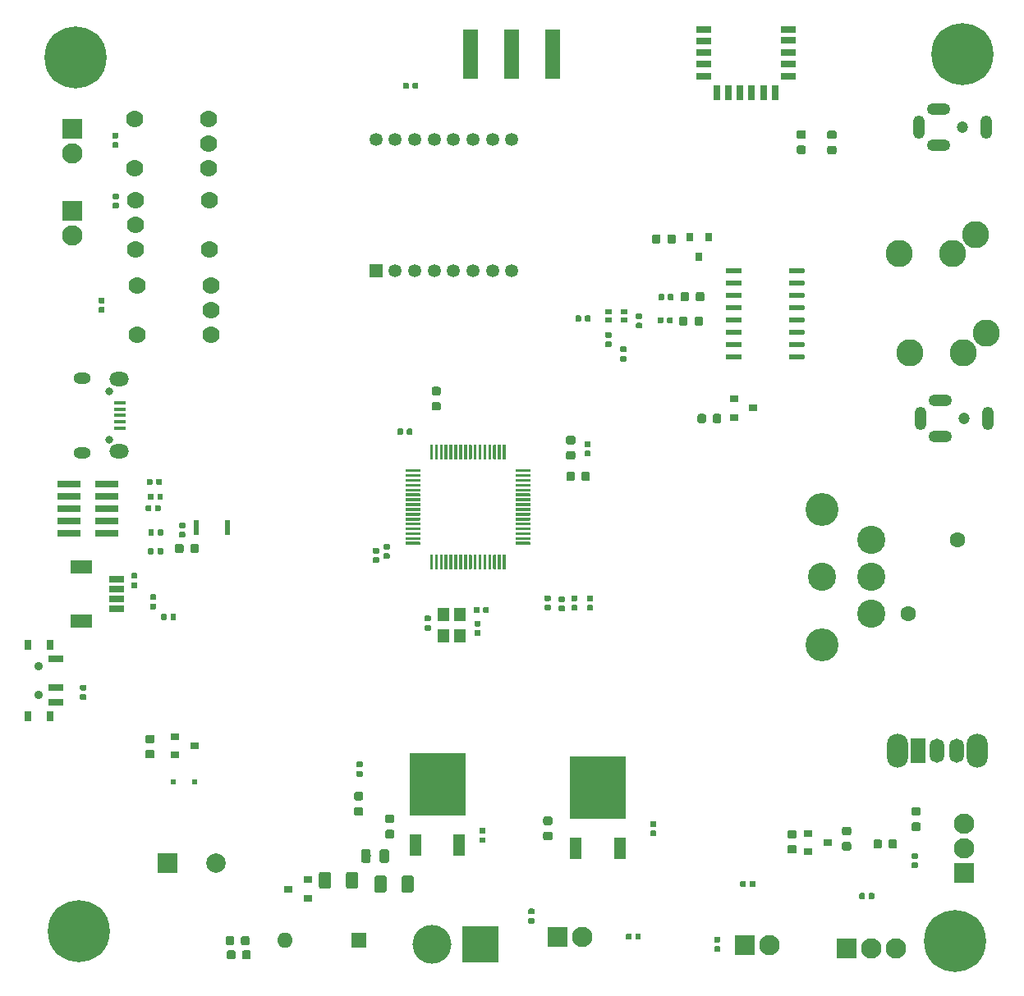
<source format=gbr>
G04 #@! TF.GenerationSoftware,KiCad,Pcbnew,(5.1.4)-1*
G04 #@! TF.CreationDate,2020-12-23T09:12:06-05:00*
G04 #@! TF.ProjectId,CameraTriggerR3SMD,43616d65-7261-4547-9269-676765725233,rev?*
G04 #@! TF.SameCoordinates,Original*
G04 #@! TF.FileFunction,Soldermask,Top*
G04 #@! TF.FilePolarity,Negative*
%FSLAX46Y46*%
G04 Gerber Fmt 4.6, Leading zero omitted, Abs format (unit mm)*
G04 Created by KiCad (PCBNEW (5.1.4)-1) date 2020-12-23 09:12:06*
%MOMM*%
%LPD*%
G04 APERTURE LIST*
%ADD10C,0.100000*%
%ADD11C,0.590000*%
%ADD12R,0.800000X0.550000*%
%ADD13R,0.550000X1.500000*%
%ADD14C,0.875000*%
%ADD15O,1.208000X2.416000*%
%ADD16O,2.416000X1.208000*%
%ADD17C,1.200000*%
%ADD18C,2.800000*%
%ADD19R,0.900000X0.800000*%
%ADD20C,0.975000*%
%ADD21C,1.250000*%
%ADD22R,5.800000X6.400000*%
%ADD23R,1.200000X2.200000*%
%ADD24O,1.600000X1.600000*%
%ADD25R,1.600000X1.600000*%
%ADD26R,1.200000X1.400000*%
%ADD27R,1.500000X0.700000*%
%ADD28R,0.700000X1.500000*%
%ADD29C,0.300000*%
%ADD30C,1.350000*%
%ADD31R,1.350000X1.350000*%
%ADD32C,0.550000*%
%ADD33R,0.800000X1.000000*%
%ADD34C,0.900000*%
%ADD35C,1.778000*%
%ADD36O,2.200000X3.500000*%
%ADD37O,1.500000X2.500000*%
%ADD38R,1.500000X2.500000*%
%ADD39R,0.800000X0.900000*%
%ADD40O,0.800000X0.800000*%
%ADD41O,1.800000X1.150000*%
%ADD42O,2.000000X1.450000*%
%ADD43R,1.300000X0.450000*%
%ADD44R,2.400000X0.740000*%
%ADD45R,2.202180X1.402080*%
%ADD46R,1.551940X0.802640*%
%ADD47C,4.000000*%
%ADD48R,3.800000X3.800000*%
%ADD49R,1.500000X5.080000*%
%ADD50C,2.100000*%
%ADD51R,2.100000X2.100000*%
%ADD52C,2.900000*%
%ADD53C,3.400000*%
%ADD54C,1.600000*%
%ADD55C,0.800000*%
%ADD56C,6.400000*%
%ADD57R,0.500000X0.500000*%
%ADD58C,2.000000*%
%ADD59R,2.000000X2.000000*%
G04 APERTURE END LIST*
D10*
G36*
X57035238Y-30582350D02*
G01*
X57049556Y-30584474D01*
X57063597Y-30587991D01*
X57077226Y-30592868D01*
X57090311Y-30599057D01*
X57102727Y-30606498D01*
X57114353Y-30615121D01*
X57125078Y-30624842D01*
X57134799Y-30635567D01*
X57143422Y-30647193D01*
X57150863Y-30659609D01*
X57157052Y-30672694D01*
X57161929Y-30686323D01*
X57165446Y-30700364D01*
X57167570Y-30714682D01*
X57168280Y-30729140D01*
X57168280Y-31074140D01*
X57167570Y-31088598D01*
X57165446Y-31102916D01*
X57161929Y-31116957D01*
X57157052Y-31130586D01*
X57150863Y-31143671D01*
X57143422Y-31156087D01*
X57134799Y-31167713D01*
X57125078Y-31178438D01*
X57114353Y-31188159D01*
X57102727Y-31196782D01*
X57090311Y-31204223D01*
X57077226Y-31210412D01*
X57063597Y-31215289D01*
X57049556Y-31218806D01*
X57035238Y-31220930D01*
X57020780Y-31221640D01*
X56725780Y-31221640D01*
X56711322Y-31220930D01*
X56697004Y-31218806D01*
X56682963Y-31215289D01*
X56669334Y-31210412D01*
X56656249Y-31204223D01*
X56643833Y-31196782D01*
X56632207Y-31188159D01*
X56621482Y-31178438D01*
X56611761Y-31167713D01*
X56603138Y-31156087D01*
X56595697Y-31143671D01*
X56589508Y-31130586D01*
X56584631Y-31116957D01*
X56581114Y-31102916D01*
X56578990Y-31088598D01*
X56578280Y-31074140D01*
X56578280Y-30729140D01*
X56578990Y-30714682D01*
X56581114Y-30700364D01*
X56584631Y-30686323D01*
X56589508Y-30672694D01*
X56595697Y-30659609D01*
X56603138Y-30647193D01*
X56611761Y-30635567D01*
X56621482Y-30624842D01*
X56632207Y-30615121D01*
X56643833Y-30606498D01*
X56656249Y-30599057D01*
X56669334Y-30592868D01*
X56682963Y-30587991D01*
X56697004Y-30584474D01*
X56711322Y-30582350D01*
X56725780Y-30581640D01*
X57020780Y-30581640D01*
X57035238Y-30582350D01*
X57035238Y-30582350D01*
G37*
D11*
X56873280Y-30901640D03*
D10*
G36*
X58005238Y-30582350D02*
G01*
X58019556Y-30584474D01*
X58033597Y-30587991D01*
X58047226Y-30592868D01*
X58060311Y-30599057D01*
X58072727Y-30606498D01*
X58084353Y-30615121D01*
X58095078Y-30624842D01*
X58104799Y-30635567D01*
X58113422Y-30647193D01*
X58120863Y-30659609D01*
X58127052Y-30672694D01*
X58131929Y-30686323D01*
X58135446Y-30700364D01*
X58137570Y-30714682D01*
X58138280Y-30729140D01*
X58138280Y-31074140D01*
X58137570Y-31088598D01*
X58135446Y-31102916D01*
X58131929Y-31116957D01*
X58127052Y-31130586D01*
X58120863Y-31143671D01*
X58113422Y-31156087D01*
X58104799Y-31167713D01*
X58095078Y-31178438D01*
X58084353Y-31188159D01*
X58072727Y-31196782D01*
X58060311Y-31204223D01*
X58047226Y-31210412D01*
X58033597Y-31215289D01*
X58019556Y-31218806D01*
X58005238Y-31220930D01*
X57990780Y-31221640D01*
X57695780Y-31221640D01*
X57681322Y-31220930D01*
X57667004Y-31218806D01*
X57652963Y-31215289D01*
X57639334Y-31210412D01*
X57626249Y-31204223D01*
X57613833Y-31196782D01*
X57602207Y-31188159D01*
X57591482Y-31178438D01*
X57581761Y-31167713D01*
X57573138Y-31156087D01*
X57565697Y-31143671D01*
X57559508Y-31130586D01*
X57554631Y-31116957D01*
X57551114Y-31102916D01*
X57548990Y-31088598D01*
X57548280Y-31074140D01*
X57548280Y-30729140D01*
X57548990Y-30714682D01*
X57551114Y-30700364D01*
X57554631Y-30686323D01*
X57559508Y-30672694D01*
X57565697Y-30659609D01*
X57573138Y-30647193D01*
X57581761Y-30635567D01*
X57591482Y-30624842D01*
X57602207Y-30615121D01*
X57613833Y-30606498D01*
X57626249Y-30599057D01*
X57639334Y-30592868D01*
X57652963Y-30587991D01*
X57667004Y-30584474D01*
X57681322Y-30582350D01*
X57695780Y-30581640D01*
X57990780Y-30581640D01*
X58005238Y-30582350D01*
X58005238Y-30582350D01*
G37*
D11*
X57843280Y-30901640D03*
D12*
X59977120Y-31092560D03*
X59977120Y-30192560D03*
X61577120Y-30192560D03*
X61577120Y-31092560D03*
D13*
X20700400Y-52435760D03*
X17450400Y-52435760D03*
D10*
G36*
X15983011Y-54166533D02*
G01*
X16004246Y-54169683D01*
X16025070Y-54174899D01*
X16045282Y-54182131D01*
X16064688Y-54191310D01*
X16083101Y-54202346D01*
X16100344Y-54215134D01*
X16116250Y-54229550D01*
X16130666Y-54245456D01*
X16143454Y-54262699D01*
X16154490Y-54281112D01*
X16163669Y-54300518D01*
X16170901Y-54320730D01*
X16176117Y-54341554D01*
X16179267Y-54362789D01*
X16180320Y-54384230D01*
X16180320Y-54896730D01*
X16179267Y-54918171D01*
X16176117Y-54939406D01*
X16170901Y-54960230D01*
X16163669Y-54980442D01*
X16154490Y-54999848D01*
X16143454Y-55018261D01*
X16130666Y-55035504D01*
X16116250Y-55051410D01*
X16100344Y-55065826D01*
X16083101Y-55078614D01*
X16064688Y-55089650D01*
X16045282Y-55098829D01*
X16025070Y-55106061D01*
X16004246Y-55111277D01*
X15983011Y-55114427D01*
X15961570Y-55115480D01*
X15524070Y-55115480D01*
X15502629Y-55114427D01*
X15481394Y-55111277D01*
X15460570Y-55106061D01*
X15440358Y-55098829D01*
X15420952Y-55089650D01*
X15402539Y-55078614D01*
X15385296Y-55065826D01*
X15369390Y-55051410D01*
X15354974Y-55035504D01*
X15342186Y-55018261D01*
X15331150Y-54999848D01*
X15321971Y-54980442D01*
X15314739Y-54960230D01*
X15309523Y-54939406D01*
X15306373Y-54918171D01*
X15305320Y-54896730D01*
X15305320Y-54384230D01*
X15306373Y-54362789D01*
X15309523Y-54341554D01*
X15314739Y-54320730D01*
X15321971Y-54300518D01*
X15331150Y-54281112D01*
X15342186Y-54262699D01*
X15354974Y-54245456D01*
X15369390Y-54229550D01*
X15385296Y-54215134D01*
X15402539Y-54202346D01*
X15420952Y-54191310D01*
X15440358Y-54182131D01*
X15460570Y-54174899D01*
X15481394Y-54169683D01*
X15502629Y-54166533D01*
X15524070Y-54165480D01*
X15961570Y-54165480D01*
X15983011Y-54166533D01*
X15983011Y-54166533D01*
G37*
D14*
X15742820Y-54640480D03*
D10*
G36*
X17558011Y-54166533D02*
G01*
X17579246Y-54169683D01*
X17600070Y-54174899D01*
X17620282Y-54182131D01*
X17639688Y-54191310D01*
X17658101Y-54202346D01*
X17675344Y-54215134D01*
X17691250Y-54229550D01*
X17705666Y-54245456D01*
X17718454Y-54262699D01*
X17729490Y-54281112D01*
X17738669Y-54300518D01*
X17745901Y-54320730D01*
X17751117Y-54341554D01*
X17754267Y-54362789D01*
X17755320Y-54384230D01*
X17755320Y-54896730D01*
X17754267Y-54918171D01*
X17751117Y-54939406D01*
X17745901Y-54960230D01*
X17738669Y-54980442D01*
X17729490Y-54999848D01*
X17718454Y-55018261D01*
X17705666Y-55035504D01*
X17691250Y-55051410D01*
X17675344Y-55065826D01*
X17658101Y-55078614D01*
X17639688Y-55089650D01*
X17620282Y-55098829D01*
X17600070Y-55106061D01*
X17579246Y-55111277D01*
X17558011Y-55114427D01*
X17536570Y-55115480D01*
X17099070Y-55115480D01*
X17077629Y-55114427D01*
X17056394Y-55111277D01*
X17035570Y-55106061D01*
X17015358Y-55098829D01*
X16995952Y-55089650D01*
X16977539Y-55078614D01*
X16960296Y-55065826D01*
X16944390Y-55051410D01*
X16929974Y-55035504D01*
X16917186Y-55018261D01*
X16906150Y-54999848D01*
X16896971Y-54980442D01*
X16889739Y-54960230D01*
X16884523Y-54939406D01*
X16881373Y-54918171D01*
X16880320Y-54896730D01*
X16880320Y-54384230D01*
X16881373Y-54362789D01*
X16884523Y-54341554D01*
X16889739Y-54320730D01*
X16896971Y-54300518D01*
X16906150Y-54281112D01*
X16917186Y-54262699D01*
X16929974Y-54245456D01*
X16944390Y-54229550D01*
X16960296Y-54215134D01*
X16977539Y-54202346D01*
X16995952Y-54191310D01*
X17015358Y-54182131D01*
X17035570Y-54174899D01*
X17056394Y-54169683D01*
X17077629Y-54166533D01*
X17099070Y-54165480D01*
X17536570Y-54165480D01*
X17558011Y-54166533D01*
X17558011Y-54166533D01*
G37*
D14*
X17317820Y-54640480D03*
D10*
G36*
X63331358Y-31346350D02*
G01*
X63345676Y-31348474D01*
X63359717Y-31351991D01*
X63373346Y-31356868D01*
X63386431Y-31363057D01*
X63398847Y-31370498D01*
X63410473Y-31379121D01*
X63421198Y-31388842D01*
X63430919Y-31399567D01*
X63439542Y-31411193D01*
X63446983Y-31423609D01*
X63453172Y-31436694D01*
X63458049Y-31450323D01*
X63461566Y-31464364D01*
X63463690Y-31478682D01*
X63464400Y-31493140D01*
X63464400Y-31788140D01*
X63463690Y-31802598D01*
X63461566Y-31816916D01*
X63458049Y-31830957D01*
X63453172Y-31844586D01*
X63446983Y-31857671D01*
X63439542Y-31870087D01*
X63430919Y-31881713D01*
X63421198Y-31892438D01*
X63410473Y-31902159D01*
X63398847Y-31910782D01*
X63386431Y-31918223D01*
X63373346Y-31924412D01*
X63359717Y-31929289D01*
X63345676Y-31932806D01*
X63331358Y-31934930D01*
X63316900Y-31935640D01*
X62971900Y-31935640D01*
X62957442Y-31934930D01*
X62943124Y-31932806D01*
X62929083Y-31929289D01*
X62915454Y-31924412D01*
X62902369Y-31918223D01*
X62889953Y-31910782D01*
X62878327Y-31902159D01*
X62867602Y-31892438D01*
X62857881Y-31881713D01*
X62849258Y-31870087D01*
X62841817Y-31857671D01*
X62835628Y-31844586D01*
X62830751Y-31830957D01*
X62827234Y-31816916D01*
X62825110Y-31802598D01*
X62824400Y-31788140D01*
X62824400Y-31493140D01*
X62825110Y-31478682D01*
X62827234Y-31464364D01*
X62830751Y-31450323D01*
X62835628Y-31436694D01*
X62841817Y-31423609D01*
X62849258Y-31411193D01*
X62857881Y-31399567D01*
X62867602Y-31388842D01*
X62878327Y-31379121D01*
X62889953Y-31370498D01*
X62902369Y-31363057D01*
X62915454Y-31356868D01*
X62929083Y-31351991D01*
X62943124Y-31348474D01*
X62957442Y-31346350D01*
X62971900Y-31345640D01*
X63316900Y-31345640D01*
X63331358Y-31346350D01*
X63331358Y-31346350D01*
G37*
D11*
X63144400Y-31640640D03*
D10*
G36*
X63331358Y-30376350D02*
G01*
X63345676Y-30378474D01*
X63359717Y-30381991D01*
X63373346Y-30386868D01*
X63386431Y-30393057D01*
X63398847Y-30400498D01*
X63410473Y-30409121D01*
X63421198Y-30418842D01*
X63430919Y-30429567D01*
X63439542Y-30441193D01*
X63446983Y-30453609D01*
X63453172Y-30466694D01*
X63458049Y-30480323D01*
X63461566Y-30494364D01*
X63463690Y-30508682D01*
X63464400Y-30523140D01*
X63464400Y-30818140D01*
X63463690Y-30832598D01*
X63461566Y-30846916D01*
X63458049Y-30860957D01*
X63453172Y-30874586D01*
X63446983Y-30887671D01*
X63439542Y-30900087D01*
X63430919Y-30911713D01*
X63421198Y-30922438D01*
X63410473Y-30932159D01*
X63398847Y-30940782D01*
X63386431Y-30948223D01*
X63373346Y-30954412D01*
X63359717Y-30959289D01*
X63345676Y-30962806D01*
X63331358Y-30964930D01*
X63316900Y-30965640D01*
X62971900Y-30965640D01*
X62957442Y-30964930D01*
X62943124Y-30962806D01*
X62929083Y-30959289D01*
X62915454Y-30954412D01*
X62902369Y-30948223D01*
X62889953Y-30940782D01*
X62878327Y-30932159D01*
X62867602Y-30922438D01*
X62857881Y-30911713D01*
X62849258Y-30900087D01*
X62841817Y-30887671D01*
X62835628Y-30874586D01*
X62830751Y-30860957D01*
X62827234Y-30846916D01*
X62825110Y-30832598D01*
X62824400Y-30818140D01*
X62824400Y-30523140D01*
X62825110Y-30508682D01*
X62827234Y-30494364D01*
X62830751Y-30480323D01*
X62835628Y-30466694D01*
X62841817Y-30453609D01*
X62849258Y-30441193D01*
X62857881Y-30429567D01*
X62867602Y-30418842D01*
X62878327Y-30409121D01*
X62889953Y-30400498D01*
X62902369Y-30393057D01*
X62915454Y-30386868D01*
X62929083Y-30381991D01*
X62943124Y-30378474D01*
X62957442Y-30376350D01*
X62971900Y-30375640D01*
X63316900Y-30375640D01*
X63331358Y-30376350D01*
X63331358Y-30376350D01*
G37*
D11*
X63144400Y-30670640D03*
D10*
G36*
X60166518Y-33266590D02*
G01*
X60180836Y-33268714D01*
X60194877Y-33272231D01*
X60208506Y-33277108D01*
X60221591Y-33283297D01*
X60234007Y-33290738D01*
X60245633Y-33299361D01*
X60256358Y-33309082D01*
X60266079Y-33319807D01*
X60274702Y-33331433D01*
X60282143Y-33343849D01*
X60288332Y-33356934D01*
X60293209Y-33370563D01*
X60296726Y-33384604D01*
X60298850Y-33398922D01*
X60299560Y-33413380D01*
X60299560Y-33708380D01*
X60298850Y-33722838D01*
X60296726Y-33737156D01*
X60293209Y-33751197D01*
X60288332Y-33764826D01*
X60282143Y-33777911D01*
X60274702Y-33790327D01*
X60266079Y-33801953D01*
X60256358Y-33812678D01*
X60245633Y-33822399D01*
X60234007Y-33831022D01*
X60221591Y-33838463D01*
X60208506Y-33844652D01*
X60194877Y-33849529D01*
X60180836Y-33853046D01*
X60166518Y-33855170D01*
X60152060Y-33855880D01*
X59807060Y-33855880D01*
X59792602Y-33855170D01*
X59778284Y-33853046D01*
X59764243Y-33849529D01*
X59750614Y-33844652D01*
X59737529Y-33838463D01*
X59725113Y-33831022D01*
X59713487Y-33822399D01*
X59702762Y-33812678D01*
X59693041Y-33801953D01*
X59684418Y-33790327D01*
X59676977Y-33777911D01*
X59670788Y-33764826D01*
X59665911Y-33751197D01*
X59662394Y-33737156D01*
X59660270Y-33722838D01*
X59659560Y-33708380D01*
X59659560Y-33413380D01*
X59660270Y-33398922D01*
X59662394Y-33384604D01*
X59665911Y-33370563D01*
X59670788Y-33356934D01*
X59676977Y-33343849D01*
X59684418Y-33331433D01*
X59693041Y-33319807D01*
X59702762Y-33309082D01*
X59713487Y-33299361D01*
X59725113Y-33290738D01*
X59737529Y-33283297D01*
X59750614Y-33277108D01*
X59764243Y-33272231D01*
X59778284Y-33268714D01*
X59792602Y-33266590D01*
X59807060Y-33265880D01*
X60152060Y-33265880D01*
X60166518Y-33266590D01*
X60166518Y-33266590D01*
G37*
D11*
X59979560Y-33560880D03*
D10*
G36*
X60166518Y-32296590D02*
G01*
X60180836Y-32298714D01*
X60194877Y-32302231D01*
X60208506Y-32307108D01*
X60221591Y-32313297D01*
X60234007Y-32320738D01*
X60245633Y-32329361D01*
X60256358Y-32339082D01*
X60266079Y-32349807D01*
X60274702Y-32361433D01*
X60282143Y-32373849D01*
X60288332Y-32386934D01*
X60293209Y-32400563D01*
X60296726Y-32414604D01*
X60298850Y-32428922D01*
X60299560Y-32443380D01*
X60299560Y-32738380D01*
X60298850Y-32752838D01*
X60296726Y-32767156D01*
X60293209Y-32781197D01*
X60288332Y-32794826D01*
X60282143Y-32807911D01*
X60274702Y-32820327D01*
X60266079Y-32831953D01*
X60256358Y-32842678D01*
X60245633Y-32852399D01*
X60234007Y-32861022D01*
X60221591Y-32868463D01*
X60208506Y-32874652D01*
X60194877Y-32879529D01*
X60180836Y-32883046D01*
X60166518Y-32885170D01*
X60152060Y-32885880D01*
X59807060Y-32885880D01*
X59792602Y-32885170D01*
X59778284Y-32883046D01*
X59764243Y-32879529D01*
X59750614Y-32874652D01*
X59737529Y-32868463D01*
X59725113Y-32861022D01*
X59713487Y-32852399D01*
X59702762Y-32842678D01*
X59693041Y-32831953D01*
X59684418Y-32820327D01*
X59676977Y-32807911D01*
X59670788Y-32794826D01*
X59665911Y-32781197D01*
X59662394Y-32767156D01*
X59660270Y-32752838D01*
X59659560Y-32738380D01*
X59659560Y-32443380D01*
X59660270Y-32428922D01*
X59662394Y-32414604D01*
X59665911Y-32400563D01*
X59670788Y-32386934D01*
X59676977Y-32373849D01*
X59684418Y-32361433D01*
X59693041Y-32349807D01*
X59702762Y-32339082D01*
X59713487Y-32329361D01*
X59725113Y-32320738D01*
X59737529Y-32313297D01*
X59750614Y-32307108D01*
X59764243Y-32302231D01*
X59778284Y-32298714D01*
X59792602Y-32296590D01*
X59807060Y-32295880D01*
X60152060Y-32295880D01*
X60166518Y-32296590D01*
X60166518Y-32296590D01*
G37*
D11*
X59979560Y-32590880D03*
D10*
G36*
X16224518Y-51956190D02*
G01*
X16238836Y-51958314D01*
X16252877Y-51961831D01*
X16266506Y-51966708D01*
X16279591Y-51972897D01*
X16292007Y-51980338D01*
X16303633Y-51988961D01*
X16314358Y-51998682D01*
X16324079Y-52009407D01*
X16332702Y-52021033D01*
X16340143Y-52033449D01*
X16346332Y-52046534D01*
X16351209Y-52060163D01*
X16354726Y-52074204D01*
X16356850Y-52088522D01*
X16357560Y-52102980D01*
X16357560Y-52397980D01*
X16356850Y-52412438D01*
X16354726Y-52426756D01*
X16351209Y-52440797D01*
X16346332Y-52454426D01*
X16340143Y-52467511D01*
X16332702Y-52479927D01*
X16324079Y-52491553D01*
X16314358Y-52502278D01*
X16303633Y-52511999D01*
X16292007Y-52520622D01*
X16279591Y-52528063D01*
X16266506Y-52534252D01*
X16252877Y-52539129D01*
X16238836Y-52542646D01*
X16224518Y-52544770D01*
X16210060Y-52545480D01*
X15865060Y-52545480D01*
X15850602Y-52544770D01*
X15836284Y-52542646D01*
X15822243Y-52539129D01*
X15808614Y-52534252D01*
X15795529Y-52528063D01*
X15783113Y-52520622D01*
X15771487Y-52511999D01*
X15760762Y-52502278D01*
X15751041Y-52491553D01*
X15742418Y-52479927D01*
X15734977Y-52467511D01*
X15728788Y-52454426D01*
X15723911Y-52440797D01*
X15720394Y-52426756D01*
X15718270Y-52412438D01*
X15717560Y-52397980D01*
X15717560Y-52102980D01*
X15718270Y-52088522D01*
X15720394Y-52074204D01*
X15723911Y-52060163D01*
X15728788Y-52046534D01*
X15734977Y-52033449D01*
X15742418Y-52021033D01*
X15751041Y-52009407D01*
X15760762Y-51998682D01*
X15771487Y-51988961D01*
X15783113Y-51980338D01*
X15795529Y-51972897D01*
X15808614Y-51966708D01*
X15822243Y-51961831D01*
X15836284Y-51958314D01*
X15850602Y-51956190D01*
X15865060Y-51955480D01*
X16210060Y-51955480D01*
X16224518Y-51956190D01*
X16224518Y-51956190D01*
G37*
D11*
X16037560Y-52250480D03*
D10*
G36*
X16224518Y-52926190D02*
G01*
X16238836Y-52928314D01*
X16252877Y-52931831D01*
X16266506Y-52936708D01*
X16279591Y-52942897D01*
X16292007Y-52950338D01*
X16303633Y-52958961D01*
X16314358Y-52968682D01*
X16324079Y-52979407D01*
X16332702Y-52991033D01*
X16340143Y-53003449D01*
X16346332Y-53016534D01*
X16351209Y-53030163D01*
X16354726Y-53044204D01*
X16356850Y-53058522D01*
X16357560Y-53072980D01*
X16357560Y-53367980D01*
X16356850Y-53382438D01*
X16354726Y-53396756D01*
X16351209Y-53410797D01*
X16346332Y-53424426D01*
X16340143Y-53437511D01*
X16332702Y-53449927D01*
X16324079Y-53461553D01*
X16314358Y-53472278D01*
X16303633Y-53481999D01*
X16292007Y-53490622D01*
X16279591Y-53498063D01*
X16266506Y-53504252D01*
X16252877Y-53509129D01*
X16238836Y-53512646D01*
X16224518Y-53514770D01*
X16210060Y-53515480D01*
X15865060Y-53515480D01*
X15850602Y-53514770D01*
X15836284Y-53512646D01*
X15822243Y-53509129D01*
X15808614Y-53504252D01*
X15795529Y-53498063D01*
X15783113Y-53490622D01*
X15771487Y-53481999D01*
X15760762Y-53472278D01*
X15751041Y-53461553D01*
X15742418Y-53449927D01*
X15734977Y-53437511D01*
X15728788Y-53424426D01*
X15723911Y-53410797D01*
X15720394Y-53396756D01*
X15718270Y-53382438D01*
X15717560Y-53367980D01*
X15717560Y-53072980D01*
X15718270Y-53058522D01*
X15720394Y-53044204D01*
X15723911Y-53030163D01*
X15728788Y-53016534D01*
X15734977Y-53003449D01*
X15742418Y-52991033D01*
X15751041Y-52979407D01*
X15760762Y-52968682D01*
X15771487Y-52958961D01*
X15783113Y-52950338D01*
X15795529Y-52942897D01*
X15808614Y-52936708D01*
X15822243Y-52931831D01*
X15836284Y-52928314D01*
X15850602Y-52926190D01*
X15865060Y-52925480D01*
X16210060Y-52925480D01*
X16224518Y-52926190D01*
X16224518Y-52926190D01*
G37*
D11*
X16037560Y-53220480D03*
D10*
G36*
X61705758Y-34755030D02*
G01*
X61720076Y-34757154D01*
X61734117Y-34760671D01*
X61747746Y-34765548D01*
X61760831Y-34771737D01*
X61773247Y-34779178D01*
X61784873Y-34787801D01*
X61795598Y-34797522D01*
X61805319Y-34808247D01*
X61813942Y-34819873D01*
X61821383Y-34832289D01*
X61827572Y-34845374D01*
X61832449Y-34859003D01*
X61835966Y-34873044D01*
X61838090Y-34887362D01*
X61838800Y-34901820D01*
X61838800Y-35196820D01*
X61838090Y-35211278D01*
X61835966Y-35225596D01*
X61832449Y-35239637D01*
X61827572Y-35253266D01*
X61821383Y-35266351D01*
X61813942Y-35278767D01*
X61805319Y-35290393D01*
X61795598Y-35301118D01*
X61784873Y-35310839D01*
X61773247Y-35319462D01*
X61760831Y-35326903D01*
X61747746Y-35333092D01*
X61734117Y-35337969D01*
X61720076Y-35341486D01*
X61705758Y-35343610D01*
X61691300Y-35344320D01*
X61346300Y-35344320D01*
X61331842Y-35343610D01*
X61317524Y-35341486D01*
X61303483Y-35337969D01*
X61289854Y-35333092D01*
X61276769Y-35326903D01*
X61264353Y-35319462D01*
X61252727Y-35310839D01*
X61242002Y-35301118D01*
X61232281Y-35290393D01*
X61223658Y-35278767D01*
X61216217Y-35266351D01*
X61210028Y-35253266D01*
X61205151Y-35239637D01*
X61201634Y-35225596D01*
X61199510Y-35211278D01*
X61198800Y-35196820D01*
X61198800Y-34901820D01*
X61199510Y-34887362D01*
X61201634Y-34873044D01*
X61205151Y-34859003D01*
X61210028Y-34845374D01*
X61216217Y-34832289D01*
X61223658Y-34819873D01*
X61232281Y-34808247D01*
X61242002Y-34797522D01*
X61252727Y-34787801D01*
X61264353Y-34779178D01*
X61276769Y-34771737D01*
X61289854Y-34765548D01*
X61303483Y-34760671D01*
X61317524Y-34757154D01*
X61331842Y-34755030D01*
X61346300Y-34754320D01*
X61691300Y-34754320D01*
X61705758Y-34755030D01*
X61705758Y-34755030D01*
G37*
D11*
X61518800Y-35049320D03*
D10*
G36*
X61705758Y-33785030D02*
G01*
X61720076Y-33787154D01*
X61734117Y-33790671D01*
X61747746Y-33795548D01*
X61760831Y-33801737D01*
X61773247Y-33809178D01*
X61784873Y-33817801D01*
X61795598Y-33827522D01*
X61805319Y-33838247D01*
X61813942Y-33849873D01*
X61821383Y-33862289D01*
X61827572Y-33875374D01*
X61832449Y-33889003D01*
X61835966Y-33903044D01*
X61838090Y-33917362D01*
X61838800Y-33931820D01*
X61838800Y-34226820D01*
X61838090Y-34241278D01*
X61835966Y-34255596D01*
X61832449Y-34269637D01*
X61827572Y-34283266D01*
X61821383Y-34296351D01*
X61813942Y-34308767D01*
X61805319Y-34320393D01*
X61795598Y-34331118D01*
X61784873Y-34340839D01*
X61773247Y-34349462D01*
X61760831Y-34356903D01*
X61747746Y-34363092D01*
X61734117Y-34367969D01*
X61720076Y-34371486D01*
X61705758Y-34373610D01*
X61691300Y-34374320D01*
X61346300Y-34374320D01*
X61331842Y-34373610D01*
X61317524Y-34371486D01*
X61303483Y-34367969D01*
X61289854Y-34363092D01*
X61276769Y-34356903D01*
X61264353Y-34349462D01*
X61252727Y-34340839D01*
X61242002Y-34331118D01*
X61232281Y-34320393D01*
X61223658Y-34308767D01*
X61216217Y-34296351D01*
X61210028Y-34283266D01*
X61205151Y-34269637D01*
X61201634Y-34255596D01*
X61199510Y-34241278D01*
X61198800Y-34226820D01*
X61198800Y-33931820D01*
X61199510Y-33917362D01*
X61201634Y-33903044D01*
X61205151Y-33889003D01*
X61210028Y-33875374D01*
X61216217Y-33862289D01*
X61223658Y-33849873D01*
X61232281Y-33838247D01*
X61242002Y-33827522D01*
X61252727Y-33817801D01*
X61264353Y-33809178D01*
X61276769Y-33801737D01*
X61289854Y-33795548D01*
X61303483Y-33790671D01*
X61317524Y-33787154D01*
X61331842Y-33785030D01*
X61346300Y-33784320D01*
X61691300Y-33784320D01*
X61705758Y-33785030D01*
X61705758Y-33785030D01*
G37*
D11*
X61518800Y-34079320D03*
D10*
G36*
X39275558Y-6569190D02*
G01*
X39289876Y-6571314D01*
X39303917Y-6574831D01*
X39317546Y-6579708D01*
X39330631Y-6585897D01*
X39343047Y-6593338D01*
X39354673Y-6601961D01*
X39365398Y-6611682D01*
X39375119Y-6622407D01*
X39383742Y-6634033D01*
X39391183Y-6646449D01*
X39397372Y-6659534D01*
X39402249Y-6673163D01*
X39405766Y-6687204D01*
X39407890Y-6701522D01*
X39408600Y-6715980D01*
X39408600Y-7060980D01*
X39407890Y-7075438D01*
X39405766Y-7089756D01*
X39402249Y-7103797D01*
X39397372Y-7117426D01*
X39391183Y-7130511D01*
X39383742Y-7142927D01*
X39375119Y-7154553D01*
X39365398Y-7165278D01*
X39354673Y-7174999D01*
X39343047Y-7183622D01*
X39330631Y-7191063D01*
X39317546Y-7197252D01*
X39303917Y-7202129D01*
X39289876Y-7205646D01*
X39275558Y-7207770D01*
X39261100Y-7208480D01*
X38966100Y-7208480D01*
X38951642Y-7207770D01*
X38937324Y-7205646D01*
X38923283Y-7202129D01*
X38909654Y-7197252D01*
X38896569Y-7191063D01*
X38884153Y-7183622D01*
X38872527Y-7174999D01*
X38861802Y-7165278D01*
X38852081Y-7154553D01*
X38843458Y-7142927D01*
X38836017Y-7130511D01*
X38829828Y-7117426D01*
X38824951Y-7103797D01*
X38821434Y-7089756D01*
X38819310Y-7075438D01*
X38818600Y-7060980D01*
X38818600Y-6715980D01*
X38819310Y-6701522D01*
X38821434Y-6687204D01*
X38824951Y-6673163D01*
X38829828Y-6659534D01*
X38836017Y-6646449D01*
X38843458Y-6634033D01*
X38852081Y-6622407D01*
X38861802Y-6611682D01*
X38872527Y-6601961D01*
X38884153Y-6593338D01*
X38896569Y-6585897D01*
X38909654Y-6579708D01*
X38923283Y-6574831D01*
X38937324Y-6571314D01*
X38951642Y-6569190D01*
X38966100Y-6568480D01*
X39261100Y-6568480D01*
X39275558Y-6569190D01*
X39275558Y-6569190D01*
G37*
D11*
X39113600Y-6888480D03*
D10*
G36*
X40245558Y-6569190D02*
G01*
X40259876Y-6571314D01*
X40273917Y-6574831D01*
X40287546Y-6579708D01*
X40300631Y-6585897D01*
X40313047Y-6593338D01*
X40324673Y-6601961D01*
X40335398Y-6611682D01*
X40345119Y-6622407D01*
X40353742Y-6634033D01*
X40361183Y-6646449D01*
X40367372Y-6659534D01*
X40372249Y-6673163D01*
X40375766Y-6687204D01*
X40377890Y-6701522D01*
X40378600Y-6715980D01*
X40378600Y-7060980D01*
X40377890Y-7075438D01*
X40375766Y-7089756D01*
X40372249Y-7103797D01*
X40367372Y-7117426D01*
X40361183Y-7130511D01*
X40353742Y-7142927D01*
X40345119Y-7154553D01*
X40335398Y-7165278D01*
X40324673Y-7174999D01*
X40313047Y-7183622D01*
X40300631Y-7191063D01*
X40287546Y-7197252D01*
X40273917Y-7202129D01*
X40259876Y-7205646D01*
X40245558Y-7207770D01*
X40231100Y-7208480D01*
X39936100Y-7208480D01*
X39921642Y-7207770D01*
X39907324Y-7205646D01*
X39893283Y-7202129D01*
X39879654Y-7197252D01*
X39866569Y-7191063D01*
X39854153Y-7183622D01*
X39842527Y-7174999D01*
X39831802Y-7165278D01*
X39822081Y-7154553D01*
X39813458Y-7142927D01*
X39806017Y-7130511D01*
X39799828Y-7117426D01*
X39794951Y-7103797D01*
X39791434Y-7089756D01*
X39789310Y-7075438D01*
X39788600Y-7060980D01*
X39788600Y-6715980D01*
X39789310Y-6701522D01*
X39791434Y-6687204D01*
X39794951Y-6673163D01*
X39799828Y-6659534D01*
X39806017Y-6646449D01*
X39813458Y-6634033D01*
X39822081Y-6622407D01*
X39831802Y-6611682D01*
X39842527Y-6601961D01*
X39854153Y-6593338D01*
X39866569Y-6585897D01*
X39879654Y-6579708D01*
X39893283Y-6574831D01*
X39907324Y-6571314D01*
X39921642Y-6569190D01*
X39936100Y-6568480D01*
X40231100Y-6568480D01*
X40245558Y-6569190D01*
X40245558Y-6569190D01*
G37*
D11*
X40083600Y-6888480D03*
D15*
X92012680Y-11135360D03*
D16*
X94012680Y-12985360D03*
X94012680Y-9285360D03*
D15*
X98912680Y-11135360D03*
D17*
X96512680Y-11135360D03*
D18*
X89971280Y-24225000D03*
X95471280Y-24225000D03*
X97871280Y-22225000D03*
D10*
G36*
X15282438Y-61374630D02*
G01*
X15296756Y-61376754D01*
X15310797Y-61380271D01*
X15324426Y-61385148D01*
X15337511Y-61391337D01*
X15349927Y-61398778D01*
X15361553Y-61407401D01*
X15372278Y-61417122D01*
X15381999Y-61427847D01*
X15390622Y-61439473D01*
X15398063Y-61451889D01*
X15404252Y-61464974D01*
X15409129Y-61478603D01*
X15412646Y-61492644D01*
X15414770Y-61506962D01*
X15415480Y-61521420D01*
X15415480Y-61866420D01*
X15414770Y-61880878D01*
X15412646Y-61895196D01*
X15409129Y-61909237D01*
X15404252Y-61922866D01*
X15398063Y-61935951D01*
X15390622Y-61948367D01*
X15381999Y-61959993D01*
X15372278Y-61970718D01*
X15361553Y-61980439D01*
X15349927Y-61989062D01*
X15337511Y-61996503D01*
X15324426Y-62002692D01*
X15310797Y-62007569D01*
X15296756Y-62011086D01*
X15282438Y-62013210D01*
X15267980Y-62013920D01*
X14972980Y-62013920D01*
X14958522Y-62013210D01*
X14944204Y-62011086D01*
X14930163Y-62007569D01*
X14916534Y-62002692D01*
X14903449Y-61996503D01*
X14891033Y-61989062D01*
X14879407Y-61980439D01*
X14868682Y-61970718D01*
X14858961Y-61959993D01*
X14850338Y-61948367D01*
X14842897Y-61935951D01*
X14836708Y-61922866D01*
X14831831Y-61909237D01*
X14828314Y-61895196D01*
X14826190Y-61880878D01*
X14825480Y-61866420D01*
X14825480Y-61521420D01*
X14826190Y-61506962D01*
X14828314Y-61492644D01*
X14831831Y-61478603D01*
X14836708Y-61464974D01*
X14842897Y-61451889D01*
X14850338Y-61439473D01*
X14858961Y-61427847D01*
X14868682Y-61417122D01*
X14879407Y-61407401D01*
X14891033Y-61398778D01*
X14903449Y-61391337D01*
X14916534Y-61385148D01*
X14930163Y-61380271D01*
X14944204Y-61376754D01*
X14958522Y-61374630D01*
X14972980Y-61373920D01*
X15267980Y-61373920D01*
X15282438Y-61374630D01*
X15282438Y-61374630D01*
G37*
D11*
X15120480Y-61693920D03*
D10*
G36*
X14312438Y-61374630D02*
G01*
X14326756Y-61376754D01*
X14340797Y-61380271D01*
X14354426Y-61385148D01*
X14367511Y-61391337D01*
X14379927Y-61398778D01*
X14391553Y-61407401D01*
X14402278Y-61417122D01*
X14411999Y-61427847D01*
X14420622Y-61439473D01*
X14428063Y-61451889D01*
X14434252Y-61464974D01*
X14439129Y-61478603D01*
X14442646Y-61492644D01*
X14444770Y-61506962D01*
X14445480Y-61521420D01*
X14445480Y-61866420D01*
X14444770Y-61880878D01*
X14442646Y-61895196D01*
X14439129Y-61909237D01*
X14434252Y-61922866D01*
X14428063Y-61935951D01*
X14420622Y-61948367D01*
X14411999Y-61959993D01*
X14402278Y-61970718D01*
X14391553Y-61980439D01*
X14379927Y-61989062D01*
X14367511Y-61996503D01*
X14354426Y-62002692D01*
X14340797Y-62007569D01*
X14326756Y-62011086D01*
X14312438Y-62013210D01*
X14297980Y-62013920D01*
X14002980Y-62013920D01*
X13988522Y-62013210D01*
X13974204Y-62011086D01*
X13960163Y-62007569D01*
X13946534Y-62002692D01*
X13933449Y-61996503D01*
X13921033Y-61989062D01*
X13909407Y-61980439D01*
X13898682Y-61970718D01*
X13888961Y-61959993D01*
X13880338Y-61948367D01*
X13872897Y-61935951D01*
X13866708Y-61922866D01*
X13861831Y-61909237D01*
X13858314Y-61895196D01*
X13856190Y-61880878D01*
X13855480Y-61866420D01*
X13855480Y-61521420D01*
X13856190Y-61506962D01*
X13858314Y-61492644D01*
X13861831Y-61478603D01*
X13866708Y-61464974D01*
X13872897Y-61451889D01*
X13880338Y-61439473D01*
X13888961Y-61427847D01*
X13898682Y-61417122D01*
X13909407Y-61407401D01*
X13921033Y-61398778D01*
X13933449Y-61391337D01*
X13946534Y-61385148D01*
X13960163Y-61380271D01*
X13974204Y-61376754D01*
X13988522Y-61374630D01*
X14002980Y-61373920D01*
X14297980Y-61373920D01*
X14312438Y-61374630D01*
X14312438Y-61374630D01*
G37*
D11*
X14150480Y-61693920D03*
D10*
G36*
X55360838Y-59563350D02*
G01*
X55375156Y-59565474D01*
X55389197Y-59568991D01*
X55402826Y-59573868D01*
X55415911Y-59580057D01*
X55428327Y-59587498D01*
X55439953Y-59596121D01*
X55450678Y-59605842D01*
X55460399Y-59616567D01*
X55469022Y-59628193D01*
X55476463Y-59640609D01*
X55482652Y-59653694D01*
X55487529Y-59667323D01*
X55491046Y-59681364D01*
X55493170Y-59695682D01*
X55493880Y-59710140D01*
X55493880Y-60005140D01*
X55493170Y-60019598D01*
X55491046Y-60033916D01*
X55487529Y-60047957D01*
X55482652Y-60061586D01*
X55476463Y-60074671D01*
X55469022Y-60087087D01*
X55460399Y-60098713D01*
X55450678Y-60109438D01*
X55439953Y-60119159D01*
X55428327Y-60127782D01*
X55415911Y-60135223D01*
X55402826Y-60141412D01*
X55389197Y-60146289D01*
X55375156Y-60149806D01*
X55360838Y-60151930D01*
X55346380Y-60152640D01*
X55001380Y-60152640D01*
X54986922Y-60151930D01*
X54972604Y-60149806D01*
X54958563Y-60146289D01*
X54944934Y-60141412D01*
X54931849Y-60135223D01*
X54919433Y-60127782D01*
X54907807Y-60119159D01*
X54897082Y-60109438D01*
X54887361Y-60098713D01*
X54878738Y-60087087D01*
X54871297Y-60074671D01*
X54865108Y-60061586D01*
X54860231Y-60047957D01*
X54856714Y-60033916D01*
X54854590Y-60019598D01*
X54853880Y-60005140D01*
X54853880Y-59710140D01*
X54854590Y-59695682D01*
X54856714Y-59681364D01*
X54860231Y-59667323D01*
X54865108Y-59653694D01*
X54871297Y-59640609D01*
X54878738Y-59628193D01*
X54887361Y-59616567D01*
X54897082Y-59605842D01*
X54907807Y-59596121D01*
X54919433Y-59587498D01*
X54931849Y-59580057D01*
X54944934Y-59573868D01*
X54958563Y-59568991D01*
X54972604Y-59565474D01*
X54986922Y-59563350D01*
X55001380Y-59562640D01*
X55346380Y-59562640D01*
X55360838Y-59563350D01*
X55360838Y-59563350D01*
G37*
D11*
X55173880Y-59857640D03*
D10*
G36*
X55360838Y-60533350D02*
G01*
X55375156Y-60535474D01*
X55389197Y-60538991D01*
X55402826Y-60543868D01*
X55415911Y-60550057D01*
X55428327Y-60557498D01*
X55439953Y-60566121D01*
X55450678Y-60575842D01*
X55460399Y-60586567D01*
X55469022Y-60598193D01*
X55476463Y-60610609D01*
X55482652Y-60623694D01*
X55487529Y-60637323D01*
X55491046Y-60651364D01*
X55493170Y-60665682D01*
X55493880Y-60680140D01*
X55493880Y-60975140D01*
X55493170Y-60989598D01*
X55491046Y-61003916D01*
X55487529Y-61017957D01*
X55482652Y-61031586D01*
X55476463Y-61044671D01*
X55469022Y-61057087D01*
X55460399Y-61068713D01*
X55450678Y-61079438D01*
X55439953Y-61089159D01*
X55428327Y-61097782D01*
X55415911Y-61105223D01*
X55402826Y-61111412D01*
X55389197Y-61116289D01*
X55375156Y-61119806D01*
X55360838Y-61121930D01*
X55346380Y-61122640D01*
X55001380Y-61122640D01*
X54986922Y-61121930D01*
X54972604Y-61119806D01*
X54958563Y-61116289D01*
X54944934Y-61111412D01*
X54931849Y-61105223D01*
X54919433Y-61097782D01*
X54907807Y-61089159D01*
X54897082Y-61079438D01*
X54887361Y-61068713D01*
X54878738Y-61057087D01*
X54871297Y-61044671D01*
X54865108Y-61031586D01*
X54860231Y-61017957D01*
X54856714Y-61003916D01*
X54854590Y-60989598D01*
X54853880Y-60975140D01*
X54853880Y-60680140D01*
X54854590Y-60665682D01*
X54856714Y-60651364D01*
X54860231Y-60637323D01*
X54865108Y-60623694D01*
X54871297Y-60610609D01*
X54878738Y-60598193D01*
X54887361Y-60586567D01*
X54897082Y-60575842D01*
X54907807Y-60566121D01*
X54919433Y-60557498D01*
X54931849Y-60550057D01*
X54944934Y-60543868D01*
X54958563Y-60538991D01*
X54972604Y-60535474D01*
X54986922Y-60533350D01*
X55001380Y-60532640D01*
X55346380Y-60532640D01*
X55360838Y-60533350D01*
X55360838Y-60533350D01*
G37*
D11*
X55173880Y-60827640D03*
D19*
X26965400Y-89778840D03*
X28965400Y-88828840D03*
X28965400Y-90728840D03*
D10*
G36*
X83295971Y-13081173D02*
G01*
X83317206Y-13084323D01*
X83338030Y-13089539D01*
X83358242Y-13096771D01*
X83377648Y-13105950D01*
X83396061Y-13116986D01*
X83413304Y-13129774D01*
X83429210Y-13144190D01*
X83443626Y-13160096D01*
X83456414Y-13177339D01*
X83467450Y-13195752D01*
X83476629Y-13215158D01*
X83483861Y-13235370D01*
X83489077Y-13256194D01*
X83492227Y-13277429D01*
X83493280Y-13298870D01*
X83493280Y-13736370D01*
X83492227Y-13757811D01*
X83489077Y-13779046D01*
X83483861Y-13799870D01*
X83476629Y-13820082D01*
X83467450Y-13839488D01*
X83456414Y-13857901D01*
X83443626Y-13875144D01*
X83429210Y-13891050D01*
X83413304Y-13905466D01*
X83396061Y-13918254D01*
X83377648Y-13929290D01*
X83358242Y-13938469D01*
X83338030Y-13945701D01*
X83317206Y-13950917D01*
X83295971Y-13954067D01*
X83274530Y-13955120D01*
X82762030Y-13955120D01*
X82740589Y-13954067D01*
X82719354Y-13950917D01*
X82698530Y-13945701D01*
X82678318Y-13938469D01*
X82658912Y-13929290D01*
X82640499Y-13918254D01*
X82623256Y-13905466D01*
X82607350Y-13891050D01*
X82592934Y-13875144D01*
X82580146Y-13857901D01*
X82569110Y-13839488D01*
X82559931Y-13820082D01*
X82552699Y-13799870D01*
X82547483Y-13779046D01*
X82544333Y-13757811D01*
X82543280Y-13736370D01*
X82543280Y-13298870D01*
X82544333Y-13277429D01*
X82547483Y-13256194D01*
X82552699Y-13235370D01*
X82559931Y-13215158D01*
X82569110Y-13195752D01*
X82580146Y-13177339D01*
X82592934Y-13160096D01*
X82607350Y-13144190D01*
X82623256Y-13129774D01*
X82640499Y-13116986D01*
X82658912Y-13105950D01*
X82678318Y-13096771D01*
X82698530Y-13089539D01*
X82719354Y-13084323D01*
X82740589Y-13081173D01*
X82762030Y-13080120D01*
X83274530Y-13080120D01*
X83295971Y-13081173D01*
X83295971Y-13081173D01*
G37*
D14*
X83018280Y-13517620D03*
D10*
G36*
X83295971Y-11506173D02*
G01*
X83317206Y-11509323D01*
X83338030Y-11514539D01*
X83358242Y-11521771D01*
X83377648Y-11530950D01*
X83396061Y-11541986D01*
X83413304Y-11554774D01*
X83429210Y-11569190D01*
X83443626Y-11585096D01*
X83456414Y-11602339D01*
X83467450Y-11620752D01*
X83476629Y-11640158D01*
X83483861Y-11660370D01*
X83489077Y-11681194D01*
X83492227Y-11702429D01*
X83493280Y-11723870D01*
X83493280Y-12161370D01*
X83492227Y-12182811D01*
X83489077Y-12204046D01*
X83483861Y-12224870D01*
X83476629Y-12245082D01*
X83467450Y-12264488D01*
X83456414Y-12282901D01*
X83443626Y-12300144D01*
X83429210Y-12316050D01*
X83413304Y-12330466D01*
X83396061Y-12343254D01*
X83377648Y-12354290D01*
X83358242Y-12363469D01*
X83338030Y-12370701D01*
X83317206Y-12375917D01*
X83295971Y-12379067D01*
X83274530Y-12380120D01*
X82762030Y-12380120D01*
X82740589Y-12379067D01*
X82719354Y-12375917D01*
X82698530Y-12370701D01*
X82678318Y-12363469D01*
X82658912Y-12354290D01*
X82640499Y-12343254D01*
X82623256Y-12330466D01*
X82607350Y-12316050D01*
X82592934Y-12300144D01*
X82580146Y-12282901D01*
X82569110Y-12264488D01*
X82559931Y-12245082D01*
X82552699Y-12224870D01*
X82547483Y-12204046D01*
X82544333Y-12182811D01*
X82543280Y-12161370D01*
X82543280Y-11723870D01*
X82544333Y-11702429D01*
X82547483Y-11681194D01*
X82552699Y-11660370D01*
X82559931Y-11640158D01*
X82569110Y-11620752D01*
X82580146Y-11602339D01*
X82592934Y-11585096D01*
X82607350Y-11569190D01*
X82623256Y-11554774D01*
X82640499Y-11541986D01*
X82658912Y-11530950D01*
X82678318Y-11521771D01*
X82698530Y-11514539D01*
X82719354Y-11509323D01*
X82740589Y-11506173D01*
X82762030Y-11505120D01*
X83274530Y-11505120D01*
X83295971Y-11506173D01*
X83295971Y-11506173D01*
G37*
D14*
X83018280Y-11942620D03*
D10*
G36*
X80155611Y-11481133D02*
G01*
X80176846Y-11484283D01*
X80197670Y-11489499D01*
X80217882Y-11496731D01*
X80237288Y-11505910D01*
X80255701Y-11516946D01*
X80272944Y-11529734D01*
X80288850Y-11544150D01*
X80303266Y-11560056D01*
X80316054Y-11577299D01*
X80327090Y-11595712D01*
X80336269Y-11615118D01*
X80343501Y-11635330D01*
X80348717Y-11656154D01*
X80351867Y-11677389D01*
X80352920Y-11698830D01*
X80352920Y-12136330D01*
X80351867Y-12157771D01*
X80348717Y-12179006D01*
X80343501Y-12199830D01*
X80336269Y-12220042D01*
X80327090Y-12239448D01*
X80316054Y-12257861D01*
X80303266Y-12275104D01*
X80288850Y-12291010D01*
X80272944Y-12305426D01*
X80255701Y-12318214D01*
X80237288Y-12329250D01*
X80217882Y-12338429D01*
X80197670Y-12345661D01*
X80176846Y-12350877D01*
X80155611Y-12354027D01*
X80134170Y-12355080D01*
X79621670Y-12355080D01*
X79600229Y-12354027D01*
X79578994Y-12350877D01*
X79558170Y-12345661D01*
X79537958Y-12338429D01*
X79518552Y-12329250D01*
X79500139Y-12318214D01*
X79482896Y-12305426D01*
X79466990Y-12291010D01*
X79452574Y-12275104D01*
X79439786Y-12257861D01*
X79428750Y-12239448D01*
X79419571Y-12220042D01*
X79412339Y-12199830D01*
X79407123Y-12179006D01*
X79403973Y-12157771D01*
X79402920Y-12136330D01*
X79402920Y-11698830D01*
X79403973Y-11677389D01*
X79407123Y-11656154D01*
X79412339Y-11635330D01*
X79419571Y-11615118D01*
X79428750Y-11595712D01*
X79439786Y-11577299D01*
X79452574Y-11560056D01*
X79466990Y-11544150D01*
X79482896Y-11529734D01*
X79500139Y-11516946D01*
X79518552Y-11505910D01*
X79537958Y-11496731D01*
X79558170Y-11489499D01*
X79578994Y-11484283D01*
X79600229Y-11481133D01*
X79621670Y-11480080D01*
X80134170Y-11480080D01*
X80155611Y-11481133D01*
X80155611Y-11481133D01*
G37*
D14*
X79877920Y-11917580D03*
D10*
G36*
X80155611Y-13056133D02*
G01*
X80176846Y-13059283D01*
X80197670Y-13064499D01*
X80217882Y-13071731D01*
X80237288Y-13080910D01*
X80255701Y-13091946D01*
X80272944Y-13104734D01*
X80288850Y-13119150D01*
X80303266Y-13135056D01*
X80316054Y-13152299D01*
X80327090Y-13170712D01*
X80336269Y-13190118D01*
X80343501Y-13210330D01*
X80348717Y-13231154D01*
X80351867Y-13252389D01*
X80352920Y-13273830D01*
X80352920Y-13711330D01*
X80351867Y-13732771D01*
X80348717Y-13754006D01*
X80343501Y-13774830D01*
X80336269Y-13795042D01*
X80327090Y-13814448D01*
X80316054Y-13832861D01*
X80303266Y-13850104D01*
X80288850Y-13866010D01*
X80272944Y-13880426D01*
X80255701Y-13893214D01*
X80237288Y-13904250D01*
X80217882Y-13913429D01*
X80197670Y-13920661D01*
X80176846Y-13925877D01*
X80155611Y-13929027D01*
X80134170Y-13930080D01*
X79621670Y-13930080D01*
X79600229Y-13929027D01*
X79578994Y-13925877D01*
X79558170Y-13920661D01*
X79537958Y-13913429D01*
X79518552Y-13904250D01*
X79500139Y-13893214D01*
X79482896Y-13880426D01*
X79466990Y-13866010D01*
X79452574Y-13850104D01*
X79439786Y-13832861D01*
X79428750Y-13814448D01*
X79419571Y-13795042D01*
X79412339Y-13774830D01*
X79407123Y-13754006D01*
X79403973Y-13732771D01*
X79402920Y-13711330D01*
X79402920Y-13273830D01*
X79403973Y-13252389D01*
X79407123Y-13231154D01*
X79412339Y-13210330D01*
X79419571Y-13190118D01*
X79428750Y-13170712D01*
X79439786Y-13152299D01*
X79452574Y-13135056D01*
X79466990Y-13119150D01*
X79482896Y-13104734D01*
X79500139Y-13091946D01*
X79518552Y-13080910D01*
X79537958Y-13071731D01*
X79558170Y-13064499D01*
X79578994Y-13059283D01*
X79600229Y-13056133D01*
X79621670Y-13055080D01*
X80134170Y-13055080D01*
X80155611Y-13056133D01*
X80155611Y-13056133D01*
G37*
D14*
X79877920Y-13492580D03*
D10*
G36*
X53902878Y-60431750D02*
G01*
X53917196Y-60433874D01*
X53931237Y-60437391D01*
X53944866Y-60442268D01*
X53957951Y-60448457D01*
X53970367Y-60455898D01*
X53981993Y-60464521D01*
X53992718Y-60474242D01*
X54002439Y-60484967D01*
X54011062Y-60496593D01*
X54018503Y-60509009D01*
X54024692Y-60522094D01*
X54029569Y-60535723D01*
X54033086Y-60549764D01*
X54035210Y-60564082D01*
X54035920Y-60578540D01*
X54035920Y-60873540D01*
X54035210Y-60887998D01*
X54033086Y-60902316D01*
X54029569Y-60916357D01*
X54024692Y-60929986D01*
X54018503Y-60943071D01*
X54011062Y-60955487D01*
X54002439Y-60967113D01*
X53992718Y-60977838D01*
X53981993Y-60987559D01*
X53970367Y-60996182D01*
X53957951Y-61003623D01*
X53944866Y-61009812D01*
X53931237Y-61014689D01*
X53917196Y-61018206D01*
X53902878Y-61020330D01*
X53888420Y-61021040D01*
X53543420Y-61021040D01*
X53528962Y-61020330D01*
X53514644Y-61018206D01*
X53500603Y-61014689D01*
X53486974Y-61009812D01*
X53473889Y-61003623D01*
X53461473Y-60996182D01*
X53449847Y-60987559D01*
X53439122Y-60977838D01*
X53429401Y-60967113D01*
X53420778Y-60955487D01*
X53413337Y-60943071D01*
X53407148Y-60929986D01*
X53402271Y-60916357D01*
X53398754Y-60902316D01*
X53396630Y-60887998D01*
X53395920Y-60873540D01*
X53395920Y-60578540D01*
X53396630Y-60564082D01*
X53398754Y-60549764D01*
X53402271Y-60535723D01*
X53407148Y-60522094D01*
X53413337Y-60509009D01*
X53420778Y-60496593D01*
X53429401Y-60484967D01*
X53439122Y-60474242D01*
X53449847Y-60464521D01*
X53461473Y-60455898D01*
X53473889Y-60448457D01*
X53486974Y-60442268D01*
X53500603Y-60437391D01*
X53514644Y-60433874D01*
X53528962Y-60431750D01*
X53543420Y-60431040D01*
X53888420Y-60431040D01*
X53902878Y-60431750D01*
X53902878Y-60431750D01*
G37*
D11*
X53715920Y-60726040D03*
D10*
G36*
X53902878Y-59461750D02*
G01*
X53917196Y-59463874D01*
X53931237Y-59467391D01*
X53944866Y-59472268D01*
X53957951Y-59478457D01*
X53970367Y-59485898D01*
X53981993Y-59494521D01*
X53992718Y-59504242D01*
X54002439Y-59514967D01*
X54011062Y-59526593D01*
X54018503Y-59539009D01*
X54024692Y-59552094D01*
X54029569Y-59565723D01*
X54033086Y-59579764D01*
X54035210Y-59594082D01*
X54035920Y-59608540D01*
X54035920Y-59903540D01*
X54035210Y-59917998D01*
X54033086Y-59932316D01*
X54029569Y-59946357D01*
X54024692Y-59959986D01*
X54018503Y-59973071D01*
X54011062Y-59985487D01*
X54002439Y-59997113D01*
X53992718Y-60007838D01*
X53981993Y-60017559D01*
X53970367Y-60026182D01*
X53957951Y-60033623D01*
X53944866Y-60039812D01*
X53931237Y-60044689D01*
X53917196Y-60048206D01*
X53902878Y-60050330D01*
X53888420Y-60051040D01*
X53543420Y-60051040D01*
X53528962Y-60050330D01*
X53514644Y-60048206D01*
X53500603Y-60044689D01*
X53486974Y-60039812D01*
X53473889Y-60033623D01*
X53461473Y-60026182D01*
X53449847Y-60017559D01*
X53439122Y-60007838D01*
X53429401Y-59997113D01*
X53420778Y-59985487D01*
X53413337Y-59973071D01*
X53407148Y-59959986D01*
X53402271Y-59946357D01*
X53398754Y-59932316D01*
X53396630Y-59917998D01*
X53395920Y-59903540D01*
X53395920Y-59608540D01*
X53396630Y-59594082D01*
X53398754Y-59579764D01*
X53402271Y-59565723D01*
X53407148Y-59552094D01*
X53413337Y-59539009D01*
X53420778Y-59526593D01*
X53429401Y-59514967D01*
X53439122Y-59504242D01*
X53449847Y-59494521D01*
X53461473Y-59485898D01*
X53473889Y-59478457D01*
X53486974Y-59472268D01*
X53500603Y-59467391D01*
X53514644Y-59463874D01*
X53528962Y-59461750D01*
X53543420Y-59461040D01*
X53888420Y-59461040D01*
X53902878Y-59461750D01*
X53902878Y-59461750D01*
G37*
D11*
X53715920Y-59756040D03*
D10*
G36*
X9371598Y-17996390D02*
G01*
X9385916Y-17998514D01*
X9399957Y-18002031D01*
X9413586Y-18006908D01*
X9426671Y-18013097D01*
X9439087Y-18020538D01*
X9450713Y-18029161D01*
X9461438Y-18038882D01*
X9471159Y-18049607D01*
X9479782Y-18061233D01*
X9487223Y-18073649D01*
X9493412Y-18086734D01*
X9498289Y-18100363D01*
X9501806Y-18114404D01*
X9503930Y-18128722D01*
X9504640Y-18143180D01*
X9504640Y-18438180D01*
X9503930Y-18452638D01*
X9501806Y-18466956D01*
X9498289Y-18480997D01*
X9493412Y-18494626D01*
X9487223Y-18507711D01*
X9479782Y-18520127D01*
X9471159Y-18531753D01*
X9461438Y-18542478D01*
X9450713Y-18552199D01*
X9439087Y-18560822D01*
X9426671Y-18568263D01*
X9413586Y-18574452D01*
X9399957Y-18579329D01*
X9385916Y-18582846D01*
X9371598Y-18584970D01*
X9357140Y-18585680D01*
X9012140Y-18585680D01*
X8997682Y-18584970D01*
X8983364Y-18582846D01*
X8969323Y-18579329D01*
X8955694Y-18574452D01*
X8942609Y-18568263D01*
X8930193Y-18560822D01*
X8918567Y-18552199D01*
X8907842Y-18542478D01*
X8898121Y-18531753D01*
X8889498Y-18520127D01*
X8882057Y-18507711D01*
X8875868Y-18494626D01*
X8870991Y-18480997D01*
X8867474Y-18466956D01*
X8865350Y-18452638D01*
X8864640Y-18438180D01*
X8864640Y-18143180D01*
X8865350Y-18128722D01*
X8867474Y-18114404D01*
X8870991Y-18100363D01*
X8875868Y-18086734D01*
X8882057Y-18073649D01*
X8889498Y-18061233D01*
X8898121Y-18049607D01*
X8907842Y-18038882D01*
X8918567Y-18029161D01*
X8930193Y-18020538D01*
X8942609Y-18013097D01*
X8955694Y-18006908D01*
X8969323Y-18002031D01*
X8983364Y-17998514D01*
X8997682Y-17996390D01*
X9012140Y-17995680D01*
X9357140Y-17995680D01*
X9371598Y-17996390D01*
X9371598Y-17996390D01*
G37*
D11*
X9184640Y-18290680D03*
D10*
G36*
X9371598Y-18966390D02*
G01*
X9385916Y-18968514D01*
X9399957Y-18972031D01*
X9413586Y-18976908D01*
X9426671Y-18983097D01*
X9439087Y-18990538D01*
X9450713Y-18999161D01*
X9461438Y-19008882D01*
X9471159Y-19019607D01*
X9479782Y-19031233D01*
X9487223Y-19043649D01*
X9493412Y-19056734D01*
X9498289Y-19070363D01*
X9501806Y-19084404D01*
X9503930Y-19098722D01*
X9504640Y-19113180D01*
X9504640Y-19408180D01*
X9503930Y-19422638D01*
X9501806Y-19436956D01*
X9498289Y-19450997D01*
X9493412Y-19464626D01*
X9487223Y-19477711D01*
X9479782Y-19490127D01*
X9471159Y-19501753D01*
X9461438Y-19512478D01*
X9450713Y-19522199D01*
X9439087Y-19530822D01*
X9426671Y-19538263D01*
X9413586Y-19544452D01*
X9399957Y-19549329D01*
X9385916Y-19552846D01*
X9371598Y-19554970D01*
X9357140Y-19555680D01*
X9012140Y-19555680D01*
X8997682Y-19554970D01*
X8983364Y-19552846D01*
X8969323Y-19549329D01*
X8955694Y-19544452D01*
X8942609Y-19538263D01*
X8930193Y-19530822D01*
X8918567Y-19522199D01*
X8907842Y-19512478D01*
X8898121Y-19501753D01*
X8889498Y-19490127D01*
X8882057Y-19477711D01*
X8875868Y-19464626D01*
X8870991Y-19450997D01*
X8867474Y-19436956D01*
X8865350Y-19422638D01*
X8864640Y-19408180D01*
X8864640Y-19113180D01*
X8865350Y-19098722D01*
X8867474Y-19084404D01*
X8870991Y-19070363D01*
X8875868Y-19056734D01*
X8882057Y-19043649D01*
X8889498Y-19031233D01*
X8898121Y-19019607D01*
X8907842Y-19008882D01*
X8918567Y-18999161D01*
X8930193Y-18990538D01*
X8942609Y-18983097D01*
X8955694Y-18976908D01*
X8969323Y-18972031D01*
X8983364Y-18968514D01*
X8997682Y-18966390D01*
X9012140Y-18965680D01*
X9357140Y-18965680D01*
X9371598Y-18966390D01*
X9371598Y-18966390D01*
G37*
D11*
X9184640Y-19260680D03*
D10*
G36*
X52231558Y-92768630D02*
G01*
X52245876Y-92770754D01*
X52259917Y-92774271D01*
X52273546Y-92779148D01*
X52286631Y-92785337D01*
X52299047Y-92792778D01*
X52310673Y-92801401D01*
X52321398Y-92811122D01*
X52331119Y-92821847D01*
X52339742Y-92833473D01*
X52347183Y-92845889D01*
X52353372Y-92858974D01*
X52358249Y-92872603D01*
X52361766Y-92886644D01*
X52363890Y-92900962D01*
X52364600Y-92915420D01*
X52364600Y-93210420D01*
X52363890Y-93224878D01*
X52361766Y-93239196D01*
X52358249Y-93253237D01*
X52353372Y-93266866D01*
X52347183Y-93279951D01*
X52339742Y-93292367D01*
X52331119Y-93303993D01*
X52321398Y-93314718D01*
X52310673Y-93324439D01*
X52299047Y-93333062D01*
X52286631Y-93340503D01*
X52273546Y-93346692D01*
X52259917Y-93351569D01*
X52245876Y-93355086D01*
X52231558Y-93357210D01*
X52217100Y-93357920D01*
X51872100Y-93357920D01*
X51857642Y-93357210D01*
X51843324Y-93355086D01*
X51829283Y-93351569D01*
X51815654Y-93346692D01*
X51802569Y-93340503D01*
X51790153Y-93333062D01*
X51778527Y-93324439D01*
X51767802Y-93314718D01*
X51758081Y-93303993D01*
X51749458Y-93292367D01*
X51742017Y-93279951D01*
X51735828Y-93266866D01*
X51730951Y-93253237D01*
X51727434Y-93239196D01*
X51725310Y-93224878D01*
X51724600Y-93210420D01*
X51724600Y-92915420D01*
X51725310Y-92900962D01*
X51727434Y-92886644D01*
X51730951Y-92872603D01*
X51735828Y-92858974D01*
X51742017Y-92845889D01*
X51749458Y-92833473D01*
X51758081Y-92821847D01*
X51767802Y-92811122D01*
X51778527Y-92801401D01*
X51790153Y-92792778D01*
X51802569Y-92785337D01*
X51815654Y-92779148D01*
X51829283Y-92774271D01*
X51843324Y-92770754D01*
X51857642Y-92768630D01*
X51872100Y-92767920D01*
X52217100Y-92767920D01*
X52231558Y-92768630D01*
X52231558Y-92768630D01*
G37*
D11*
X52044600Y-93062920D03*
D10*
G36*
X52231558Y-91798630D02*
G01*
X52245876Y-91800754D01*
X52259917Y-91804271D01*
X52273546Y-91809148D01*
X52286631Y-91815337D01*
X52299047Y-91822778D01*
X52310673Y-91831401D01*
X52321398Y-91841122D01*
X52331119Y-91851847D01*
X52339742Y-91863473D01*
X52347183Y-91875889D01*
X52353372Y-91888974D01*
X52358249Y-91902603D01*
X52361766Y-91916644D01*
X52363890Y-91930962D01*
X52364600Y-91945420D01*
X52364600Y-92240420D01*
X52363890Y-92254878D01*
X52361766Y-92269196D01*
X52358249Y-92283237D01*
X52353372Y-92296866D01*
X52347183Y-92309951D01*
X52339742Y-92322367D01*
X52331119Y-92333993D01*
X52321398Y-92344718D01*
X52310673Y-92354439D01*
X52299047Y-92363062D01*
X52286631Y-92370503D01*
X52273546Y-92376692D01*
X52259917Y-92381569D01*
X52245876Y-92385086D01*
X52231558Y-92387210D01*
X52217100Y-92387920D01*
X51872100Y-92387920D01*
X51857642Y-92387210D01*
X51843324Y-92385086D01*
X51829283Y-92381569D01*
X51815654Y-92376692D01*
X51802569Y-92370503D01*
X51790153Y-92363062D01*
X51778527Y-92354439D01*
X51767802Y-92344718D01*
X51758081Y-92333993D01*
X51749458Y-92322367D01*
X51742017Y-92309951D01*
X51735828Y-92296866D01*
X51730951Y-92283237D01*
X51727434Y-92269196D01*
X51725310Y-92254878D01*
X51724600Y-92240420D01*
X51724600Y-91945420D01*
X51725310Y-91930962D01*
X51727434Y-91916644D01*
X51730951Y-91902603D01*
X51735828Y-91888974D01*
X51742017Y-91875889D01*
X51749458Y-91863473D01*
X51758081Y-91851847D01*
X51767802Y-91841122D01*
X51778527Y-91831401D01*
X51790153Y-91822778D01*
X51802569Y-91815337D01*
X51815654Y-91809148D01*
X51829283Y-91804271D01*
X51843324Y-91800754D01*
X51857642Y-91798630D01*
X51872100Y-91797920D01*
X52217100Y-91797920D01*
X52231558Y-91798630D01*
X52231558Y-91798630D01*
G37*
D11*
X52044600Y-92092920D03*
D10*
G36*
X91986931Y-81331133D02*
G01*
X92008166Y-81334283D01*
X92028990Y-81339499D01*
X92049202Y-81346731D01*
X92068608Y-81355910D01*
X92087021Y-81366946D01*
X92104264Y-81379734D01*
X92120170Y-81394150D01*
X92134586Y-81410056D01*
X92147374Y-81427299D01*
X92158410Y-81445712D01*
X92167589Y-81465118D01*
X92174821Y-81485330D01*
X92180037Y-81506154D01*
X92183187Y-81527389D01*
X92184240Y-81548830D01*
X92184240Y-81986330D01*
X92183187Y-82007771D01*
X92180037Y-82029006D01*
X92174821Y-82049830D01*
X92167589Y-82070042D01*
X92158410Y-82089448D01*
X92147374Y-82107861D01*
X92134586Y-82125104D01*
X92120170Y-82141010D01*
X92104264Y-82155426D01*
X92087021Y-82168214D01*
X92068608Y-82179250D01*
X92049202Y-82188429D01*
X92028990Y-82195661D01*
X92008166Y-82200877D01*
X91986931Y-82204027D01*
X91965490Y-82205080D01*
X91452990Y-82205080D01*
X91431549Y-82204027D01*
X91410314Y-82200877D01*
X91389490Y-82195661D01*
X91369278Y-82188429D01*
X91349872Y-82179250D01*
X91331459Y-82168214D01*
X91314216Y-82155426D01*
X91298310Y-82141010D01*
X91283894Y-82125104D01*
X91271106Y-82107861D01*
X91260070Y-82089448D01*
X91250891Y-82070042D01*
X91243659Y-82049830D01*
X91238443Y-82029006D01*
X91235293Y-82007771D01*
X91234240Y-81986330D01*
X91234240Y-81548830D01*
X91235293Y-81527389D01*
X91238443Y-81506154D01*
X91243659Y-81485330D01*
X91250891Y-81465118D01*
X91260070Y-81445712D01*
X91271106Y-81427299D01*
X91283894Y-81410056D01*
X91298310Y-81394150D01*
X91314216Y-81379734D01*
X91331459Y-81366946D01*
X91349872Y-81355910D01*
X91369278Y-81346731D01*
X91389490Y-81339499D01*
X91410314Y-81334283D01*
X91431549Y-81331133D01*
X91452990Y-81330080D01*
X91965490Y-81330080D01*
X91986931Y-81331133D01*
X91986931Y-81331133D01*
G37*
D14*
X91709240Y-81767580D03*
D10*
G36*
X91986931Y-82906133D02*
G01*
X92008166Y-82909283D01*
X92028990Y-82914499D01*
X92049202Y-82921731D01*
X92068608Y-82930910D01*
X92087021Y-82941946D01*
X92104264Y-82954734D01*
X92120170Y-82969150D01*
X92134586Y-82985056D01*
X92147374Y-83002299D01*
X92158410Y-83020712D01*
X92167589Y-83040118D01*
X92174821Y-83060330D01*
X92180037Y-83081154D01*
X92183187Y-83102389D01*
X92184240Y-83123830D01*
X92184240Y-83561330D01*
X92183187Y-83582771D01*
X92180037Y-83604006D01*
X92174821Y-83624830D01*
X92167589Y-83645042D01*
X92158410Y-83664448D01*
X92147374Y-83682861D01*
X92134586Y-83700104D01*
X92120170Y-83716010D01*
X92104264Y-83730426D01*
X92087021Y-83743214D01*
X92068608Y-83754250D01*
X92049202Y-83763429D01*
X92028990Y-83770661D01*
X92008166Y-83775877D01*
X91986931Y-83779027D01*
X91965490Y-83780080D01*
X91452990Y-83780080D01*
X91431549Y-83779027D01*
X91410314Y-83775877D01*
X91389490Y-83770661D01*
X91369278Y-83763429D01*
X91349872Y-83754250D01*
X91331459Y-83743214D01*
X91314216Y-83730426D01*
X91298310Y-83716010D01*
X91283894Y-83700104D01*
X91271106Y-83682861D01*
X91260070Y-83664448D01*
X91250891Y-83645042D01*
X91243659Y-83624830D01*
X91238443Y-83604006D01*
X91235293Y-83582771D01*
X91234240Y-83561330D01*
X91234240Y-83123830D01*
X91235293Y-83102389D01*
X91238443Y-83081154D01*
X91243659Y-83060330D01*
X91250891Y-83040118D01*
X91260070Y-83020712D01*
X91271106Y-83002299D01*
X91283894Y-82985056D01*
X91298310Y-82969150D01*
X91314216Y-82954734D01*
X91331459Y-82941946D01*
X91349872Y-82930910D01*
X91369278Y-82921731D01*
X91389490Y-82914499D01*
X91410314Y-82909283D01*
X91431549Y-82906133D01*
X91452990Y-82905080D01*
X91965490Y-82905080D01*
X91986931Y-82906133D01*
X91986931Y-82906133D01*
G37*
D14*
X91709240Y-83342580D03*
D10*
G36*
X74032918Y-88931230D02*
G01*
X74047236Y-88933354D01*
X74061277Y-88936871D01*
X74074906Y-88941748D01*
X74087991Y-88947937D01*
X74100407Y-88955378D01*
X74112033Y-88964001D01*
X74122758Y-88973722D01*
X74132479Y-88984447D01*
X74141102Y-88996073D01*
X74148543Y-89008489D01*
X74154732Y-89021574D01*
X74159609Y-89035203D01*
X74163126Y-89049244D01*
X74165250Y-89063562D01*
X74165960Y-89078020D01*
X74165960Y-89423020D01*
X74165250Y-89437478D01*
X74163126Y-89451796D01*
X74159609Y-89465837D01*
X74154732Y-89479466D01*
X74148543Y-89492551D01*
X74141102Y-89504967D01*
X74132479Y-89516593D01*
X74122758Y-89527318D01*
X74112033Y-89537039D01*
X74100407Y-89545662D01*
X74087991Y-89553103D01*
X74074906Y-89559292D01*
X74061277Y-89564169D01*
X74047236Y-89567686D01*
X74032918Y-89569810D01*
X74018460Y-89570520D01*
X73723460Y-89570520D01*
X73709002Y-89569810D01*
X73694684Y-89567686D01*
X73680643Y-89564169D01*
X73667014Y-89559292D01*
X73653929Y-89553103D01*
X73641513Y-89545662D01*
X73629887Y-89537039D01*
X73619162Y-89527318D01*
X73609441Y-89516593D01*
X73600818Y-89504967D01*
X73593377Y-89492551D01*
X73587188Y-89479466D01*
X73582311Y-89465837D01*
X73578794Y-89451796D01*
X73576670Y-89437478D01*
X73575960Y-89423020D01*
X73575960Y-89078020D01*
X73576670Y-89063562D01*
X73578794Y-89049244D01*
X73582311Y-89035203D01*
X73587188Y-89021574D01*
X73593377Y-89008489D01*
X73600818Y-88996073D01*
X73609441Y-88984447D01*
X73619162Y-88973722D01*
X73629887Y-88964001D01*
X73641513Y-88955378D01*
X73653929Y-88947937D01*
X73667014Y-88941748D01*
X73680643Y-88936871D01*
X73694684Y-88933354D01*
X73709002Y-88931230D01*
X73723460Y-88930520D01*
X74018460Y-88930520D01*
X74032918Y-88931230D01*
X74032918Y-88931230D01*
G37*
D11*
X73870960Y-89250520D03*
D10*
G36*
X75002918Y-88931230D02*
G01*
X75017236Y-88933354D01*
X75031277Y-88936871D01*
X75044906Y-88941748D01*
X75057991Y-88947937D01*
X75070407Y-88955378D01*
X75082033Y-88964001D01*
X75092758Y-88973722D01*
X75102479Y-88984447D01*
X75111102Y-88996073D01*
X75118543Y-89008489D01*
X75124732Y-89021574D01*
X75129609Y-89035203D01*
X75133126Y-89049244D01*
X75135250Y-89063562D01*
X75135960Y-89078020D01*
X75135960Y-89423020D01*
X75135250Y-89437478D01*
X75133126Y-89451796D01*
X75129609Y-89465837D01*
X75124732Y-89479466D01*
X75118543Y-89492551D01*
X75111102Y-89504967D01*
X75102479Y-89516593D01*
X75092758Y-89527318D01*
X75082033Y-89537039D01*
X75070407Y-89545662D01*
X75057991Y-89553103D01*
X75044906Y-89559292D01*
X75031277Y-89564169D01*
X75017236Y-89567686D01*
X75002918Y-89569810D01*
X74988460Y-89570520D01*
X74693460Y-89570520D01*
X74679002Y-89569810D01*
X74664684Y-89567686D01*
X74650643Y-89564169D01*
X74637014Y-89559292D01*
X74623929Y-89553103D01*
X74611513Y-89545662D01*
X74599887Y-89537039D01*
X74589162Y-89527318D01*
X74579441Y-89516593D01*
X74570818Y-89504967D01*
X74563377Y-89492551D01*
X74557188Y-89479466D01*
X74552311Y-89465837D01*
X74548794Y-89451796D01*
X74546670Y-89437478D01*
X74545960Y-89423020D01*
X74545960Y-89078020D01*
X74546670Y-89063562D01*
X74548794Y-89049244D01*
X74552311Y-89035203D01*
X74557188Y-89021574D01*
X74563377Y-89008489D01*
X74570818Y-88996073D01*
X74579441Y-88984447D01*
X74589162Y-88973722D01*
X74599887Y-88964001D01*
X74611513Y-88955378D01*
X74623929Y-88947937D01*
X74637014Y-88941748D01*
X74650643Y-88936871D01*
X74664684Y-88933354D01*
X74679002Y-88931230D01*
X74693460Y-88930520D01*
X74988460Y-88930520D01*
X75002918Y-88931230D01*
X75002918Y-88931230D01*
G37*
D11*
X74840960Y-89250520D03*
D10*
G36*
X62232078Y-94371910D02*
G01*
X62246396Y-94374034D01*
X62260437Y-94377551D01*
X62274066Y-94382428D01*
X62287151Y-94388617D01*
X62299567Y-94396058D01*
X62311193Y-94404681D01*
X62321918Y-94414402D01*
X62331639Y-94425127D01*
X62340262Y-94436753D01*
X62347703Y-94449169D01*
X62353892Y-94462254D01*
X62358769Y-94475883D01*
X62362286Y-94489924D01*
X62364410Y-94504242D01*
X62365120Y-94518700D01*
X62365120Y-94863700D01*
X62364410Y-94878158D01*
X62362286Y-94892476D01*
X62358769Y-94906517D01*
X62353892Y-94920146D01*
X62347703Y-94933231D01*
X62340262Y-94945647D01*
X62331639Y-94957273D01*
X62321918Y-94967998D01*
X62311193Y-94977719D01*
X62299567Y-94986342D01*
X62287151Y-94993783D01*
X62274066Y-94999972D01*
X62260437Y-95004849D01*
X62246396Y-95008366D01*
X62232078Y-95010490D01*
X62217620Y-95011200D01*
X61922620Y-95011200D01*
X61908162Y-95010490D01*
X61893844Y-95008366D01*
X61879803Y-95004849D01*
X61866174Y-94999972D01*
X61853089Y-94993783D01*
X61840673Y-94986342D01*
X61829047Y-94977719D01*
X61818322Y-94967998D01*
X61808601Y-94957273D01*
X61799978Y-94945647D01*
X61792537Y-94933231D01*
X61786348Y-94920146D01*
X61781471Y-94906517D01*
X61777954Y-94892476D01*
X61775830Y-94878158D01*
X61775120Y-94863700D01*
X61775120Y-94518700D01*
X61775830Y-94504242D01*
X61777954Y-94489924D01*
X61781471Y-94475883D01*
X61786348Y-94462254D01*
X61792537Y-94449169D01*
X61799978Y-94436753D01*
X61808601Y-94425127D01*
X61818322Y-94414402D01*
X61829047Y-94404681D01*
X61840673Y-94396058D01*
X61853089Y-94388617D01*
X61866174Y-94382428D01*
X61879803Y-94377551D01*
X61893844Y-94374034D01*
X61908162Y-94371910D01*
X61922620Y-94371200D01*
X62217620Y-94371200D01*
X62232078Y-94371910D01*
X62232078Y-94371910D01*
G37*
D11*
X62070120Y-94691200D03*
D10*
G36*
X63202078Y-94371910D02*
G01*
X63216396Y-94374034D01*
X63230437Y-94377551D01*
X63244066Y-94382428D01*
X63257151Y-94388617D01*
X63269567Y-94396058D01*
X63281193Y-94404681D01*
X63291918Y-94414402D01*
X63301639Y-94425127D01*
X63310262Y-94436753D01*
X63317703Y-94449169D01*
X63323892Y-94462254D01*
X63328769Y-94475883D01*
X63332286Y-94489924D01*
X63334410Y-94504242D01*
X63335120Y-94518700D01*
X63335120Y-94863700D01*
X63334410Y-94878158D01*
X63332286Y-94892476D01*
X63328769Y-94906517D01*
X63323892Y-94920146D01*
X63317703Y-94933231D01*
X63310262Y-94945647D01*
X63301639Y-94957273D01*
X63291918Y-94967998D01*
X63281193Y-94977719D01*
X63269567Y-94986342D01*
X63257151Y-94993783D01*
X63244066Y-94999972D01*
X63230437Y-95004849D01*
X63216396Y-95008366D01*
X63202078Y-95010490D01*
X63187620Y-95011200D01*
X62892620Y-95011200D01*
X62878162Y-95010490D01*
X62863844Y-95008366D01*
X62849803Y-95004849D01*
X62836174Y-94999972D01*
X62823089Y-94993783D01*
X62810673Y-94986342D01*
X62799047Y-94977719D01*
X62788322Y-94967998D01*
X62778601Y-94957273D01*
X62769978Y-94945647D01*
X62762537Y-94933231D01*
X62756348Y-94920146D01*
X62751471Y-94906517D01*
X62747954Y-94892476D01*
X62745830Y-94878158D01*
X62745120Y-94863700D01*
X62745120Y-94518700D01*
X62745830Y-94504242D01*
X62747954Y-94489924D01*
X62751471Y-94475883D01*
X62756348Y-94462254D01*
X62762537Y-94449169D01*
X62769978Y-94436753D01*
X62778601Y-94425127D01*
X62788322Y-94414402D01*
X62799047Y-94404681D01*
X62810673Y-94396058D01*
X62823089Y-94388617D01*
X62836174Y-94382428D01*
X62849803Y-94377551D01*
X62863844Y-94374034D01*
X62878162Y-94371910D01*
X62892620Y-94371200D01*
X63187620Y-94371200D01*
X63202078Y-94371910D01*
X63202078Y-94371910D01*
G37*
D11*
X63040120Y-94691200D03*
D10*
G36*
X91759038Y-87033310D02*
G01*
X91773356Y-87035434D01*
X91787397Y-87038951D01*
X91801026Y-87043828D01*
X91814111Y-87050017D01*
X91826527Y-87057458D01*
X91838153Y-87066081D01*
X91848878Y-87075802D01*
X91858599Y-87086527D01*
X91867222Y-87098153D01*
X91874663Y-87110569D01*
X91880852Y-87123654D01*
X91885729Y-87137283D01*
X91889246Y-87151324D01*
X91891370Y-87165642D01*
X91892080Y-87180100D01*
X91892080Y-87475100D01*
X91891370Y-87489558D01*
X91889246Y-87503876D01*
X91885729Y-87517917D01*
X91880852Y-87531546D01*
X91874663Y-87544631D01*
X91867222Y-87557047D01*
X91858599Y-87568673D01*
X91848878Y-87579398D01*
X91838153Y-87589119D01*
X91826527Y-87597742D01*
X91814111Y-87605183D01*
X91801026Y-87611372D01*
X91787397Y-87616249D01*
X91773356Y-87619766D01*
X91759038Y-87621890D01*
X91744580Y-87622600D01*
X91399580Y-87622600D01*
X91385122Y-87621890D01*
X91370804Y-87619766D01*
X91356763Y-87616249D01*
X91343134Y-87611372D01*
X91330049Y-87605183D01*
X91317633Y-87597742D01*
X91306007Y-87589119D01*
X91295282Y-87579398D01*
X91285561Y-87568673D01*
X91276938Y-87557047D01*
X91269497Y-87544631D01*
X91263308Y-87531546D01*
X91258431Y-87517917D01*
X91254914Y-87503876D01*
X91252790Y-87489558D01*
X91252080Y-87475100D01*
X91252080Y-87180100D01*
X91252790Y-87165642D01*
X91254914Y-87151324D01*
X91258431Y-87137283D01*
X91263308Y-87123654D01*
X91269497Y-87110569D01*
X91276938Y-87098153D01*
X91285561Y-87086527D01*
X91295282Y-87075802D01*
X91306007Y-87066081D01*
X91317633Y-87057458D01*
X91330049Y-87050017D01*
X91343134Y-87043828D01*
X91356763Y-87038951D01*
X91370804Y-87035434D01*
X91385122Y-87033310D01*
X91399580Y-87032600D01*
X91744580Y-87032600D01*
X91759038Y-87033310D01*
X91759038Y-87033310D01*
G37*
D11*
X91572080Y-87327600D03*
D10*
G36*
X91759038Y-86063310D02*
G01*
X91773356Y-86065434D01*
X91787397Y-86068951D01*
X91801026Y-86073828D01*
X91814111Y-86080017D01*
X91826527Y-86087458D01*
X91838153Y-86096081D01*
X91848878Y-86105802D01*
X91858599Y-86116527D01*
X91867222Y-86128153D01*
X91874663Y-86140569D01*
X91880852Y-86153654D01*
X91885729Y-86167283D01*
X91889246Y-86181324D01*
X91891370Y-86195642D01*
X91892080Y-86210100D01*
X91892080Y-86505100D01*
X91891370Y-86519558D01*
X91889246Y-86533876D01*
X91885729Y-86547917D01*
X91880852Y-86561546D01*
X91874663Y-86574631D01*
X91867222Y-86587047D01*
X91858599Y-86598673D01*
X91848878Y-86609398D01*
X91838153Y-86619119D01*
X91826527Y-86627742D01*
X91814111Y-86635183D01*
X91801026Y-86641372D01*
X91787397Y-86646249D01*
X91773356Y-86649766D01*
X91759038Y-86651890D01*
X91744580Y-86652600D01*
X91399580Y-86652600D01*
X91385122Y-86651890D01*
X91370804Y-86649766D01*
X91356763Y-86646249D01*
X91343134Y-86641372D01*
X91330049Y-86635183D01*
X91317633Y-86627742D01*
X91306007Y-86619119D01*
X91295282Y-86609398D01*
X91285561Y-86598673D01*
X91276938Y-86587047D01*
X91269497Y-86574631D01*
X91263308Y-86561546D01*
X91258431Y-86547917D01*
X91254914Y-86533876D01*
X91252790Y-86519558D01*
X91252080Y-86505100D01*
X91252080Y-86210100D01*
X91252790Y-86195642D01*
X91254914Y-86181324D01*
X91258431Y-86167283D01*
X91263308Y-86153654D01*
X91269497Y-86140569D01*
X91276938Y-86128153D01*
X91285561Y-86116527D01*
X91295282Y-86105802D01*
X91306007Y-86096081D01*
X91317633Y-86087458D01*
X91330049Y-86080017D01*
X91343134Y-86073828D01*
X91356763Y-86068951D01*
X91370804Y-86065434D01*
X91385122Y-86063310D01*
X91399580Y-86062600D01*
X91744580Y-86062600D01*
X91759038Y-86063310D01*
X91759038Y-86063310D01*
G37*
D11*
X91572080Y-86357600D03*
D10*
G36*
X86306198Y-90185990D02*
G01*
X86320516Y-90188114D01*
X86334557Y-90191631D01*
X86348186Y-90196508D01*
X86361271Y-90202697D01*
X86373687Y-90210138D01*
X86385313Y-90218761D01*
X86396038Y-90228482D01*
X86405759Y-90239207D01*
X86414382Y-90250833D01*
X86421823Y-90263249D01*
X86428012Y-90276334D01*
X86432889Y-90289963D01*
X86436406Y-90304004D01*
X86438530Y-90318322D01*
X86439240Y-90332780D01*
X86439240Y-90677780D01*
X86438530Y-90692238D01*
X86436406Y-90706556D01*
X86432889Y-90720597D01*
X86428012Y-90734226D01*
X86421823Y-90747311D01*
X86414382Y-90759727D01*
X86405759Y-90771353D01*
X86396038Y-90782078D01*
X86385313Y-90791799D01*
X86373687Y-90800422D01*
X86361271Y-90807863D01*
X86348186Y-90814052D01*
X86334557Y-90818929D01*
X86320516Y-90822446D01*
X86306198Y-90824570D01*
X86291740Y-90825280D01*
X85996740Y-90825280D01*
X85982282Y-90824570D01*
X85967964Y-90822446D01*
X85953923Y-90818929D01*
X85940294Y-90814052D01*
X85927209Y-90807863D01*
X85914793Y-90800422D01*
X85903167Y-90791799D01*
X85892442Y-90782078D01*
X85882721Y-90771353D01*
X85874098Y-90759727D01*
X85866657Y-90747311D01*
X85860468Y-90734226D01*
X85855591Y-90720597D01*
X85852074Y-90706556D01*
X85849950Y-90692238D01*
X85849240Y-90677780D01*
X85849240Y-90332780D01*
X85849950Y-90318322D01*
X85852074Y-90304004D01*
X85855591Y-90289963D01*
X85860468Y-90276334D01*
X85866657Y-90263249D01*
X85874098Y-90250833D01*
X85882721Y-90239207D01*
X85892442Y-90228482D01*
X85903167Y-90218761D01*
X85914793Y-90210138D01*
X85927209Y-90202697D01*
X85940294Y-90196508D01*
X85953923Y-90191631D01*
X85967964Y-90188114D01*
X85982282Y-90185990D01*
X85996740Y-90185280D01*
X86291740Y-90185280D01*
X86306198Y-90185990D01*
X86306198Y-90185990D01*
G37*
D11*
X86144240Y-90505280D03*
D10*
G36*
X87276198Y-90185990D02*
G01*
X87290516Y-90188114D01*
X87304557Y-90191631D01*
X87318186Y-90196508D01*
X87331271Y-90202697D01*
X87343687Y-90210138D01*
X87355313Y-90218761D01*
X87366038Y-90228482D01*
X87375759Y-90239207D01*
X87384382Y-90250833D01*
X87391823Y-90263249D01*
X87398012Y-90276334D01*
X87402889Y-90289963D01*
X87406406Y-90304004D01*
X87408530Y-90318322D01*
X87409240Y-90332780D01*
X87409240Y-90677780D01*
X87408530Y-90692238D01*
X87406406Y-90706556D01*
X87402889Y-90720597D01*
X87398012Y-90734226D01*
X87391823Y-90747311D01*
X87384382Y-90759727D01*
X87375759Y-90771353D01*
X87366038Y-90782078D01*
X87355313Y-90791799D01*
X87343687Y-90800422D01*
X87331271Y-90807863D01*
X87318186Y-90814052D01*
X87304557Y-90818929D01*
X87290516Y-90822446D01*
X87276198Y-90824570D01*
X87261740Y-90825280D01*
X86966740Y-90825280D01*
X86952282Y-90824570D01*
X86937964Y-90822446D01*
X86923923Y-90818929D01*
X86910294Y-90814052D01*
X86897209Y-90807863D01*
X86884793Y-90800422D01*
X86873167Y-90791799D01*
X86862442Y-90782078D01*
X86852721Y-90771353D01*
X86844098Y-90759727D01*
X86836657Y-90747311D01*
X86830468Y-90734226D01*
X86825591Y-90720597D01*
X86822074Y-90706556D01*
X86819950Y-90692238D01*
X86819240Y-90677780D01*
X86819240Y-90332780D01*
X86819950Y-90318322D01*
X86822074Y-90304004D01*
X86825591Y-90289963D01*
X86830468Y-90276334D01*
X86836657Y-90263249D01*
X86844098Y-90250833D01*
X86852721Y-90239207D01*
X86862442Y-90228482D01*
X86873167Y-90218761D01*
X86884793Y-90210138D01*
X86897209Y-90202697D01*
X86910294Y-90196508D01*
X86923923Y-90191631D01*
X86937964Y-90188114D01*
X86952282Y-90185990D01*
X86966740Y-90185280D01*
X87261740Y-90185280D01*
X87276198Y-90185990D01*
X87276198Y-90185990D01*
G37*
D11*
X87114240Y-90505280D03*
D10*
G36*
X22907251Y-96096853D02*
G01*
X22928486Y-96100003D01*
X22949310Y-96105219D01*
X22969522Y-96112451D01*
X22988928Y-96121630D01*
X23007341Y-96132666D01*
X23024584Y-96145454D01*
X23040490Y-96159870D01*
X23054906Y-96175776D01*
X23067694Y-96193019D01*
X23078730Y-96211432D01*
X23087909Y-96230838D01*
X23095141Y-96251050D01*
X23100357Y-96271874D01*
X23103507Y-96293109D01*
X23104560Y-96314550D01*
X23104560Y-96827050D01*
X23103507Y-96848491D01*
X23100357Y-96869726D01*
X23095141Y-96890550D01*
X23087909Y-96910762D01*
X23078730Y-96930168D01*
X23067694Y-96948581D01*
X23054906Y-96965824D01*
X23040490Y-96981730D01*
X23024584Y-96996146D01*
X23007341Y-97008934D01*
X22988928Y-97019970D01*
X22969522Y-97029149D01*
X22949310Y-97036381D01*
X22928486Y-97041597D01*
X22907251Y-97044747D01*
X22885810Y-97045800D01*
X22448310Y-97045800D01*
X22426869Y-97044747D01*
X22405634Y-97041597D01*
X22384810Y-97036381D01*
X22364598Y-97029149D01*
X22345192Y-97019970D01*
X22326779Y-97008934D01*
X22309536Y-96996146D01*
X22293630Y-96981730D01*
X22279214Y-96965824D01*
X22266426Y-96948581D01*
X22255390Y-96930168D01*
X22246211Y-96910762D01*
X22238979Y-96890550D01*
X22233763Y-96869726D01*
X22230613Y-96848491D01*
X22229560Y-96827050D01*
X22229560Y-96314550D01*
X22230613Y-96293109D01*
X22233763Y-96271874D01*
X22238979Y-96251050D01*
X22246211Y-96230838D01*
X22255390Y-96211432D01*
X22266426Y-96193019D01*
X22279214Y-96175776D01*
X22293630Y-96159870D01*
X22309536Y-96145454D01*
X22326779Y-96132666D01*
X22345192Y-96121630D01*
X22364598Y-96112451D01*
X22384810Y-96105219D01*
X22405634Y-96100003D01*
X22426869Y-96096853D01*
X22448310Y-96095800D01*
X22885810Y-96095800D01*
X22907251Y-96096853D01*
X22907251Y-96096853D01*
G37*
D14*
X22667060Y-96570800D03*
D10*
G36*
X21332251Y-96096853D02*
G01*
X21353486Y-96100003D01*
X21374310Y-96105219D01*
X21394522Y-96112451D01*
X21413928Y-96121630D01*
X21432341Y-96132666D01*
X21449584Y-96145454D01*
X21465490Y-96159870D01*
X21479906Y-96175776D01*
X21492694Y-96193019D01*
X21503730Y-96211432D01*
X21512909Y-96230838D01*
X21520141Y-96251050D01*
X21525357Y-96271874D01*
X21528507Y-96293109D01*
X21529560Y-96314550D01*
X21529560Y-96827050D01*
X21528507Y-96848491D01*
X21525357Y-96869726D01*
X21520141Y-96890550D01*
X21512909Y-96910762D01*
X21503730Y-96930168D01*
X21492694Y-96948581D01*
X21479906Y-96965824D01*
X21465490Y-96981730D01*
X21449584Y-96996146D01*
X21432341Y-97008934D01*
X21413928Y-97019970D01*
X21394522Y-97029149D01*
X21374310Y-97036381D01*
X21353486Y-97041597D01*
X21332251Y-97044747D01*
X21310810Y-97045800D01*
X20873310Y-97045800D01*
X20851869Y-97044747D01*
X20830634Y-97041597D01*
X20809810Y-97036381D01*
X20789598Y-97029149D01*
X20770192Y-97019970D01*
X20751779Y-97008934D01*
X20734536Y-96996146D01*
X20718630Y-96981730D01*
X20704214Y-96965824D01*
X20691426Y-96948581D01*
X20680390Y-96930168D01*
X20671211Y-96910762D01*
X20663979Y-96890550D01*
X20658763Y-96869726D01*
X20655613Y-96848491D01*
X20654560Y-96827050D01*
X20654560Y-96314550D01*
X20655613Y-96293109D01*
X20658763Y-96271874D01*
X20663979Y-96251050D01*
X20671211Y-96230838D01*
X20680390Y-96211432D01*
X20691426Y-96193019D01*
X20704214Y-96175776D01*
X20718630Y-96159870D01*
X20734536Y-96145454D01*
X20751779Y-96132666D01*
X20770192Y-96121630D01*
X20789598Y-96112451D01*
X20809810Y-96105219D01*
X20830634Y-96100003D01*
X20851869Y-96096853D01*
X20873310Y-96095800D01*
X21310810Y-96095800D01*
X21332251Y-96096853D01*
X21332251Y-96096853D01*
G37*
D14*
X21092060Y-96570800D03*
D10*
G36*
X34522678Y-77594670D02*
G01*
X34536996Y-77596794D01*
X34551037Y-77600311D01*
X34564666Y-77605188D01*
X34577751Y-77611377D01*
X34590167Y-77618818D01*
X34601793Y-77627441D01*
X34612518Y-77637162D01*
X34622239Y-77647887D01*
X34630862Y-77659513D01*
X34638303Y-77671929D01*
X34644492Y-77685014D01*
X34649369Y-77698643D01*
X34652886Y-77712684D01*
X34655010Y-77727002D01*
X34655720Y-77741460D01*
X34655720Y-78036460D01*
X34655010Y-78050918D01*
X34652886Y-78065236D01*
X34649369Y-78079277D01*
X34644492Y-78092906D01*
X34638303Y-78105991D01*
X34630862Y-78118407D01*
X34622239Y-78130033D01*
X34612518Y-78140758D01*
X34601793Y-78150479D01*
X34590167Y-78159102D01*
X34577751Y-78166543D01*
X34564666Y-78172732D01*
X34551037Y-78177609D01*
X34536996Y-78181126D01*
X34522678Y-78183250D01*
X34508220Y-78183960D01*
X34163220Y-78183960D01*
X34148762Y-78183250D01*
X34134444Y-78181126D01*
X34120403Y-78177609D01*
X34106774Y-78172732D01*
X34093689Y-78166543D01*
X34081273Y-78159102D01*
X34069647Y-78150479D01*
X34058922Y-78140758D01*
X34049201Y-78130033D01*
X34040578Y-78118407D01*
X34033137Y-78105991D01*
X34026948Y-78092906D01*
X34022071Y-78079277D01*
X34018554Y-78065236D01*
X34016430Y-78050918D01*
X34015720Y-78036460D01*
X34015720Y-77741460D01*
X34016430Y-77727002D01*
X34018554Y-77712684D01*
X34022071Y-77698643D01*
X34026948Y-77685014D01*
X34033137Y-77671929D01*
X34040578Y-77659513D01*
X34049201Y-77647887D01*
X34058922Y-77637162D01*
X34069647Y-77627441D01*
X34081273Y-77618818D01*
X34093689Y-77611377D01*
X34106774Y-77605188D01*
X34120403Y-77600311D01*
X34134444Y-77596794D01*
X34148762Y-77594670D01*
X34163220Y-77593960D01*
X34508220Y-77593960D01*
X34522678Y-77594670D01*
X34522678Y-77594670D01*
G37*
D11*
X34335720Y-77888960D03*
D10*
G36*
X34522678Y-76624670D02*
G01*
X34536996Y-76626794D01*
X34551037Y-76630311D01*
X34564666Y-76635188D01*
X34577751Y-76641377D01*
X34590167Y-76648818D01*
X34601793Y-76657441D01*
X34612518Y-76667162D01*
X34622239Y-76677887D01*
X34630862Y-76689513D01*
X34638303Y-76701929D01*
X34644492Y-76715014D01*
X34649369Y-76728643D01*
X34652886Y-76742684D01*
X34655010Y-76757002D01*
X34655720Y-76771460D01*
X34655720Y-77066460D01*
X34655010Y-77080918D01*
X34652886Y-77095236D01*
X34649369Y-77109277D01*
X34644492Y-77122906D01*
X34638303Y-77135991D01*
X34630862Y-77148407D01*
X34622239Y-77160033D01*
X34612518Y-77170758D01*
X34601793Y-77180479D01*
X34590167Y-77189102D01*
X34577751Y-77196543D01*
X34564666Y-77202732D01*
X34551037Y-77207609D01*
X34536996Y-77211126D01*
X34522678Y-77213250D01*
X34508220Y-77213960D01*
X34163220Y-77213960D01*
X34148762Y-77213250D01*
X34134444Y-77211126D01*
X34120403Y-77207609D01*
X34106774Y-77202732D01*
X34093689Y-77196543D01*
X34081273Y-77189102D01*
X34069647Y-77180479D01*
X34058922Y-77170758D01*
X34049201Y-77160033D01*
X34040578Y-77148407D01*
X34033137Y-77135991D01*
X34026948Y-77122906D01*
X34022071Y-77109277D01*
X34018554Y-77095236D01*
X34016430Y-77080918D01*
X34015720Y-77066460D01*
X34015720Y-76771460D01*
X34016430Y-76757002D01*
X34018554Y-76742684D01*
X34022071Y-76728643D01*
X34026948Y-76715014D01*
X34033137Y-76701929D01*
X34040578Y-76689513D01*
X34049201Y-76677887D01*
X34058922Y-76667162D01*
X34069647Y-76657441D01*
X34081273Y-76648818D01*
X34093689Y-76641377D01*
X34106774Y-76635188D01*
X34120403Y-76630311D01*
X34134444Y-76626794D01*
X34148762Y-76624670D01*
X34163220Y-76623960D01*
X34508220Y-76623960D01*
X34522678Y-76624670D01*
X34522678Y-76624670D01*
G37*
D11*
X34335720Y-76918960D03*
D10*
G36*
X34511811Y-79751253D02*
G01*
X34533046Y-79754403D01*
X34553870Y-79759619D01*
X34574082Y-79766851D01*
X34593488Y-79776030D01*
X34611901Y-79787066D01*
X34629144Y-79799854D01*
X34645050Y-79814270D01*
X34659466Y-79830176D01*
X34672254Y-79847419D01*
X34683290Y-79865832D01*
X34692469Y-79885238D01*
X34699701Y-79905450D01*
X34704917Y-79926274D01*
X34708067Y-79947509D01*
X34709120Y-79968950D01*
X34709120Y-80406450D01*
X34708067Y-80427891D01*
X34704917Y-80449126D01*
X34699701Y-80469950D01*
X34692469Y-80490162D01*
X34683290Y-80509568D01*
X34672254Y-80527981D01*
X34659466Y-80545224D01*
X34645050Y-80561130D01*
X34629144Y-80575546D01*
X34611901Y-80588334D01*
X34593488Y-80599370D01*
X34574082Y-80608549D01*
X34553870Y-80615781D01*
X34533046Y-80620997D01*
X34511811Y-80624147D01*
X34490370Y-80625200D01*
X33977870Y-80625200D01*
X33956429Y-80624147D01*
X33935194Y-80620997D01*
X33914370Y-80615781D01*
X33894158Y-80608549D01*
X33874752Y-80599370D01*
X33856339Y-80588334D01*
X33839096Y-80575546D01*
X33823190Y-80561130D01*
X33808774Y-80545224D01*
X33795986Y-80527981D01*
X33784950Y-80509568D01*
X33775771Y-80490162D01*
X33768539Y-80469950D01*
X33763323Y-80449126D01*
X33760173Y-80427891D01*
X33759120Y-80406450D01*
X33759120Y-79968950D01*
X33760173Y-79947509D01*
X33763323Y-79926274D01*
X33768539Y-79905450D01*
X33775771Y-79885238D01*
X33784950Y-79865832D01*
X33795986Y-79847419D01*
X33808774Y-79830176D01*
X33823190Y-79814270D01*
X33839096Y-79799854D01*
X33856339Y-79787066D01*
X33874752Y-79776030D01*
X33894158Y-79766851D01*
X33914370Y-79759619D01*
X33935194Y-79754403D01*
X33956429Y-79751253D01*
X33977870Y-79750200D01*
X34490370Y-79750200D01*
X34511811Y-79751253D01*
X34511811Y-79751253D01*
G37*
D14*
X34234120Y-80187700D03*
D10*
G36*
X34511811Y-81326253D02*
G01*
X34533046Y-81329403D01*
X34553870Y-81334619D01*
X34574082Y-81341851D01*
X34593488Y-81351030D01*
X34611901Y-81362066D01*
X34629144Y-81374854D01*
X34645050Y-81389270D01*
X34659466Y-81405176D01*
X34672254Y-81422419D01*
X34683290Y-81440832D01*
X34692469Y-81460238D01*
X34699701Y-81480450D01*
X34704917Y-81501274D01*
X34708067Y-81522509D01*
X34709120Y-81543950D01*
X34709120Y-81981450D01*
X34708067Y-82002891D01*
X34704917Y-82024126D01*
X34699701Y-82044950D01*
X34692469Y-82065162D01*
X34683290Y-82084568D01*
X34672254Y-82102981D01*
X34659466Y-82120224D01*
X34645050Y-82136130D01*
X34629144Y-82150546D01*
X34611901Y-82163334D01*
X34593488Y-82174370D01*
X34574082Y-82183549D01*
X34553870Y-82190781D01*
X34533046Y-82195997D01*
X34511811Y-82199147D01*
X34490370Y-82200200D01*
X33977870Y-82200200D01*
X33956429Y-82199147D01*
X33935194Y-82195997D01*
X33914370Y-82190781D01*
X33894158Y-82183549D01*
X33874752Y-82174370D01*
X33856339Y-82163334D01*
X33839096Y-82150546D01*
X33823190Y-82136130D01*
X33808774Y-82120224D01*
X33795986Y-82102981D01*
X33784950Y-82084568D01*
X33775771Y-82065162D01*
X33768539Y-82044950D01*
X33763323Y-82024126D01*
X33760173Y-82002891D01*
X33759120Y-81981450D01*
X33759120Y-81543950D01*
X33760173Y-81522509D01*
X33763323Y-81501274D01*
X33768539Y-81480450D01*
X33775771Y-81460238D01*
X33784950Y-81440832D01*
X33795986Y-81422419D01*
X33808774Y-81405176D01*
X33823190Y-81389270D01*
X33839096Y-81374854D01*
X33856339Y-81362066D01*
X33874752Y-81351030D01*
X33894158Y-81341851D01*
X33914370Y-81334619D01*
X33935194Y-81329403D01*
X33956429Y-81326253D01*
X33977870Y-81325200D01*
X34490370Y-81325200D01*
X34511811Y-81326253D01*
X34511811Y-81326253D01*
G37*
D14*
X34234120Y-81762700D03*
D10*
G36*
X35260982Y-85676414D02*
G01*
X35284643Y-85679924D01*
X35307847Y-85685736D01*
X35330369Y-85693794D01*
X35351993Y-85704022D01*
X35372510Y-85716319D01*
X35391723Y-85730569D01*
X35409447Y-85746633D01*
X35425511Y-85764357D01*
X35439761Y-85783570D01*
X35452058Y-85804087D01*
X35462286Y-85825711D01*
X35470344Y-85848233D01*
X35476156Y-85871437D01*
X35479666Y-85895098D01*
X35480840Y-85918990D01*
X35480840Y-86831490D01*
X35479666Y-86855382D01*
X35476156Y-86879043D01*
X35470344Y-86902247D01*
X35462286Y-86924769D01*
X35452058Y-86946393D01*
X35439761Y-86966910D01*
X35425511Y-86986123D01*
X35409447Y-87003847D01*
X35391723Y-87019911D01*
X35372510Y-87034161D01*
X35351993Y-87046458D01*
X35330369Y-87056686D01*
X35307847Y-87064744D01*
X35284643Y-87070556D01*
X35260982Y-87074066D01*
X35237090Y-87075240D01*
X34749590Y-87075240D01*
X34725698Y-87074066D01*
X34702037Y-87070556D01*
X34678833Y-87064744D01*
X34656311Y-87056686D01*
X34634687Y-87046458D01*
X34614170Y-87034161D01*
X34594957Y-87019911D01*
X34577233Y-87003847D01*
X34561169Y-86986123D01*
X34546919Y-86966910D01*
X34534622Y-86946393D01*
X34524394Y-86924769D01*
X34516336Y-86902247D01*
X34510524Y-86879043D01*
X34507014Y-86855382D01*
X34505840Y-86831490D01*
X34505840Y-85918990D01*
X34507014Y-85895098D01*
X34510524Y-85871437D01*
X34516336Y-85848233D01*
X34524394Y-85825711D01*
X34534622Y-85804087D01*
X34546919Y-85783570D01*
X34561169Y-85764357D01*
X34577233Y-85746633D01*
X34594957Y-85730569D01*
X34614170Y-85716319D01*
X34634687Y-85704022D01*
X34656311Y-85693794D01*
X34678833Y-85685736D01*
X34702037Y-85679924D01*
X34725698Y-85676414D01*
X34749590Y-85675240D01*
X35237090Y-85675240D01*
X35260982Y-85676414D01*
X35260982Y-85676414D01*
G37*
D20*
X34993340Y-86375240D03*
D10*
G36*
X37135982Y-85676414D02*
G01*
X37159643Y-85679924D01*
X37182847Y-85685736D01*
X37205369Y-85693794D01*
X37226993Y-85704022D01*
X37247510Y-85716319D01*
X37266723Y-85730569D01*
X37284447Y-85746633D01*
X37300511Y-85764357D01*
X37314761Y-85783570D01*
X37327058Y-85804087D01*
X37337286Y-85825711D01*
X37345344Y-85848233D01*
X37351156Y-85871437D01*
X37354666Y-85895098D01*
X37355840Y-85918990D01*
X37355840Y-86831490D01*
X37354666Y-86855382D01*
X37351156Y-86879043D01*
X37345344Y-86902247D01*
X37337286Y-86924769D01*
X37327058Y-86946393D01*
X37314761Y-86966910D01*
X37300511Y-86986123D01*
X37284447Y-87003847D01*
X37266723Y-87019911D01*
X37247510Y-87034161D01*
X37226993Y-87046458D01*
X37205369Y-87056686D01*
X37182847Y-87064744D01*
X37159643Y-87070556D01*
X37135982Y-87074066D01*
X37112090Y-87075240D01*
X36624590Y-87075240D01*
X36600698Y-87074066D01*
X36577037Y-87070556D01*
X36553833Y-87064744D01*
X36531311Y-87056686D01*
X36509687Y-87046458D01*
X36489170Y-87034161D01*
X36469957Y-87019911D01*
X36452233Y-87003847D01*
X36436169Y-86986123D01*
X36421919Y-86966910D01*
X36409622Y-86946393D01*
X36399394Y-86924769D01*
X36391336Y-86902247D01*
X36385524Y-86879043D01*
X36382014Y-86855382D01*
X36380840Y-86831490D01*
X36380840Y-85918990D01*
X36382014Y-85895098D01*
X36385524Y-85871437D01*
X36391336Y-85848233D01*
X36399394Y-85825711D01*
X36409622Y-85804087D01*
X36421919Y-85783570D01*
X36436169Y-85764357D01*
X36452233Y-85746633D01*
X36469957Y-85730569D01*
X36489170Y-85716319D01*
X36509687Y-85704022D01*
X36531311Y-85693794D01*
X36553833Y-85685736D01*
X36577037Y-85679924D01*
X36600698Y-85676414D01*
X36624590Y-85675240D01*
X37112090Y-85675240D01*
X37135982Y-85676414D01*
X37135982Y-85676414D01*
G37*
D20*
X36868340Y-86375240D03*
D10*
G36*
X31160984Y-87995724D02*
G01*
X31185253Y-87999324D01*
X31209051Y-88005285D01*
X31232151Y-88013550D01*
X31254329Y-88024040D01*
X31275373Y-88036653D01*
X31295078Y-88051267D01*
X31313257Y-88067743D01*
X31329733Y-88085922D01*
X31344347Y-88105627D01*
X31356960Y-88126671D01*
X31367450Y-88148849D01*
X31375715Y-88171949D01*
X31381676Y-88195747D01*
X31385276Y-88220016D01*
X31386480Y-88244520D01*
X31386480Y-89494520D01*
X31385276Y-89519024D01*
X31381676Y-89543293D01*
X31375715Y-89567091D01*
X31367450Y-89590191D01*
X31356960Y-89612369D01*
X31344347Y-89633413D01*
X31329733Y-89653118D01*
X31313257Y-89671297D01*
X31295078Y-89687773D01*
X31275373Y-89702387D01*
X31254329Y-89715000D01*
X31232151Y-89725490D01*
X31209051Y-89733755D01*
X31185253Y-89739716D01*
X31160984Y-89743316D01*
X31136480Y-89744520D01*
X30386480Y-89744520D01*
X30361976Y-89743316D01*
X30337707Y-89739716D01*
X30313909Y-89733755D01*
X30290809Y-89725490D01*
X30268631Y-89715000D01*
X30247587Y-89702387D01*
X30227882Y-89687773D01*
X30209703Y-89671297D01*
X30193227Y-89653118D01*
X30178613Y-89633413D01*
X30166000Y-89612369D01*
X30155510Y-89590191D01*
X30147245Y-89567091D01*
X30141284Y-89543293D01*
X30137684Y-89519024D01*
X30136480Y-89494520D01*
X30136480Y-88244520D01*
X30137684Y-88220016D01*
X30141284Y-88195747D01*
X30147245Y-88171949D01*
X30155510Y-88148849D01*
X30166000Y-88126671D01*
X30178613Y-88105627D01*
X30193227Y-88085922D01*
X30209703Y-88067743D01*
X30227882Y-88051267D01*
X30247587Y-88036653D01*
X30268631Y-88024040D01*
X30290809Y-88013550D01*
X30313909Y-88005285D01*
X30337707Y-87999324D01*
X30361976Y-87995724D01*
X30386480Y-87994520D01*
X31136480Y-87994520D01*
X31160984Y-87995724D01*
X31160984Y-87995724D01*
G37*
D21*
X30761480Y-88869520D03*
D10*
G36*
X33960984Y-87995724D02*
G01*
X33985253Y-87999324D01*
X34009051Y-88005285D01*
X34032151Y-88013550D01*
X34054329Y-88024040D01*
X34075373Y-88036653D01*
X34095078Y-88051267D01*
X34113257Y-88067743D01*
X34129733Y-88085922D01*
X34144347Y-88105627D01*
X34156960Y-88126671D01*
X34167450Y-88148849D01*
X34175715Y-88171949D01*
X34181676Y-88195747D01*
X34185276Y-88220016D01*
X34186480Y-88244520D01*
X34186480Y-89494520D01*
X34185276Y-89519024D01*
X34181676Y-89543293D01*
X34175715Y-89567091D01*
X34167450Y-89590191D01*
X34156960Y-89612369D01*
X34144347Y-89633413D01*
X34129733Y-89653118D01*
X34113257Y-89671297D01*
X34095078Y-89687773D01*
X34075373Y-89702387D01*
X34054329Y-89715000D01*
X34032151Y-89725490D01*
X34009051Y-89733755D01*
X33985253Y-89739716D01*
X33960984Y-89743316D01*
X33936480Y-89744520D01*
X33186480Y-89744520D01*
X33161976Y-89743316D01*
X33137707Y-89739716D01*
X33113909Y-89733755D01*
X33090809Y-89725490D01*
X33068631Y-89715000D01*
X33047587Y-89702387D01*
X33027882Y-89687773D01*
X33009703Y-89671297D01*
X32993227Y-89653118D01*
X32978613Y-89633413D01*
X32966000Y-89612369D01*
X32955510Y-89590191D01*
X32947245Y-89567091D01*
X32941284Y-89543293D01*
X32937684Y-89519024D01*
X32936480Y-89494520D01*
X32936480Y-88244520D01*
X32937684Y-88220016D01*
X32941284Y-88195747D01*
X32947245Y-88171949D01*
X32955510Y-88148849D01*
X32966000Y-88126671D01*
X32978613Y-88105627D01*
X32993227Y-88085922D01*
X33009703Y-88067743D01*
X33027882Y-88051267D01*
X33047587Y-88036653D01*
X33068631Y-88024040D01*
X33090809Y-88013550D01*
X33113909Y-88005285D01*
X33137707Y-87999324D01*
X33161976Y-87995724D01*
X33186480Y-87994520D01*
X33936480Y-87994520D01*
X33960984Y-87995724D01*
X33960984Y-87995724D01*
G37*
D21*
X33561480Y-88869520D03*
D10*
G36*
X22773771Y-94632653D02*
G01*
X22795006Y-94635803D01*
X22815830Y-94641019D01*
X22836042Y-94648251D01*
X22855448Y-94657430D01*
X22873861Y-94668466D01*
X22891104Y-94681254D01*
X22907010Y-94695670D01*
X22921426Y-94711576D01*
X22934214Y-94728819D01*
X22945250Y-94747232D01*
X22954429Y-94766638D01*
X22961661Y-94786850D01*
X22966877Y-94807674D01*
X22970027Y-94828909D01*
X22971080Y-94850350D01*
X22971080Y-95362850D01*
X22970027Y-95384291D01*
X22966877Y-95405526D01*
X22961661Y-95426350D01*
X22954429Y-95446562D01*
X22945250Y-95465968D01*
X22934214Y-95484381D01*
X22921426Y-95501624D01*
X22907010Y-95517530D01*
X22891104Y-95531946D01*
X22873861Y-95544734D01*
X22855448Y-95555770D01*
X22836042Y-95564949D01*
X22815830Y-95572181D01*
X22795006Y-95577397D01*
X22773771Y-95580547D01*
X22752330Y-95581600D01*
X22314830Y-95581600D01*
X22293389Y-95580547D01*
X22272154Y-95577397D01*
X22251330Y-95572181D01*
X22231118Y-95564949D01*
X22211712Y-95555770D01*
X22193299Y-95544734D01*
X22176056Y-95531946D01*
X22160150Y-95517530D01*
X22145734Y-95501624D01*
X22132946Y-95484381D01*
X22121910Y-95465968D01*
X22112731Y-95446562D01*
X22105499Y-95426350D01*
X22100283Y-95405526D01*
X22097133Y-95384291D01*
X22096080Y-95362850D01*
X22096080Y-94850350D01*
X22097133Y-94828909D01*
X22100283Y-94807674D01*
X22105499Y-94786850D01*
X22112731Y-94766638D01*
X22121910Y-94747232D01*
X22132946Y-94728819D01*
X22145734Y-94711576D01*
X22160150Y-94695670D01*
X22176056Y-94681254D01*
X22193299Y-94668466D01*
X22211712Y-94657430D01*
X22231118Y-94648251D01*
X22251330Y-94641019D01*
X22272154Y-94635803D01*
X22293389Y-94632653D01*
X22314830Y-94631600D01*
X22752330Y-94631600D01*
X22773771Y-94632653D01*
X22773771Y-94632653D01*
G37*
D14*
X22533580Y-95106600D03*
D10*
G36*
X21198771Y-94632653D02*
G01*
X21220006Y-94635803D01*
X21240830Y-94641019D01*
X21261042Y-94648251D01*
X21280448Y-94657430D01*
X21298861Y-94668466D01*
X21316104Y-94681254D01*
X21332010Y-94695670D01*
X21346426Y-94711576D01*
X21359214Y-94728819D01*
X21370250Y-94747232D01*
X21379429Y-94766638D01*
X21386661Y-94786850D01*
X21391877Y-94807674D01*
X21395027Y-94828909D01*
X21396080Y-94850350D01*
X21396080Y-95362850D01*
X21395027Y-95384291D01*
X21391877Y-95405526D01*
X21386661Y-95426350D01*
X21379429Y-95446562D01*
X21370250Y-95465968D01*
X21359214Y-95484381D01*
X21346426Y-95501624D01*
X21332010Y-95517530D01*
X21316104Y-95531946D01*
X21298861Y-95544734D01*
X21280448Y-95555770D01*
X21261042Y-95564949D01*
X21240830Y-95572181D01*
X21220006Y-95577397D01*
X21198771Y-95580547D01*
X21177330Y-95581600D01*
X20739830Y-95581600D01*
X20718389Y-95580547D01*
X20697154Y-95577397D01*
X20676330Y-95572181D01*
X20656118Y-95564949D01*
X20636712Y-95555770D01*
X20618299Y-95544734D01*
X20601056Y-95531946D01*
X20585150Y-95517530D01*
X20570734Y-95501624D01*
X20557946Y-95484381D01*
X20546910Y-95465968D01*
X20537731Y-95446562D01*
X20530499Y-95426350D01*
X20525283Y-95405526D01*
X20522133Y-95384291D01*
X20521080Y-95362850D01*
X20521080Y-94850350D01*
X20522133Y-94828909D01*
X20525283Y-94807674D01*
X20530499Y-94786850D01*
X20537731Y-94766638D01*
X20546910Y-94747232D01*
X20557946Y-94728819D01*
X20570734Y-94711576D01*
X20585150Y-94695670D01*
X20601056Y-94681254D01*
X20618299Y-94668466D01*
X20636712Y-94657430D01*
X20656118Y-94648251D01*
X20676330Y-94641019D01*
X20697154Y-94635803D01*
X20718389Y-94632653D01*
X20739830Y-94631600D01*
X21177330Y-94631600D01*
X21198771Y-94632653D01*
X21198771Y-94632653D01*
G37*
D14*
X20958580Y-95106600D03*
D10*
G36*
X64794398Y-82781630D02*
G01*
X64808716Y-82783754D01*
X64822757Y-82787271D01*
X64836386Y-82792148D01*
X64849471Y-82798337D01*
X64861887Y-82805778D01*
X64873513Y-82814401D01*
X64884238Y-82824122D01*
X64893959Y-82834847D01*
X64902582Y-82846473D01*
X64910023Y-82858889D01*
X64916212Y-82871974D01*
X64921089Y-82885603D01*
X64924606Y-82899644D01*
X64926730Y-82913962D01*
X64927440Y-82928420D01*
X64927440Y-83223420D01*
X64926730Y-83237878D01*
X64924606Y-83252196D01*
X64921089Y-83266237D01*
X64916212Y-83279866D01*
X64910023Y-83292951D01*
X64902582Y-83305367D01*
X64893959Y-83316993D01*
X64884238Y-83327718D01*
X64873513Y-83337439D01*
X64861887Y-83346062D01*
X64849471Y-83353503D01*
X64836386Y-83359692D01*
X64822757Y-83364569D01*
X64808716Y-83368086D01*
X64794398Y-83370210D01*
X64779940Y-83370920D01*
X64434940Y-83370920D01*
X64420482Y-83370210D01*
X64406164Y-83368086D01*
X64392123Y-83364569D01*
X64378494Y-83359692D01*
X64365409Y-83353503D01*
X64352993Y-83346062D01*
X64341367Y-83337439D01*
X64330642Y-83327718D01*
X64320921Y-83316993D01*
X64312298Y-83305367D01*
X64304857Y-83292951D01*
X64298668Y-83279866D01*
X64293791Y-83266237D01*
X64290274Y-83252196D01*
X64288150Y-83237878D01*
X64287440Y-83223420D01*
X64287440Y-82928420D01*
X64288150Y-82913962D01*
X64290274Y-82899644D01*
X64293791Y-82885603D01*
X64298668Y-82871974D01*
X64304857Y-82858889D01*
X64312298Y-82846473D01*
X64320921Y-82834847D01*
X64330642Y-82824122D01*
X64341367Y-82814401D01*
X64352993Y-82805778D01*
X64365409Y-82798337D01*
X64378494Y-82792148D01*
X64392123Y-82787271D01*
X64406164Y-82783754D01*
X64420482Y-82781630D01*
X64434940Y-82780920D01*
X64779940Y-82780920D01*
X64794398Y-82781630D01*
X64794398Y-82781630D01*
G37*
D11*
X64607440Y-83075920D03*
D10*
G36*
X64794398Y-83751630D02*
G01*
X64808716Y-83753754D01*
X64822757Y-83757271D01*
X64836386Y-83762148D01*
X64849471Y-83768337D01*
X64861887Y-83775778D01*
X64873513Y-83784401D01*
X64884238Y-83794122D01*
X64893959Y-83804847D01*
X64902582Y-83816473D01*
X64910023Y-83828889D01*
X64916212Y-83841974D01*
X64921089Y-83855603D01*
X64924606Y-83869644D01*
X64926730Y-83883962D01*
X64927440Y-83898420D01*
X64927440Y-84193420D01*
X64926730Y-84207878D01*
X64924606Y-84222196D01*
X64921089Y-84236237D01*
X64916212Y-84249866D01*
X64910023Y-84262951D01*
X64902582Y-84275367D01*
X64893959Y-84286993D01*
X64884238Y-84297718D01*
X64873513Y-84307439D01*
X64861887Y-84316062D01*
X64849471Y-84323503D01*
X64836386Y-84329692D01*
X64822757Y-84334569D01*
X64808716Y-84338086D01*
X64794398Y-84340210D01*
X64779940Y-84340920D01*
X64434940Y-84340920D01*
X64420482Y-84340210D01*
X64406164Y-84338086D01*
X64392123Y-84334569D01*
X64378494Y-84329692D01*
X64365409Y-84323503D01*
X64352993Y-84316062D01*
X64341367Y-84307439D01*
X64330642Y-84297718D01*
X64320921Y-84286993D01*
X64312298Y-84275367D01*
X64304857Y-84262951D01*
X64298668Y-84249866D01*
X64293791Y-84236237D01*
X64290274Y-84222196D01*
X64288150Y-84207878D01*
X64287440Y-84193420D01*
X64287440Y-83898420D01*
X64288150Y-83883962D01*
X64290274Y-83869644D01*
X64293791Y-83855603D01*
X64298668Y-83841974D01*
X64304857Y-83828889D01*
X64312298Y-83816473D01*
X64320921Y-83804847D01*
X64330642Y-83794122D01*
X64341367Y-83784401D01*
X64352993Y-83775778D01*
X64365409Y-83768337D01*
X64378494Y-83762148D01*
X64392123Y-83757271D01*
X64406164Y-83753754D01*
X64420482Y-83751630D01*
X64434940Y-83750920D01*
X64779940Y-83750920D01*
X64794398Y-83751630D01*
X64794398Y-83751630D01*
G37*
D11*
X64607440Y-84045920D03*
D10*
G36*
X54013931Y-82296433D02*
G01*
X54035166Y-82299583D01*
X54055990Y-82304799D01*
X54076202Y-82312031D01*
X54095608Y-82321210D01*
X54114021Y-82332246D01*
X54131264Y-82345034D01*
X54147170Y-82359450D01*
X54161586Y-82375356D01*
X54174374Y-82392599D01*
X54185410Y-82411012D01*
X54194589Y-82430418D01*
X54201821Y-82450630D01*
X54207037Y-82471454D01*
X54210187Y-82492689D01*
X54211240Y-82514130D01*
X54211240Y-82951630D01*
X54210187Y-82973071D01*
X54207037Y-82994306D01*
X54201821Y-83015130D01*
X54194589Y-83035342D01*
X54185410Y-83054748D01*
X54174374Y-83073161D01*
X54161586Y-83090404D01*
X54147170Y-83106310D01*
X54131264Y-83120726D01*
X54114021Y-83133514D01*
X54095608Y-83144550D01*
X54076202Y-83153729D01*
X54055990Y-83160961D01*
X54035166Y-83166177D01*
X54013931Y-83169327D01*
X53992490Y-83170380D01*
X53479990Y-83170380D01*
X53458549Y-83169327D01*
X53437314Y-83166177D01*
X53416490Y-83160961D01*
X53396278Y-83153729D01*
X53376872Y-83144550D01*
X53358459Y-83133514D01*
X53341216Y-83120726D01*
X53325310Y-83106310D01*
X53310894Y-83090404D01*
X53298106Y-83073161D01*
X53287070Y-83054748D01*
X53277891Y-83035342D01*
X53270659Y-83015130D01*
X53265443Y-82994306D01*
X53262293Y-82973071D01*
X53261240Y-82951630D01*
X53261240Y-82514130D01*
X53262293Y-82492689D01*
X53265443Y-82471454D01*
X53270659Y-82450630D01*
X53277891Y-82430418D01*
X53287070Y-82411012D01*
X53298106Y-82392599D01*
X53310894Y-82375356D01*
X53325310Y-82359450D01*
X53341216Y-82345034D01*
X53358459Y-82332246D01*
X53376872Y-82321210D01*
X53396278Y-82312031D01*
X53416490Y-82304799D01*
X53437314Y-82299583D01*
X53458549Y-82296433D01*
X53479990Y-82295380D01*
X53992490Y-82295380D01*
X54013931Y-82296433D01*
X54013931Y-82296433D01*
G37*
D14*
X53736240Y-82732880D03*
D10*
G36*
X54013931Y-83871433D02*
G01*
X54035166Y-83874583D01*
X54055990Y-83879799D01*
X54076202Y-83887031D01*
X54095608Y-83896210D01*
X54114021Y-83907246D01*
X54131264Y-83920034D01*
X54147170Y-83934450D01*
X54161586Y-83950356D01*
X54174374Y-83967599D01*
X54185410Y-83986012D01*
X54194589Y-84005418D01*
X54201821Y-84025630D01*
X54207037Y-84046454D01*
X54210187Y-84067689D01*
X54211240Y-84089130D01*
X54211240Y-84526630D01*
X54210187Y-84548071D01*
X54207037Y-84569306D01*
X54201821Y-84590130D01*
X54194589Y-84610342D01*
X54185410Y-84629748D01*
X54174374Y-84648161D01*
X54161586Y-84665404D01*
X54147170Y-84681310D01*
X54131264Y-84695726D01*
X54114021Y-84708514D01*
X54095608Y-84719550D01*
X54076202Y-84728729D01*
X54055990Y-84735961D01*
X54035166Y-84741177D01*
X54013931Y-84744327D01*
X53992490Y-84745380D01*
X53479990Y-84745380D01*
X53458549Y-84744327D01*
X53437314Y-84741177D01*
X53416490Y-84735961D01*
X53396278Y-84728729D01*
X53376872Y-84719550D01*
X53358459Y-84708514D01*
X53341216Y-84695726D01*
X53325310Y-84681310D01*
X53310894Y-84665404D01*
X53298106Y-84648161D01*
X53287070Y-84629748D01*
X53277891Y-84610342D01*
X53270659Y-84590130D01*
X53265443Y-84569306D01*
X53262293Y-84548071D01*
X53261240Y-84526630D01*
X53261240Y-84089130D01*
X53262293Y-84067689D01*
X53265443Y-84046454D01*
X53270659Y-84025630D01*
X53277891Y-84005418D01*
X53287070Y-83986012D01*
X53298106Y-83967599D01*
X53310894Y-83950356D01*
X53325310Y-83934450D01*
X53341216Y-83920034D01*
X53358459Y-83907246D01*
X53376872Y-83896210D01*
X53396278Y-83887031D01*
X53416490Y-83879799D01*
X53437314Y-83874583D01*
X53458549Y-83871433D01*
X53479990Y-83870380D01*
X53992490Y-83870380D01*
X54013931Y-83871433D01*
X54013931Y-83871433D01*
G37*
D14*
X53736240Y-84307880D03*
D10*
G36*
X47187118Y-83467430D02*
G01*
X47201436Y-83469554D01*
X47215477Y-83473071D01*
X47229106Y-83477948D01*
X47242191Y-83484137D01*
X47254607Y-83491578D01*
X47266233Y-83500201D01*
X47276958Y-83509922D01*
X47286679Y-83520647D01*
X47295302Y-83532273D01*
X47302743Y-83544689D01*
X47308932Y-83557774D01*
X47313809Y-83571403D01*
X47317326Y-83585444D01*
X47319450Y-83599762D01*
X47320160Y-83614220D01*
X47320160Y-83909220D01*
X47319450Y-83923678D01*
X47317326Y-83937996D01*
X47313809Y-83952037D01*
X47308932Y-83965666D01*
X47302743Y-83978751D01*
X47295302Y-83991167D01*
X47286679Y-84002793D01*
X47276958Y-84013518D01*
X47266233Y-84023239D01*
X47254607Y-84031862D01*
X47242191Y-84039303D01*
X47229106Y-84045492D01*
X47215477Y-84050369D01*
X47201436Y-84053886D01*
X47187118Y-84056010D01*
X47172660Y-84056720D01*
X46827660Y-84056720D01*
X46813202Y-84056010D01*
X46798884Y-84053886D01*
X46784843Y-84050369D01*
X46771214Y-84045492D01*
X46758129Y-84039303D01*
X46745713Y-84031862D01*
X46734087Y-84023239D01*
X46723362Y-84013518D01*
X46713641Y-84002793D01*
X46705018Y-83991167D01*
X46697577Y-83978751D01*
X46691388Y-83965666D01*
X46686511Y-83952037D01*
X46682994Y-83937996D01*
X46680870Y-83923678D01*
X46680160Y-83909220D01*
X46680160Y-83614220D01*
X46680870Y-83599762D01*
X46682994Y-83585444D01*
X46686511Y-83571403D01*
X46691388Y-83557774D01*
X46697577Y-83544689D01*
X46705018Y-83532273D01*
X46713641Y-83520647D01*
X46723362Y-83509922D01*
X46734087Y-83500201D01*
X46745713Y-83491578D01*
X46758129Y-83484137D01*
X46771214Y-83477948D01*
X46784843Y-83473071D01*
X46798884Y-83469554D01*
X46813202Y-83467430D01*
X46827660Y-83466720D01*
X47172660Y-83466720D01*
X47187118Y-83467430D01*
X47187118Y-83467430D01*
G37*
D11*
X47000160Y-83761720D03*
D10*
G36*
X47187118Y-84437430D02*
G01*
X47201436Y-84439554D01*
X47215477Y-84443071D01*
X47229106Y-84447948D01*
X47242191Y-84454137D01*
X47254607Y-84461578D01*
X47266233Y-84470201D01*
X47276958Y-84479922D01*
X47286679Y-84490647D01*
X47295302Y-84502273D01*
X47302743Y-84514689D01*
X47308932Y-84527774D01*
X47313809Y-84541403D01*
X47317326Y-84555444D01*
X47319450Y-84569762D01*
X47320160Y-84584220D01*
X47320160Y-84879220D01*
X47319450Y-84893678D01*
X47317326Y-84907996D01*
X47313809Y-84922037D01*
X47308932Y-84935666D01*
X47302743Y-84948751D01*
X47295302Y-84961167D01*
X47286679Y-84972793D01*
X47276958Y-84983518D01*
X47266233Y-84993239D01*
X47254607Y-85001862D01*
X47242191Y-85009303D01*
X47229106Y-85015492D01*
X47215477Y-85020369D01*
X47201436Y-85023886D01*
X47187118Y-85026010D01*
X47172660Y-85026720D01*
X46827660Y-85026720D01*
X46813202Y-85026010D01*
X46798884Y-85023886D01*
X46784843Y-85020369D01*
X46771214Y-85015492D01*
X46758129Y-85009303D01*
X46745713Y-85001862D01*
X46734087Y-84993239D01*
X46723362Y-84983518D01*
X46713641Y-84972793D01*
X46705018Y-84961167D01*
X46697577Y-84948751D01*
X46691388Y-84935666D01*
X46686511Y-84922037D01*
X46682994Y-84907996D01*
X46680870Y-84893678D01*
X46680160Y-84879220D01*
X46680160Y-84584220D01*
X46680870Y-84569762D01*
X46682994Y-84555444D01*
X46686511Y-84541403D01*
X46691388Y-84527774D01*
X46697577Y-84514689D01*
X46705018Y-84502273D01*
X46713641Y-84490647D01*
X46723362Y-84479922D01*
X46734087Y-84470201D01*
X46745713Y-84461578D01*
X46758129Y-84454137D01*
X46771214Y-84447948D01*
X46784843Y-84443071D01*
X46798884Y-84439554D01*
X46813202Y-84437430D01*
X46827660Y-84436720D01*
X47172660Y-84436720D01*
X47187118Y-84437430D01*
X47187118Y-84437430D01*
G37*
D11*
X47000160Y-84731720D03*
D10*
G36*
X37712211Y-82088053D02*
G01*
X37733446Y-82091203D01*
X37754270Y-82096419D01*
X37774482Y-82103651D01*
X37793888Y-82112830D01*
X37812301Y-82123866D01*
X37829544Y-82136654D01*
X37845450Y-82151070D01*
X37859866Y-82166976D01*
X37872654Y-82184219D01*
X37883690Y-82202632D01*
X37892869Y-82222038D01*
X37900101Y-82242250D01*
X37905317Y-82263074D01*
X37908467Y-82284309D01*
X37909520Y-82305750D01*
X37909520Y-82743250D01*
X37908467Y-82764691D01*
X37905317Y-82785926D01*
X37900101Y-82806750D01*
X37892869Y-82826962D01*
X37883690Y-82846368D01*
X37872654Y-82864781D01*
X37859866Y-82882024D01*
X37845450Y-82897930D01*
X37829544Y-82912346D01*
X37812301Y-82925134D01*
X37793888Y-82936170D01*
X37774482Y-82945349D01*
X37754270Y-82952581D01*
X37733446Y-82957797D01*
X37712211Y-82960947D01*
X37690770Y-82962000D01*
X37178270Y-82962000D01*
X37156829Y-82960947D01*
X37135594Y-82957797D01*
X37114770Y-82952581D01*
X37094558Y-82945349D01*
X37075152Y-82936170D01*
X37056739Y-82925134D01*
X37039496Y-82912346D01*
X37023590Y-82897930D01*
X37009174Y-82882024D01*
X36996386Y-82864781D01*
X36985350Y-82846368D01*
X36976171Y-82826962D01*
X36968939Y-82806750D01*
X36963723Y-82785926D01*
X36960573Y-82764691D01*
X36959520Y-82743250D01*
X36959520Y-82305750D01*
X36960573Y-82284309D01*
X36963723Y-82263074D01*
X36968939Y-82242250D01*
X36976171Y-82222038D01*
X36985350Y-82202632D01*
X36996386Y-82184219D01*
X37009174Y-82166976D01*
X37023590Y-82151070D01*
X37039496Y-82136654D01*
X37056739Y-82123866D01*
X37075152Y-82112830D01*
X37094558Y-82103651D01*
X37114770Y-82096419D01*
X37135594Y-82091203D01*
X37156829Y-82088053D01*
X37178270Y-82087000D01*
X37690770Y-82087000D01*
X37712211Y-82088053D01*
X37712211Y-82088053D01*
G37*
D14*
X37434520Y-82524500D03*
D10*
G36*
X37712211Y-83663053D02*
G01*
X37733446Y-83666203D01*
X37754270Y-83671419D01*
X37774482Y-83678651D01*
X37793888Y-83687830D01*
X37812301Y-83698866D01*
X37829544Y-83711654D01*
X37845450Y-83726070D01*
X37859866Y-83741976D01*
X37872654Y-83759219D01*
X37883690Y-83777632D01*
X37892869Y-83797038D01*
X37900101Y-83817250D01*
X37905317Y-83838074D01*
X37908467Y-83859309D01*
X37909520Y-83880750D01*
X37909520Y-84318250D01*
X37908467Y-84339691D01*
X37905317Y-84360926D01*
X37900101Y-84381750D01*
X37892869Y-84401962D01*
X37883690Y-84421368D01*
X37872654Y-84439781D01*
X37859866Y-84457024D01*
X37845450Y-84472930D01*
X37829544Y-84487346D01*
X37812301Y-84500134D01*
X37793888Y-84511170D01*
X37774482Y-84520349D01*
X37754270Y-84527581D01*
X37733446Y-84532797D01*
X37712211Y-84535947D01*
X37690770Y-84537000D01*
X37178270Y-84537000D01*
X37156829Y-84535947D01*
X37135594Y-84532797D01*
X37114770Y-84527581D01*
X37094558Y-84520349D01*
X37075152Y-84511170D01*
X37056739Y-84500134D01*
X37039496Y-84487346D01*
X37023590Y-84472930D01*
X37009174Y-84457024D01*
X36996386Y-84439781D01*
X36985350Y-84421368D01*
X36976171Y-84401962D01*
X36968939Y-84381750D01*
X36963723Y-84360926D01*
X36960573Y-84339691D01*
X36959520Y-84318250D01*
X36959520Y-83880750D01*
X36960573Y-83859309D01*
X36963723Y-83838074D01*
X36968939Y-83817250D01*
X36976171Y-83797038D01*
X36985350Y-83777632D01*
X36996386Y-83759219D01*
X37009174Y-83741976D01*
X37023590Y-83726070D01*
X37039496Y-83711654D01*
X37056739Y-83698866D01*
X37075152Y-83687830D01*
X37094558Y-83678651D01*
X37114770Y-83671419D01*
X37135594Y-83666203D01*
X37156829Y-83663053D01*
X37178270Y-83662000D01*
X37690770Y-83662000D01*
X37712211Y-83663053D01*
X37712211Y-83663053D01*
G37*
D14*
X37434520Y-84099500D03*
D10*
G36*
X39681064Y-88397044D02*
G01*
X39705333Y-88400644D01*
X39729131Y-88406605D01*
X39752231Y-88414870D01*
X39774409Y-88425360D01*
X39795453Y-88437973D01*
X39815158Y-88452587D01*
X39833337Y-88469063D01*
X39849813Y-88487242D01*
X39864427Y-88506947D01*
X39877040Y-88527991D01*
X39887530Y-88550169D01*
X39895795Y-88573269D01*
X39901756Y-88597067D01*
X39905356Y-88621336D01*
X39906560Y-88645840D01*
X39906560Y-89895840D01*
X39905356Y-89920344D01*
X39901756Y-89944613D01*
X39895795Y-89968411D01*
X39887530Y-89991511D01*
X39877040Y-90013689D01*
X39864427Y-90034733D01*
X39849813Y-90054438D01*
X39833337Y-90072617D01*
X39815158Y-90089093D01*
X39795453Y-90103707D01*
X39774409Y-90116320D01*
X39752231Y-90126810D01*
X39729131Y-90135075D01*
X39705333Y-90141036D01*
X39681064Y-90144636D01*
X39656560Y-90145840D01*
X38906560Y-90145840D01*
X38882056Y-90144636D01*
X38857787Y-90141036D01*
X38833989Y-90135075D01*
X38810889Y-90126810D01*
X38788711Y-90116320D01*
X38767667Y-90103707D01*
X38747962Y-90089093D01*
X38729783Y-90072617D01*
X38713307Y-90054438D01*
X38698693Y-90034733D01*
X38686080Y-90013689D01*
X38675590Y-89991511D01*
X38667325Y-89968411D01*
X38661364Y-89944613D01*
X38657764Y-89920344D01*
X38656560Y-89895840D01*
X38656560Y-88645840D01*
X38657764Y-88621336D01*
X38661364Y-88597067D01*
X38667325Y-88573269D01*
X38675590Y-88550169D01*
X38686080Y-88527991D01*
X38698693Y-88506947D01*
X38713307Y-88487242D01*
X38729783Y-88469063D01*
X38747962Y-88452587D01*
X38767667Y-88437973D01*
X38788711Y-88425360D01*
X38810889Y-88414870D01*
X38833989Y-88406605D01*
X38857787Y-88400644D01*
X38882056Y-88397044D01*
X38906560Y-88395840D01*
X39656560Y-88395840D01*
X39681064Y-88397044D01*
X39681064Y-88397044D01*
G37*
D21*
X39281560Y-89270840D03*
D10*
G36*
X36881064Y-88397044D02*
G01*
X36905333Y-88400644D01*
X36929131Y-88406605D01*
X36952231Y-88414870D01*
X36974409Y-88425360D01*
X36995453Y-88437973D01*
X37015158Y-88452587D01*
X37033337Y-88469063D01*
X37049813Y-88487242D01*
X37064427Y-88506947D01*
X37077040Y-88527991D01*
X37087530Y-88550169D01*
X37095795Y-88573269D01*
X37101756Y-88597067D01*
X37105356Y-88621336D01*
X37106560Y-88645840D01*
X37106560Y-89895840D01*
X37105356Y-89920344D01*
X37101756Y-89944613D01*
X37095795Y-89968411D01*
X37087530Y-89991511D01*
X37077040Y-90013689D01*
X37064427Y-90034733D01*
X37049813Y-90054438D01*
X37033337Y-90072617D01*
X37015158Y-90089093D01*
X36995453Y-90103707D01*
X36974409Y-90116320D01*
X36952231Y-90126810D01*
X36929131Y-90135075D01*
X36905333Y-90141036D01*
X36881064Y-90144636D01*
X36856560Y-90145840D01*
X36106560Y-90145840D01*
X36082056Y-90144636D01*
X36057787Y-90141036D01*
X36033989Y-90135075D01*
X36010889Y-90126810D01*
X35988711Y-90116320D01*
X35967667Y-90103707D01*
X35947962Y-90089093D01*
X35929783Y-90072617D01*
X35913307Y-90054438D01*
X35898693Y-90034733D01*
X35886080Y-90013689D01*
X35875590Y-89991511D01*
X35867325Y-89968411D01*
X35861364Y-89944613D01*
X35857764Y-89920344D01*
X35856560Y-89895840D01*
X35856560Y-88645840D01*
X35857764Y-88621336D01*
X35861364Y-88597067D01*
X35867325Y-88573269D01*
X35875590Y-88550169D01*
X35886080Y-88527991D01*
X35898693Y-88506947D01*
X35913307Y-88487242D01*
X35929783Y-88469063D01*
X35947962Y-88452587D01*
X35967667Y-88437973D01*
X35988711Y-88425360D01*
X36010889Y-88414870D01*
X36033989Y-88406605D01*
X36057787Y-88400644D01*
X36082056Y-88397044D01*
X36106560Y-88395840D01*
X36856560Y-88395840D01*
X36881064Y-88397044D01*
X36881064Y-88397044D01*
G37*
D21*
X36481560Y-89270840D03*
D10*
G36*
X12727478Y-50155590D02*
G01*
X12741796Y-50157714D01*
X12755837Y-50161231D01*
X12769466Y-50166108D01*
X12782551Y-50172297D01*
X12794967Y-50179738D01*
X12806593Y-50188361D01*
X12817318Y-50198082D01*
X12827039Y-50208807D01*
X12835662Y-50220433D01*
X12843103Y-50232849D01*
X12849292Y-50245934D01*
X12854169Y-50259563D01*
X12857686Y-50273604D01*
X12859810Y-50287922D01*
X12860520Y-50302380D01*
X12860520Y-50647380D01*
X12859810Y-50661838D01*
X12857686Y-50676156D01*
X12854169Y-50690197D01*
X12849292Y-50703826D01*
X12843103Y-50716911D01*
X12835662Y-50729327D01*
X12827039Y-50740953D01*
X12817318Y-50751678D01*
X12806593Y-50761399D01*
X12794967Y-50770022D01*
X12782551Y-50777463D01*
X12769466Y-50783652D01*
X12755837Y-50788529D01*
X12741796Y-50792046D01*
X12727478Y-50794170D01*
X12713020Y-50794880D01*
X12418020Y-50794880D01*
X12403562Y-50794170D01*
X12389244Y-50792046D01*
X12375203Y-50788529D01*
X12361574Y-50783652D01*
X12348489Y-50777463D01*
X12336073Y-50770022D01*
X12324447Y-50761399D01*
X12313722Y-50751678D01*
X12304001Y-50740953D01*
X12295378Y-50729327D01*
X12287937Y-50716911D01*
X12281748Y-50703826D01*
X12276871Y-50690197D01*
X12273354Y-50676156D01*
X12271230Y-50661838D01*
X12270520Y-50647380D01*
X12270520Y-50302380D01*
X12271230Y-50287922D01*
X12273354Y-50273604D01*
X12276871Y-50259563D01*
X12281748Y-50245934D01*
X12287937Y-50232849D01*
X12295378Y-50220433D01*
X12304001Y-50208807D01*
X12313722Y-50198082D01*
X12324447Y-50188361D01*
X12336073Y-50179738D01*
X12348489Y-50172297D01*
X12361574Y-50166108D01*
X12375203Y-50161231D01*
X12389244Y-50157714D01*
X12403562Y-50155590D01*
X12418020Y-50154880D01*
X12713020Y-50154880D01*
X12727478Y-50155590D01*
X12727478Y-50155590D01*
G37*
D11*
X12565520Y-50474880D03*
D10*
G36*
X13697478Y-50155590D02*
G01*
X13711796Y-50157714D01*
X13725837Y-50161231D01*
X13739466Y-50166108D01*
X13752551Y-50172297D01*
X13764967Y-50179738D01*
X13776593Y-50188361D01*
X13787318Y-50198082D01*
X13797039Y-50208807D01*
X13805662Y-50220433D01*
X13813103Y-50232849D01*
X13819292Y-50245934D01*
X13824169Y-50259563D01*
X13827686Y-50273604D01*
X13829810Y-50287922D01*
X13830520Y-50302380D01*
X13830520Y-50647380D01*
X13829810Y-50661838D01*
X13827686Y-50676156D01*
X13824169Y-50690197D01*
X13819292Y-50703826D01*
X13813103Y-50716911D01*
X13805662Y-50729327D01*
X13797039Y-50740953D01*
X13787318Y-50751678D01*
X13776593Y-50761399D01*
X13764967Y-50770022D01*
X13752551Y-50777463D01*
X13739466Y-50783652D01*
X13725837Y-50788529D01*
X13711796Y-50792046D01*
X13697478Y-50794170D01*
X13683020Y-50794880D01*
X13388020Y-50794880D01*
X13373562Y-50794170D01*
X13359244Y-50792046D01*
X13345203Y-50788529D01*
X13331574Y-50783652D01*
X13318489Y-50777463D01*
X13306073Y-50770022D01*
X13294447Y-50761399D01*
X13283722Y-50751678D01*
X13274001Y-50740953D01*
X13265378Y-50729327D01*
X13257937Y-50716911D01*
X13251748Y-50703826D01*
X13246871Y-50690197D01*
X13243354Y-50676156D01*
X13241230Y-50661838D01*
X13240520Y-50647380D01*
X13240520Y-50302380D01*
X13241230Y-50287922D01*
X13243354Y-50273604D01*
X13246871Y-50259563D01*
X13251748Y-50245934D01*
X13257937Y-50232849D01*
X13265378Y-50220433D01*
X13274001Y-50208807D01*
X13283722Y-50198082D01*
X13294447Y-50188361D01*
X13306073Y-50179738D01*
X13318489Y-50172297D01*
X13331574Y-50166108D01*
X13345203Y-50161231D01*
X13359244Y-50157714D01*
X13373562Y-50155590D01*
X13388020Y-50154880D01*
X13683020Y-50154880D01*
X13697478Y-50155590D01*
X13697478Y-50155590D01*
G37*
D11*
X13535520Y-50474880D03*
D10*
G36*
X12956078Y-48982110D02*
G01*
X12970396Y-48984234D01*
X12984437Y-48987751D01*
X12998066Y-48992628D01*
X13011151Y-48998817D01*
X13023567Y-49006258D01*
X13035193Y-49014881D01*
X13045918Y-49024602D01*
X13055639Y-49035327D01*
X13064262Y-49046953D01*
X13071703Y-49059369D01*
X13077892Y-49072454D01*
X13082769Y-49086083D01*
X13086286Y-49100124D01*
X13088410Y-49114442D01*
X13089120Y-49128900D01*
X13089120Y-49473900D01*
X13088410Y-49488358D01*
X13086286Y-49502676D01*
X13082769Y-49516717D01*
X13077892Y-49530346D01*
X13071703Y-49543431D01*
X13064262Y-49555847D01*
X13055639Y-49567473D01*
X13045918Y-49578198D01*
X13035193Y-49587919D01*
X13023567Y-49596542D01*
X13011151Y-49603983D01*
X12998066Y-49610172D01*
X12984437Y-49615049D01*
X12970396Y-49618566D01*
X12956078Y-49620690D01*
X12941620Y-49621400D01*
X12646620Y-49621400D01*
X12632162Y-49620690D01*
X12617844Y-49618566D01*
X12603803Y-49615049D01*
X12590174Y-49610172D01*
X12577089Y-49603983D01*
X12564673Y-49596542D01*
X12553047Y-49587919D01*
X12542322Y-49578198D01*
X12532601Y-49567473D01*
X12523978Y-49555847D01*
X12516537Y-49543431D01*
X12510348Y-49530346D01*
X12505471Y-49516717D01*
X12501954Y-49502676D01*
X12499830Y-49488358D01*
X12499120Y-49473900D01*
X12499120Y-49128900D01*
X12499830Y-49114442D01*
X12501954Y-49100124D01*
X12505471Y-49086083D01*
X12510348Y-49072454D01*
X12516537Y-49059369D01*
X12523978Y-49046953D01*
X12532601Y-49035327D01*
X12542322Y-49024602D01*
X12553047Y-49014881D01*
X12564673Y-49006258D01*
X12577089Y-48998817D01*
X12590174Y-48992628D01*
X12603803Y-48987751D01*
X12617844Y-48984234D01*
X12632162Y-48982110D01*
X12646620Y-48981400D01*
X12941620Y-48981400D01*
X12956078Y-48982110D01*
X12956078Y-48982110D01*
G37*
D11*
X12794120Y-49301400D03*
D10*
G36*
X13926078Y-48982110D02*
G01*
X13940396Y-48984234D01*
X13954437Y-48987751D01*
X13968066Y-48992628D01*
X13981151Y-48998817D01*
X13993567Y-49006258D01*
X14005193Y-49014881D01*
X14015918Y-49024602D01*
X14025639Y-49035327D01*
X14034262Y-49046953D01*
X14041703Y-49059369D01*
X14047892Y-49072454D01*
X14052769Y-49086083D01*
X14056286Y-49100124D01*
X14058410Y-49114442D01*
X14059120Y-49128900D01*
X14059120Y-49473900D01*
X14058410Y-49488358D01*
X14056286Y-49502676D01*
X14052769Y-49516717D01*
X14047892Y-49530346D01*
X14041703Y-49543431D01*
X14034262Y-49555847D01*
X14025639Y-49567473D01*
X14015918Y-49578198D01*
X14005193Y-49587919D01*
X13993567Y-49596542D01*
X13981151Y-49603983D01*
X13968066Y-49610172D01*
X13954437Y-49615049D01*
X13940396Y-49618566D01*
X13926078Y-49620690D01*
X13911620Y-49621400D01*
X13616620Y-49621400D01*
X13602162Y-49620690D01*
X13587844Y-49618566D01*
X13573803Y-49615049D01*
X13560174Y-49610172D01*
X13547089Y-49603983D01*
X13534673Y-49596542D01*
X13523047Y-49587919D01*
X13512322Y-49578198D01*
X13502601Y-49567473D01*
X13493978Y-49555847D01*
X13486537Y-49543431D01*
X13480348Y-49530346D01*
X13475471Y-49516717D01*
X13471954Y-49502676D01*
X13469830Y-49488358D01*
X13469120Y-49473900D01*
X13469120Y-49128900D01*
X13469830Y-49114442D01*
X13471954Y-49100124D01*
X13475471Y-49086083D01*
X13480348Y-49072454D01*
X13486537Y-49059369D01*
X13493978Y-49046953D01*
X13502601Y-49035327D01*
X13512322Y-49024602D01*
X13523047Y-49014881D01*
X13534673Y-49006258D01*
X13547089Y-48998817D01*
X13560174Y-48992628D01*
X13573803Y-48987751D01*
X13587844Y-48984234D01*
X13602162Y-48982110D01*
X13616620Y-48981400D01*
X13911620Y-48981400D01*
X13926078Y-48982110D01*
X13926078Y-48982110D01*
G37*
D11*
X13764120Y-49301400D03*
D10*
G36*
X12996718Y-52654950D02*
G01*
X13011036Y-52657074D01*
X13025077Y-52660591D01*
X13038706Y-52665468D01*
X13051791Y-52671657D01*
X13064207Y-52679098D01*
X13075833Y-52687721D01*
X13086558Y-52697442D01*
X13096279Y-52708167D01*
X13104902Y-52719793D01*
X13112343Y-52732209D01*
X13118532Y-52745294D01*
X13123409Y-52758923D01*
X13126926Y-52772964D01*
X13129050Y-52787282D01*
X13129760Y-52801740D01*
X13129760Y-53146740D01*
X13129050Y-53161198D01*
X13126926Y-53175516D01*
X13123409Y-53189557D01*
X13118532Y-53203186D01*
X13112343Y-53216271D01*
X13104902Y-53228687D01*
X13096279Y-53240313D01*
X13086558Y-53251038D01*
X13075833Y-53260759D01*
X13064207Y-53269382D01*
X13051791Y-53276823D01*
X13038706Y-53283012D01*
X13025077Y-53287889D01*
X13011036Y-53291406D01*
X12996718Y-53293530D01*
X12982260Y-53294240D01*
X12687260Y-53294240D01*
X12672802Y-53293530D01*
X12658484Y-53291406D01*
X12644443Y-53287889D01*
X12630814Y-53283012D01*
X12617729Y-53276823D01*
X12605313Y-53269382D01*
X12593687Y-53260759D01*
X12582962Y-53251038D01*
X12573241Y-53240313D01*
X12564618Y-53228687D01*
X12557177Y-53216271D01*
X12550988Y-53203186D01*
X12546111Y-53189557D01*
X12542594Y-53175516D01*
X12540470Y-53161198D01*
X12539760Y-53146740D01*
X12539760Y-52801740D01*
X12540470Y-52787282D01*
X12542594Y-52772964D01*
X12546111Y-52758923D01*
X12550988Y-52745294D01*
X12557177Y-52732209D01*
X12564618Y-52719793D01*
X12573241Y-52708167D01*
X12582962Y-52697442D01*
X12593687Y-52687721D01*
X12605313Y-52679098D01*
X12617729Y-52671657D01*
X12630814Y-52665468D01*
X12644443Y-52660591D01*
X12658484Y-52657074D01*
X12672802Y-52654950D01*
X12687260Y-52654240D01*
X12982260Y-52654240D01*
X12996718Y-52654950D01*
X12996718Y-52654950D01*
G37*
D11*
X12834760Y-52974240D03*
D10*
G36*
X13966718Y-52654950D02*
G01*
X13981036Y-52657074D01*
X13995077Y-52660591D01*
X14008706Y-52665468D01*
X14021791Y-52671657D01*
X14034207Y-52679098D01*
X14045833Y-52687721D01*
X14056558Y-52697442D01*
X14066279Y-52708167D01*
X14074902Y-52719793D01*
X14082343Y-52732209D01*
X14088532Y-52745294D01*
X14093409Y-52758923D01*
X14096926Y-52772964D01*
X14099050Y-52787282D01*
X14099760Y-52801740D01*
X14099760Y-53146740D01*
X14099050Y-53161198D01*
X14096926Y-53175516D01*
X14093409Y-53189557D01*
X14088532Y-53203186D01*
X14082343Y-53216271D01*
X14074902Y-53228687D01*
X14066279Y-53240313D01*
X14056558Y-53251038D01*
X14045833Y-53260759D01*
X14034207Y-53269382D01*
X14021791Y-53276823D01*
X14008706Y-53283012D01*
X13995077Y-53287889D01*
X13981036Y-53291406D01*
X13966718Y-53293530D01*
X13952260Y-53294240D01*
X13657260Y-53294240D01*
X13642802Y-53293530D01*
X13628484Y-53291406D01*
X13614443Y-53287889D01*
X13600814Y-53283012D01*
X13587729Y-53276823D01*
X13575313Y-53269382D01*
X13563687Y-53260759D01*
X13552962Y-53251038D01*
X13543241Y-53240313D01*
X13534618Y-53228687D01*
X13527177Y-53216271D01*
X13520988Y-53203186D01*
X13516111Y-53189557D01*
X13512594Y-53175516D01*
X13510470Y-53161198D01*
X13509760Y-53146740D01*
X13509760Y-52801740D01*
X13510470Y-52787282D01*
X13512594Y-52772964D01*
X13516111Y-52758923D01*
X13520988Y-52745294D01*
X13527177Y-52732209D01*
X13534618Y-52719793D01*
X13543241Y-52708167D01*
X13552962Y-52697442D01*
X13563687Y-52687721D01*
X13575313Y-52679098D01*
X13587729Y-52671657D01*
X13600814Y-52665468D01*
X13614443Y-52660591D01*
X13628484Y-52657074D01*
X13642802Y-52654950D01*
X13657260Y-52654240D01*
X13952260Y-52654240D01*
X13966718Y-52654950D01*
X13966718Y-52654950D01*
G37*
D11*
X13804760Y-52974240D03*
D10*
G36*
X12844318Y-47437790D02*
G01*
X12858636Y-47439914D01*
X12872677Y-47443431D01*
X12886306Y-47448308D01*
X12899391Y-47454497D01*
X12911807Y-47461938D01*
X12923433Y-47470561D01*
X12934158Y-47480282D01*
X12943879Y-47491007D01*
X12952502Y-47502633D01*
X12959943Y-47515049D01*
X12966132Y-47528134D01*
X12971009Y-47541763D01*
X12974526Y-47555804D01*
X12976650Y-47570122D01*
X12977360Y-47584580D01*
X12977360Y-47929580D01*
X12976650Y-47944038D01*
X12974526Y-47958356D01*
X12971009Y-47972397D01*
X12966132Y-47986026D01*
X12959943Y-47999111D01*
X12952502Y-48011527D01*
X12943879Y-48023153D01*
X12934158Y-48033878D01*
X12923433Y-48043599D01*
X12911807Y-48052222D01*
X12899391Y-48059663D01*
X12886306Y-48065852D01*
X12872677Y-48070729D01*
X12858636Y-48074246D01*
X12844318Y-48076370D01*
X12829860Y-48077080D01*
X12534860Y-48077080D01*
X12520402Y-48076370D01*
X12506084Y-48074246D01*
X12492043Y-48070729D01*
X12478414Y-48065852D01*
X12465329Y-48059663D01*
X12452913Y-48052222D01*
X12441287Y-48043599D01*
X12430562Y-48033878D01*
X12420841Y-48023153D01*
X12412218Y-48011527D01*
X12404777Y-47999111D01*
X12398588Y-47986026D01*
X12393711Y-47972397D01*
X12390194Y-47958356D01*
X12388070Y-47944038D01*
X12387360Y-47929580D01*
X12387360Y-47584580D01*
X12388070Y-47570122D01*
X12390194Y-47555804D01*
X12393711Y-47541763D01*
X12398588Y-47528134D01*
X12404777Y-47515049D01*
X12412218Y-47502633D01*
X12420841Y-47491007D01*
X12430562Y-47480282D01*
X12441287Y-47470561D01*
X12452913Y-47461938D01*
X12465329Y-47454497D01*
X12478414Y-47448308D01*
X12492043Y-47443431D01*
X12506084Y-47439914D01*
X12520402Y-47437790D01*
X12534860Y-47437080D01*
X12829860Y-47437080D01*
X12844318Y-47437790D01*
X12844318Y-47437790D01*
G37*
D11*
X12682360Y-47757080D03*
D10*
G36*
X13814318Y-47437790D02*
G01*
X13828636Y-47439914D01*
X13842677Y-47443431D01*
X13856306Y-47448308D01*
X13869391Y-47454497D01*
X13881807Y-47461938D01*
X13893433Y-47470561D01*
X13904158Y-47480282D01*
X13913879Y-47491007D01*
X13922502Y-47502633D01*
X13929943Y-47515049D01*
X13936132Y-47528134D01*
X13941009Y-47541763D01*
X13944526Y-47555804D01*
X13946650Y-47570122D01*
X13947360Y-47584580D01*
X13947360Y-47929580D01*
X13946650Y-47944038D01*
X13944526Y-47958356D01*
X13941009Y-47972397D01*
X13936132Y-47986026D01*
X13929943Y-47999111D01*
X13922502Y-48011527D01*
X13913879Y-48023153D01*
X13904158Y-48033878D01*
X13893433Y-48043599D01*
X13881807Y-48052222D01*
X13869391Y-48059663D01*
X13856306Y-48065852D01*
X13842677Y-48070729D01*
X13828636Y-48074246D01*
X13814318Y-48076370D01*
X13799860Y-48077080D01*
X13504860Y-48077080D01*
X13490402Y-48076370D01*
X13476084Y-48074246D01*
X13462043Y-48070729D01*
X13448414Y-48065852D01*
X13435329Y-48059663D01*
X13422913Y-48052222D01*
X13411287Y-48043599D01*
X13400562Y-48033878D01*
X13390841Y-48023153D01*
X13382218Y-48011527D01*
X13374777Y-47999111D01*
X13368588Y-47986026D01*
X13363711Y-47972397D01*
X13360194Y-47958356D01*
X13358070Y-47944038D01*
X13357360Y-47929580D01*
X13357360Y-47584580D01*
X13358070Y-47570122D01*
X13360194Y-47555804D01*
X13363711Y-47541763D01*
X13368588Y-47528134D01*
X13374777Y-47515049D01*
X13382218Y-47502633D01*
X13390841Y-47491007D01*
X13400562Y-47480282D01*
X13411287Y-47470561D01*
X13422913Y-47461938D01*
X13435329Y-47454497D01*
X13448414Y-47448308D01*
X13462043Y-47443431D01*
X13476084Y-47439914D01*
X13490402Y-47437790D01*
X13504860Y-47437080D01*
X13799860Y-47437080D01*
X13814318Y-47437790D01*
X13814318Y-47437790D01*
G37*
D11*
X13652360Y-47757080D03*
D10*
G36*
X84819051Y-84927973D02*
G01*
X84840286Y-84931123D01*
X84861110Y-84936339D01*
X84881322Y-84943571D01*
X84900728Y-84952750D01*
X84919141Y-84963786D01*
X84936384Y-84976574D01*
X84952290Y-84990990D01*
X84966706Y-85006896D01*
X84979494Y-85024139D01*
X84990530Y-85042552D01*
X84999709Y-85061958D01*
X85006941Y-85082170D01*
X85012157Y-85102994D01*
X85015307Y-85124229D01*
X85016360Y-85145670D01*
X85016360Y-85583170D01*
X85015307Y-85604611D01*
X85012157Y-85625846D01*
X85006941Y-85646670D01*
X84999709Y-85666882D01*
X84990530Y-85686288D01*
X84979494Y-85704701D01*
X84966706Y-85721944D01*
X84952290Y-85737850D01*
X84936384Y-85752266D01*
X84919141Y-85765054D01*
X84900728Y-85776090D01*
X84881322Y-85785269D01*
X84861110Y-85792501D01*
X84840286Y-85797717D01*
X84819051Y-85800867D01*
X84797610Y-85801920D01*
X84285110Y-85801920D01*
X84263669Y-85800867D01*
X84242434Y-85797717D01*
X84221610Y-85792501D01*
X84201398Y-85785269D01*
X84181992Y-85776090D01*
X84163579Y-85765054D01*
X84146336Y-85752266D01*
X84130430Y-85737850D01*
X84116014Y-85721944D01*
X84103226Y-85704701D01*
X84092190Y-85686288D01*
X84083011Y-85666882D01*
X84075779Y-85646670D01*
X84070563Y-85625846D01*
X84067413Y-85604611D01*
X84066360Y-85583170D01*
X84066360Y-85145670D01*
X84067413Y-85124229D01*
X84070563Y-85102994D01*
X84075779Y-85082170D01*
X84083011Y-85061958D01*
X84092190Y-85042552D01*
X84103226Y-85024139D01*
X84116014Y-85006896D01*
X84130430Y-84990990D01*
X84146336Y-84976574D01*
X84163579Y-84963786D01*
X84181992Y-84952750D01*
X84201398Y-84943571D01*
X84221610Y-84936339D01*
X84242434Y-84931123D01*
X84263669Y-84927973D01*
X84285110Y-84926920D01*
X84797610Y-84926920D01*
X84819051Y-84927973D01*
X84819051Y-84927973D01*
G37*
D14*
X84541360Y-85364420D03*
D10*
G36*
X84819051Y-83352973D02*
G01*
X84840286Y-83356123D01*
X84861110Y-83361339D01*
X84881322Y-83368571D01*
X84900728Y-83377750D01*
X84919141Y-83388786D01*
X84936384Y-83401574D01*
X84952290Y-83415990D01*
X84966706Y-83431896D01*
X84979494Y-83449139D01*
X84990530Y-83467552D01*
X84999709Y-83486958D01*
X85006941Y-83507170D01*
X85012157Y-83527994D01*
X85015307Y-83549229D01*
X85016360Y-83570670D01*
X85016360Y-84008170D01*
X85015307Y-84029611D01*
X85012157Y-84050846D01*
X85006941Y-84071670D01*
X84999709Y-84091882D01*
X84990530Y-84111288D01*
X84979494Y-84129701D01*
X84966706Y-84146944D01*
X84952290Y-84162850D01*
X84936384Y-84177266D01*
X84919141Y-84190054D01*
X84900728Y-84201090D01*
X84881322Y-84210269D01*
X84861110Y-84217501D01*
X84840286Y-84222717D01*
X84819051Y-84225867D01*
X84797610Y-84226920D01*
X84285110Y-84226920D01*
X84263669Y-84225867D01*
X84242434Y-84222717D01*
X84221610Y-84217501D01*
X84201398Y-84210269D01*
X84181992Y-84201090D01*
X84163579Y-84190054D01*
X84146336Y-84177266D01*
X84130430Y-84162850D01*
X84116014Y-84146944D01*
X84103226Y-84129701D01*
X84092190Y-84111288D01*
X84083011Y-84091882D01*
X84075779Y-84071670D01*
X84070563Y-84050846D01*
X84067413Y-84029611D01*
X84066360Y-84008170D01*
X84066360Y-83570670D01*
X84067413Y-83549229D01*
X84070563Y-83527994D01*
X84075779Y-83507170D01*
X84083011Y-83486958D01*
X84092190Y-83467552D01*
X84103226Y-83449139D01*
X84116014Y-83431896D01*
X84130430Y-83415990D01*
X84146336Y-83401574D01*
X84163579Y-83388786D01*
X84181992Y-83377750D01*
X84201398Y-83368571D01*
X84221610Y-83361339D01*
X84242434Y-83356123D01*
X84263669Y-83352973D01*
X84285110Y-83351920D01*
X84797610Y-83351920D01*
X84819051Y-83352973D01*
X84819051Y-83352973D01*
G37*
D14*
X84541360Y-83789420D03*
D10*
G36*
X79205651Y-83678093D02*
G01*
X79226886Y-83681243D01*
X79247710Y-83686459D01*
X79267922Y-83693691D01*
X79287328Y-83702870D01*
X79305741Y-83713906D01*
X79322984Y-83726694D01*
X79338890Y-83741110D01*
X79353306Y-83757016D01*
X79366094Y-83774259D01*
X79377130Y-83792672D01*
X79386309Y-83812078D01*
X79393541Y-83832290D01*
X79398757Y-83853114D01*
X79401907Y-83874349D01*
X79402960Y-83895790D01*
X79402960Y-84333290D01*
X79401907Y-84354731D01*
X79398757Y-84375966D01*
X79393541Y-84396790D01*
X79386309Y-84417002D01*
X79377130Y-84436408D01*
X79366094Y-84454821D01*
X79353306Y-84472064D01*
X79338890Y-84487970D01*
X79322984Y-84502386D01*
X79305741Y-84515174D01*
X79287328Y-84526210D01*
X79267922Y-84535389D01*
X79247710Y-84542621D01*
X79226886Y-84547837D01*
X79205651Y-84550987D01*
X79184210Y-84552040D01*
X78671710Y-84552040D01*
X78650269Y-84550987D01*
X78629034Y-84547837D01*
X78608210Y-84542621D01*
X78587998Y-84535389D01*
X78568592Y-84526210D01*
X78550179Y-84515174D01*
X78532936Y-84502386D01*
X78517030Y-84487970D01*
X78502614Y-84472064D01*
X78489826Y-84454821D01*
X78478790Y-84436408D01*
X78469611Y-84417002D01*
X78462379Y-84396790D01*
X78457163Y-84375966D01*
X78454013Y-84354731D01*
X78452960Y-84333290D01*
X78452960Y-83895790D01*
X78454013Y-83874349D01*
X78457163Y-83853114D01*
X78462379Y-83832290D01*
X78469611Y-83812078D01*
X78478790Y-83792672D01*
X78489826Y-83774259D01*
X78502614Y-83757016D01*
X78517030Y-83741110D01*
X78532936Y-83726694D01*
X78550179Y-83713906D01*
X78568592Y-83702870D01*
X78587998Y-83693691D01*
X78608210Y-83686459D01*
X78629034Y-83681243D01*
X78650269Y-83678093D01*
X78671710Y-83677040D01*
X79184210Y-83677040D01*
X79205651Y-83678093D01*
X79205651Y-83678093D01*
G37*
D14*
X78927960Y-84114540D03*
D10*
G36*
X79205651Y-85253093D02*
G01*
X79226886Y-85256243D01*
X79247710Y-85261459D01*
X79267922Y-85268691D01*
X79287328Y-85277870D01*
X79305741Y-85288906D01*
X79322984Y-85301694D01*
X79338890Y-85316110D01*
X79353306Y-85332016D01*
X79366094Y-85349259D01*
X79377130Y-85367672D01*
X79386309Y-85387078D01*
X79393541Y-85407290D01*
X79398757Y-85428114D01*
X79401907Y-85449349D01*
X79402960Y-85470790D01*
X79402960Y-85908290D01*
X79401907Y-85929731D01*
X79398757Y-85950966D01*
X79393541Y-85971790D01*
X79386309Y-85992002D01*
X79377130Y-86011408D01*
X79366094Y-86029821D01*
X79353306Y-86047064D01*
X79338890Y-86062970D01*
X79322984Y-86077386D01*
X79305741Y-86090174D01*
X79287328Y-86101210D01*
X79267922Y-86110389D01*
X79247710Y-86117621D01*
X79226886Y-86122837D01*
X79205651Y-86125987D01*
X79184210Y-86127040D01*
X78671710Y-86127040D01*
X78650269Y-86125987D01*
X78629034Y-86122837D01*
X78608210Y-86117621D01*
X78587998Y-86110389D01*
X78568592Y-86101210D01*
X78550179Y-86090174D01*
X78532936Y-86077386D01*
X78517030Y-86062970D01*
X78502614Y-86047064D01*
X78489826Y-86029821D01*
X78478790Y-86011408D01*
X78469611Y-85992002D01*
X78462379Y-85971790D01*
X78457163Y-85950966D01*
X78454013Y-85929731D01*
X78452960Y-85908290D01*
X78452960Y-85470790D01*
X78454013Y-85449349D01*
X78457163Y-85428114D01*
X78462379Y-85407290D01*
X78469611Y-85387078D01*
X78478790Y-85367672D01*
X78489826Y-85349259D01*
X78502614Y-85332016D01*
X78517030Y-85316110D01*
X78532936Y-85301694D01*
X78550179Y-85288906D01*
X78568592Y-85277870D01*
X78587998Y-85268691D01*
X78608210Y-85261459D01*
X78629034Y-85256243D01*
X78650269Y-85253093D01*
X78671710Y-85252040D01*
X79184210Y-85252040D01*
X79205651Y-85253093D01*
X79205651Y-85253093D01*
G37*
D14*
X78927960Y-85689540D03*
D19*
X82589880Y-84963000D03*
X80589880Y-85913000D03*
X80589880Y-84013000D03*
D10*
G36*
X89551771Y-84656693D02*
G01*
X89573006Y-84659843D01*
X89593830Y-84665059D01*
X89614042Y-84672291D01*
X89633448Y-84681470D01*
X89651861Y-84692506D01*
X89669104Y-84705294D01*
X89685010Y-84719710D01*
X89699426Y-84735616D01*
X89712214Y-84752859D01*
X89723250Y-84771272D01*
X89732429Y-84790678D01*
X89739661Y-84810890D01*
X89744877Y-84831714D01*
X89748027Y-84852949D01*
X89749080Y-84874390D01*
X89749080Y-85386890D01*
X89748027Y-85408331D01*
X89744877Y-85429566D01*
X89739661Y-85450390D01*
X89732429Y-85470602D01*
X89723250Y-85490008D01*
X89712214Y-85508421D01*
X89699426Y-85525664D01*
X89685010Y-85541570D01*
X89669104Y-85555986D01*
X89651861Y-85568774D01*
X89633448Y-85579810D01*
X89614042Y-85588989D01*
X89593830Y-85596221D01*
X89573006Y-85601437D01*
X89551771Y-85604587D01*
X89530330Y-85605640D01*
X89092830Y-85605640D01*
X89071389Y-85604587D01*
X89050154Y-85601437D01*
X89029330Y-85596221D01*
X89009118Y-85588989D01*
X88989712Y-85579810D01*
X88971299Y-85568774D01*
X88954056Y-85555986D01*
X88938150Y-85541570D01*
X88923734Y-85525664D01*
X88910946Y-85508421D01*
X88899910Y-85490008D01*
X88890731Y-85470602D01*
X88883499Y-85450390D01*
X88878283Y-85429566D01*
X88875133Y-85408331D01*
X88874080Y-85386890D01*
X88874080Y-84874390D01*
X88875133Y-84852949D01*
X88878283Y-84831714D01*
X88883499Y-84810890D01*
X88890731Y-84790678D01*
X88899910Y-84771272D01*
X88910946Y-84752859D01*
X88923734Y-84735616D01*
X88938150Y-84719710D01*
X88954056Y-84705294D01*
X88971299Y-84692506D01*
X88989712Y-84681470D01*
X89009118Y-84672291D01*
X89029330Y-84665059D01*
X89050154Y-84659843D01*
X89071389Y-84656693D01*
X89092830Y-84655640D01*
X89530330Y-84655640D01*
X89551771Y-84656693D01*
X89551771Y-84656693D01*
G37*
D14*
X89311580Y-85130640D03*
D10*
G36*
X87976771Y-84656693D02*
G01*
X87998006Y-84659843D01*
X88018830Y-84665059D01*
X88039042Y-84672291D01*
X88058448Y-84681470D01*
X88076861Y-84692506D01*
X88094104Y-84705294D01*
X88110010Y-84719710D01*
X88124426Y-84735616D01*
X88137214Y-84752859D01*
X88148250Y-84771272D01*
X88157429Y-84790678D01*
X88164661Y-84810890D01*
X88169877Y-84831714D01*
X88173027Y-84852949D01*
X88174080Y-84874390D01*
X88174080Y-85386890D01*
X88173027Y-85408331D01*
X88169877Y-85429566D01*
X88164661Y-85450390D01*
X88157429Y-85470602D01*
X88148250Y-85490008D01*
X88137214Y-85508421D01*
X88124426Y-85525664D01*
X88110010Y-85541570D01*
X88094104Y-85555986D01*
X88076861Y-85568774D01*
X88058448Y-85579810D01*
X88039042Y-85588989D01*
X88018830Y-85596221D01*
X87998006Y-85601437D01*
X87976771Y-85604587D01*
X87955330Y-85605640D01*
X87517830Y-85605640D01*
X87496389Y-85604587D01*
X87475154Y-85601437D01*
X87454330Y-85596221D01*
X87434118Y-85588989D01*
X87414712Y-85579810D01*
X87396299Y-85568774D01*
X87379056Y-85555986D01*
X87363150Y-85541570D01*
X87348734Y-85525664D01*
X87335946Y-85508421D01*
X87324910Y-85490008D01*
X87315731Y-85470602D01*
X87308499Y-85450390D01*
X87303283Y-85429566D01*
X87300133Y-85408331D01*
X87299080Y-85386890D01*
X87299080Y-84874390D01*
X87300133Y-84852949D01*
X87303283Y-84831714D01*
X87308499Y-84810890D01*
X87315731Y-84790678D01*
X87324910Y-84771272D01*
X87335946Y-84752859D01*
X87348734Y-84735616D01*
X87363150Y-84719710D01*
X87379056Y-84705294D01*
X87396299Y-84692506D01*
X87414712Y-84681470D01*
X87434118Y-84672291D01*
X87454330Y-84665059D01*
X87475154Y-84659843D01*
X87496389Y-84656693D01*
X87517830Y-84655640D01*
X87955330Y-84655640D01*
X87976771Y-84656693D01*
X87976771Y-84656693D01*
G37*
D14*
X87736580Y-85130640D03*
D10*
G36*
X12966238Y-54600590D02*
G01*
X12980556Y-54602714D01*
X12994597Y-54606231D01*
X13008226Y-54611108D01*
X13021311Y-54617297D01*
X13033727Y-54624738D01*
X13045353Y-54633361D01*
X13056078Y-54643082D01*
X13065799Y-54653807D01*
X13074422Y-54665433D01*
X13081863Y-54677849D01*
X13088052Y-54690934D01*
X13092929Y-54704563D01*
X13096446Y-54718604D01*
X13098570Y-54732922D01*
X13099280Y-54747380D01*
X13099280Y-55092380D01*
X13098570Y-55106838D01*
X13096446Y-55121156D01*
X13092929Y-55135197D01*
X13088052Y-55148826D01*
X13081863Y-55161911D01*
X13074422Y-55174327D01*
X13065799Y-55185953D01*
X13056078Y-55196678D01*
X13045353Y-55206399D01*
X13033727Y-55215022D01*
X13021311Y-55222463D01*
X13008226Y-55228652D01*
X12994597Y-55233529D01*
X12980556Y-55237046D01*
X12966238Y-55239170D01*
X12951780Y-55239880D01*
X12656780Y-55239880D01*
X12642322Y-55239170D01*
X12628004Y-55237046D01*
X12613963Y-55233529D01*
X12600334Y-55228652D01*
X12587249Y-55222463D01*
X12574833Y-55215022D01*
X12563207Y-55206399D01*
X12552482Y-55196678D01*
X12542761Y-55185953D01*
X12534138Y-55174327D01*
X12526697Y-55161911D01*
X12520508Y-55148826D01*
X12515631Y-55135197D01*
X12512114Y-55121156D01*
X12509990Y-55106838D01*
X12509280Y-55092380D01*
X12509280Y-54747380D01*
X12509990Y-54732922D01*
X12512114Y-54718604D01*
X12515631Y-54704563D01*
X12520508Y-54690934D01*
X12526697Y-54677849D01*
X12534138Y-54665433D01*
X12542761Y-54653807D01*
X12552482Y-54643082D01*
X12563207Y-54633361D01*
X12574833Y-54624738D01*
X12587249Y-54617297D01*
X12600334Y-54611108D01*
X12613963Y-54606231D01*
X12628004Y-54602714D01*
X12642322Y-54600590D01*
X12656780Y-54599880D01*
X12951780Y-54599880D01*
X12966238Y-54600590D01*
X12966238Y-54600590D01*
G37*
D11*
X12804280Y-54919880D03*
D10*
G36*
X13936238Y-54600590D02*
G01*
X13950556Y-54602714D01*
X13964597Y-54606231D01*
X13978226Y-54611108D01*
X13991311Y-54617297D01*
X14003727Y-54624738D01*
X14015353Y-54633361D01*
X14026078Y-54643082D01*
X14035799Y-54653807D01*
X14044422Y-54665433D01*
X14051863Y-54677849D01*
X14058052Y-54690934D01*
X14062929Y-54704563D01*
X14066446Y-54718604D01*
X14068570Y-54732922D01*
X14069280Y-54747380D01*
X14069280Y-55092380D01*
X14068570Y-55106838D01*
X14066446Y-55121156D01*
X14062929Y-55135197D01*
X14058052Y-55148826D01*
X14051863Y-55161911D01*
X14044422Y-55174327D01*
X14035799Y-55185953D01*
X14026078Y-55196678D01*
X14015353Y-55206399D01*
X14003727Y-55215022D01*
X13991311Y-55222463D01*
X13978226Y-55228652D01*
X13964597Y-55233529D01*
X13950556Y-55237046D01*
X13936238Y-55239170D01*
X13921780Y-55239880D01*
X13626780Y-55239880D01*
X13612322Y-55239170D01*
X13598004Y-55237046D01*
X13583963Y-55233529D01*
X13570334Y-55228652D01*
X13557249Y-55222463D01*
X13544833Y-55215022D01*
X13533207Y-55206399D01*
X13522482Y-55196678D01*
X13512761Y-55185953D01*
X13504138Y-55174327D01*
X13496697Y-55161911D01*
X13490508Y-55148826D01*
X13485631Y-55135197D01*
X13482114Y-55121156D01*
X13479990Y-55106838D01*
X13479280Y-55092380D01*
X13479280Y-54747380D01*
X13479990Y-54732922D01*
X13482114Y-54718604D01*
X13485631Y-54704563D01*
X13490508Y-54690934D01*
X13496697Y-54677849D01*
X13504138Y-54665433D01*
X13512761Y-54653807D01*
X13522482Y-54643082D01*
X13533207Y-54633361D01*
X13544833Y-54624738D01*
X13557249Y-54617297D01*
X13570334Y-54611108D01*
X13583963Y-54606231D01*
X13598004Y-54602714D01*
X13612322Y-54600590D01*
X13626780Y-54599880D01*
X13921780Y-54599880D01*
X13936238Y-54600590D01*
X13936238Y-54600590D01*
G37*
D11*
X13774280Y-54919880D03*
D10*
G36*
X71383158Y-94709470D02*
G01*
X71397476Y-94711594D01*
X71411517Y-94715111D01*
X71425146Y-94719988D01*
X71438231Y-94726177D01*
X71450647Y-94733618D01*
X71462273Y-94742241D01*
X71472998Y-94751962D01*
X71482719Y-94762687D01*
X71491342Y-94774313D01*
X71498783Y-94786729D01*
X71504972Y-94799814D01*
X71509849Y-94813443D01*
X71513366Y-94827484D01*
X71515490Y-94841802D01*
X71516200Y-94856260D01*
X71516200Y-95151260D01*
X71515490Y-95165718D01*
X71513366Y-95180036D01*
X71509849Y-95194077D01*
X71504972Y-95207706D01*
X71498783Y-95220791D01*
X71491342Y-95233207D01*
X71482719Y-95244833D01*
X71472998Y-95255558D01*
X71462273Y-95265279D01*
X71450647Y-95273902D01*
X71438231Y-95281343D01*
X71425146Y-95287532D01*
X71411517Y-95292409D01*
X71397476Y-95295926D01*
X71383158Y-95298050D01*
X71368700Y-95298760D01*
X71023700Y-95298760D01*
X71009242Y-95298050D01*
X70994924Y-95295926D01*
X70980883Y-95292409D01*
X70967254Y-95287532D01*
X70954169Y-95281343D01*
X70941753Y-95273902D01*
X70930127Y-95265279D01*
X70919402Y-95255558D01*
X70909681Y-95244833D01*
X70901058Y-95233207D01*
X70893617Y-95220791D01*
X70887428Y-95207706D01*
X70882551Y-95194077D01*
X70879034Y-95180036D01*
X70876910Y-95165718D01*
X70876200Y-95151260D01*
X70876200Y-94856260D01*
X70876910Y-94841802D01*
X70879034Y-94827484D01*
X70882551Y-94813443D01*
X70887428Y-94799814D01*
X70893617Y-94786729D01*
X70901058Y-94774313D01*
X70909681Y-94762687D01*
X70919402Y-94751962D01*
X70930127Y-94742241D01*
X70941753Y-94733618D01*
X70954169Y-94726177D01*
X70967254Y-94719988D01*
X70980883Y-94715111D01*
X70994924Y-94711594D01*
X71009242Y-94709470D01*
X71023700Y-94708760D01*
X71368700Y-94708760D01*
X71383158Y-94709470D01*
X71383158Y-94709470D01*
G37*
D11*
X71196200Y-95003760D03*
D10*
G36*
X71383158Y-95679470D02*
G01*
X71397476Y-95681594D01*
X71411517Y-95685111D01*
X71425146Y-95689988D01*
X71438231Y-95696177D01*
X71450647Y-95703618D01*
X71462273Y-95712241D01*
X71472998Y-95721962D01*
X71482719Y-95732687D01*
X71491342Y-95744313D01*
X71498783Y-95756729D01*
X71504972Y-95769814D01*
X71509849Y-95783443D01*
X71513366Y-95797484D01*
X71515490Y-95811802D01*
X71516200Y-95826260D01*
X71516200Y-96121260D01*
X71515490Y-96135718D01*
X71513366Y-96150036D01*
X71509849Y-96164077D01*
X71504972Y-96177706D01*
X71498783Y-96190791D01*
X71491342Y-96203207D01*
X71482719Y-96214833D01*
X71472998Y-96225558D01*
X71462273Y-96235279D01*
X71450647Y-96243902D01*
X71438231Y-96251343D01*
X71425146Y-96257532D01*
X71411517Y-96262409D01*
X71397476Y-96265926D01*
X71383158Y-96268050D01*
X71368700Y-96268760D01*
X71023700Y-96268760D01*
X71009242Y-96268050D01*
X70994924Y-96265926D01*
X70980883Y-96262409D01*
X70967254Y-96257532D01*
X70954169Y-96251343D01*
X70941753Y-96243902D01*
X70930127Y-96235279D01*
X70919402Y-96225558D01*
X70909681Y-96214833D01*
X70901058Y-96203207D01*
X70893617Y-96190791D01*
X70887428Y-96177706D01*
X70882551Y-96164077D01*
X70879034Y-96150036D01*
X70876910Y-96135718D01*
X70876200Y-96121260D01*
X70876200Y-95826260D01*
X70876910Y-95811802D01*
X70879034Y-95797484D01*
X70882551Y-95783443D01*
X70887428Y-95769814D01*
X70893617Y-95756729D01*
X70901058Y-95744313D01*
X70909681Y-95732687D01*
X70919402Y-95721962D01*
X70930127Y-95712241D01*
X70941753Y-95703618D01*
X70954169Y-95696177D01*
X70967254Y-95689988D01*
X70980883Y-95685111D01*
X70994924Y-95681594D01*
X71009242Y-95679470D01*
X71023700Y-95678760D01*
X71368700Y-95678760D01*
X71383158Y-95679470D01*
X71383158Y-95679470D01*
G37*
D11*
X71196200Y-95973760D03*
D22*
X58892440Y-79276520D03*
D23*
X61172440Y-85576520D03*
X56612440Y-85576520D03*
D24*
X26670000Y-95072200D03*
D25*
X34290000Y-95072200D03*
D26*
X44685320Y-61409400D03*
X44685320Y-63609400D03*
X42985320Y-63609400D03*
X42985320Y-61409400D03*
D22*
X42342800Y-78977360D03*
D23*
X44622800Y-85277360D03*
X40062800Y-85277360D03*
D27*
X78507840Y-1066120D03*
X78507840Y-2216120D03*
X78507840Y-3466120D03*
X78507840Y-4666120D03*
X78507840Y-5866120D03*
X69807840Y-1066120D03*
X69807840Y-2266120D03*
X69807840Y-3466120D03*
X69807840Y-4666120D03*
X69807840Y-5866120D03*
D28*
X77157840Y-7566120D03*
X75957840Y-7566120D03*
X74757840Y-7566120D03*
X73557840Y-7566120D03*
X72357840Y-7566120D03*
X71157840Y-7566120D03*
D10*
G36*
X40528831Y-53953321D02*
G01*
X40536112Y-53954401D01*
X40543251Y-53956189D01*
X40550181Y-53958669D01*
X40556835Y-53961816D01*
X40563148Y-53965600D01*
X40569059Y-53969984D01*
X40574513Y-53974927D01*
X40579456Y-53980381D01*
X40583840Y-53986292D01*
X40587624Y-53992605D01*
X40590771Y-53999259D01*
X40593251Y-54006189D01*
X40595039Y-54013328D01*
X40596119Y-54020609D01*
X40596480Y-54027960D01*
X40596480Y-54177960D01*
X40596119Y-54185311D01*
X40595039Y-54192592D01*
X40593251Y-54199731D01*
X40590771Y-54206661D01*
X40587624Y-54213315D01*
X40583840Y-54219628D01*
X40579456Y-54225539D01*
X40574513Y-54230993D01*
X40569059Y-54235936D01*
X40563148Y-54240320D01*
X40556835Y-54244104D01*
X40550181Y-54247251D01*
X40543251Y-54249731D01*
X40536112Y-54251519D01*
X40528831Y-54252599D01*
X40521480Y-54252960D01*
X39121480Y-54252960D01*
X39114129Y-54252599D01*
X39106848Y-54251519D01*
X39099709Y-54249731D01*
X39092779Y-54247251D01*
X39086125Y-54244104D01*
X39079812Y-54240320D01*
X39073901Y-54235936D01*
X39068447Y-54230993D01*
X39063504Y-54225539D01*
X39059120Y-54219628D01*
X39055336Y-54213315D01*
X39052189Y-54206661D01*
X39049709Y-54199731D01*
X39047921Y-54192592D01*
X39046841Y-54185311D01*
X39046480Y-54177960D01*
X39046480Y-54027960D01*
X39046841Y-54020609D01*
X39047921Y-54013328D01*
X39049709Y-54006189D01*
X39052189Y-53999259D01*
X39055336Y-53992605D01*
X39059120Y-53986292D01*
X39063504Y-53980381D01*
X39068447Y-53974927D01*
X39073901Y-53969984D01*
X39079812Y-53965600D01*
X39086125Y-53961816D01*
X39092779Y-53958669D01*
X39099709Y-53956189D01*
X39106848Y-53954401D01*
X39114129Y-53953321D01*
X39121480Y-53952960D01*
X40521480Y-53952960D01*
X40528831Y-53953321D01*
X40528831Y-53953321D01*
G37*
D29*
X39821480Y-54102960D03*
D10*
G36*
X40528831Y-53453321D02*
G01*
X40536112Y-53454401D01*
X40543251Y-53456189D01*
X40550181Y-53458669D01*
X40556835Y-53461816D01*
X40563148Y-53465600D01*
X40569059Y-53469984D01*
X40574513Y-53474927D01*
X40579456Y-53480381D01*
X40583840Y-53486292D01*
X40587624Y-53492605D01*
X40590771Y-53499259D01*
X40593251Y-53506189D01*
X40595039Y-53513328D01*
X40596119Y-53520609D01*
X40596480Y-53527960D01*
X40596480Y-53677960D01*
X40596119Y-53685311D01*
X40595039Y-53692592D01*
X40593251Y-53699731D01*
X40590771Y-53706661D01*
X40587624Y-53713315D01*
X40583840Y-53719628D01*
X40579456Y-53725539D01*
X40574513Y-53730993D01*
X40569059Y-53735936D01*
X40563148Y-53740320D01*
X40556835Y-53744104D01*
X40550181Y-53747251D01*
X40543251Y-53749731D01*
X40536112Y-53751519D01*
X40528831Y-53752599D01*
X40521480Y-53752960D01*
X39121480Y-53752960D01*
X39114129Y-53752599D01*
X39106848Y-53751519D01*
X39099709Y-53749731D01*
X39092779Y-53747251D01*
X39086125Y-53744104D01*
X39079812Y-53740320D01*
X39073901Y-53735936D01*
X39068447Y-53730993D01*
X39063504Y-53725539D01*
X39059120Y-53719628D01*
X39055336Y-53713315D01*
X39052189Y-53706661D01*
X39049709Y-53699731D01*
X39047921Y-53692592D01*
X39046841Y-53685311D01*
X39046480Y-53677960D01*
X39046480Y-53527960D01*
X39046841Y-53520609D01*
X39047921Y-53513328D01*
X39049709Y-53506189D01*
X39052189Y-53499259D01*
X39055336Y-53492605D01*
X39059120Y-53486292D01*
X39063504Y-53480381D01*
X39068447Y-53474927D01*
X39073901Y-53469984D01*
X39079812Y-53465600D01*
X39086125Y-53461816D01*
X39092779Y-53458669D01*
X39099709Y-53456189D01*
X39106848Y-53454401D01*
X39114129Y-53453321D01*
X39121480Y-53452960D01*
X40521480Y-53452960D01*
X40528831Y-53453321D01*
X40528831Y-53453321D01*
G37*
D29*
X39821480Y-53602960D03*
D10*
G36*
X40528831Y-52953321D02*
G01*
X40536112Y-52954401D01*
X40543251Y-52956189D01*
X40550181Y-52958669D01*
X40556835Y-52961816D01*
X40563148Y-52965600D01*
X40569059Y-52969984D01*
X40574513Y-52974927D01*
X40579456Y-52980381D01*
X40583840Y-52986292D01*
X40587624Y-52992605D01*
X40590771Y-52999259D01*
X40593251Y-53006189D01*
X40595039Y-53013328D01*
X40596119Y-53020609D01*
X40596480Y-53027960D01*
X40596480Y-53177960D01*
X40596119Y-53185311D01*
X40595039Y-53192592D01*
X40593251Y-53199731D01*
X40590771Y-53206661D01*
X40587624Y-53213315D01*
X40583840Y-53219628D01*
X40579456Y-53225539D01*
X40574513Y-53230993D01*
X40569059Y-53235936D01*
X40563148Y-53240320D01*
X40556835Y-53244104D01*
X40550181Y-53247251D01*
X40543251Y-53249731D01*
X40536112Y-53251519D01*
X40528831Y-53252599D01*
X40521480Y-53252960D01*
X39121480Y-53252960D01*
X39114129Y-53252599D01*
X39106848Y-53251519D01*
X39099709Y-53249731D01*
X39092779Y-53247251D01*
X39086125Y-53244104D01*
X39079812Y-53240320D01*
X39073901Y-53235936D01*
X39068447Y-53230993D01*
X39063504Y-53225539D01*
X39059120Y-53219628D01*
X39055336Y-53213315D01*
X39052189Y-53206661D01*
X39049709Y-53199731D01*
X39047921Y-53192592D01*
X39046841Y-53185311D01*
X39046480Y-53177960D01*
X39046480Y-53027960D01*
X39046841Y-53020609D01*
X39047921Y-53013328D01*
X39049709Y-53006189D01*
X39052189Y-52999259D01*
X39055336Y-52992605D01*
X39059120Y-52986292D01*
X39063504Y-52980381D01*
X39068447Y-52974927D01*
X39073901Y-52969984D01*
X39079812Y-52965600D01*
X39086125Y-52961816D01*
X39092779Y-52958669D01*
X39099709Y-52956189D01*
X39106848Y-52954401D01*
X39114129Y-52953321D01*
X39121480Y-52952960D01*
X40521480Y-52952960D01*
X40528831Y-52953321D01*
X40528831Y-52953321D01*
G37*
D29*
X39821480Y-53102960D03*
D10*
G36*
X40528831Y-52453321D02*
G01*
X40536112Y-52454401D01*
X40543251Y-52456189D01*
X40550181Y-52458669D01*
X40556835Y-52461816D01*
X40563148Y-52465600D01*
X40569059Y-52469984D01*
X40574513Y-52474927D01*
X40579456Y-52480381D01*
X40583840Y-52486292D01*
X40587624Y-52492605D01*
X40590771Y-52499259D01*
X40593251Y-52506189D01*
X40595039Y-52513328D01*
X40596119Y-52520609D01*
X40596480Y-52527960D01*
X40596480Y-52677960D01*
X40596119Y-52685311D01*
X40595039Y-52692592D01*
X40593251Y-52699731D01*
X40590771Y-52706661D01*
X40587624Y-52713315D01*
X40583840Y-52719628D01*
X40579456Y-52725539D01*
X40574513Y-52730993D01*
X40569059Y-52735936D01*
X40563148Y-52740320D01*
X40556835Y-52744104D01*
X40550181Y-52747251D01*
X40543251Y-52749731D01*
X40536112Y-52751519D01*
X40528831Y-52752599D01*
X40521480Y-52752960D01*
X39121480Y-52752960D01*
X39114129Y-52752599D01*
X39106848Y-52751519D01*
X39099709Y-52749731D01*
X39092779Y-52747251D01*
X39086125Y-52744104D01*
X39079812Y-52740320D01*
X39073901Y-52735936D01*
X39068447Y-52730993D01*
X39063504Y-52725539D01*
X39059120Y-52719628D01*
X39055336Y-52713315D01*
X39052189Y-52706661D01*
X39049709Y-52699731D01*
X39047921Y-52692592D01*
X39046841Y-52685311D01*
X39046480Y-52677960D01*
X39046480Y-52527960D01*
X39046841Y-52520609D01*
X39047921Y-52513328D01*
X39049709Y-52506189D01*
X39052189Y-52499259D01*
X39055336Y-52492605D01*
X39059120Y-52486292D01*
X39063504Y-52480381D01*
X39068447Y-52474927D01*
X39073901Y-52469984D01*
X39079812Y-52465600D01*
X39086125Y-52461816D01*
X39092779Y-52458669D01*
X39099709Y-52456189D01*
X39106848Y-52454401D01*
X39114129Y-52453321D01*
X39121480Y-52452960D01*
X40521480Y-52452960D01*
X40528831Y-52453321D01*
X40528831Y-52453321D01*
G37*
D29*
X39821480Y-52602960D03*
D10*
G36*
X40528831Y-51953321D02*
G01*
X40536112Y-51954401D01*
X40543251Y-51956189D01*
X40550181Y-51958669D01*
X40556835Y-51961816D01*
X40563148Y-51965600D01*
X40569059Y-51969984D01*
X40574513Y-51974927D01*
X40579456Y-51980381D01*
X40583840Y-51986292D01*
X40587624Y-51992605D01*
X40590771Y-51999259D01*
X40593251Y-52006189D01*
X40595039Y-52013328D01*
X40596119Y-52020609D01*
X40596480Y-52027960D01*
X40596480Y-52177960D01*
X40596119Y-52185311D01*
X40595039Y-52192592D01*
X40593251Y-52199731D01*
X40590771Y-52206661D01*
X40587624Y-52213315D01*
X40583840Y-52219628D01*
X40579456Y-52225539D01*
X40574513Y-52230993D01*
X40569059Y-52235936D01*
X40563148Y-52240320D01*
X40556835Y-52244104D01*
X40550181Y-52247251D01*
X40543251Y-52249731D01*
X40536112Y-52251519D01*
X40528831Y-52252599D01*
X40521480Y-52252960D01*
X39121480Y-52252960D01*
X39114129Y-52252599D01*
X39106848Y-52251519D01*
X39099709Y-52249731D01*
X39092779Y-52247251D01*
X39086125Y-52244104D01*
X39079812Y-52240320D01*
X39073901Y-52235936D01*
X39068447Y-52230993D01*
X39063504Y-52225539D01*
X39059120Y-52219628D01*
X39055336Y-52213315D01*
X39052189Y-52206661D01*
X39049709Y-52199731D01*
X39047921Y-52192592D01*
X39046841Y-52185311D01*
X39046480Y-52177960D01*
X39046480Y-52027960D01*
X39046841Y-52020609D01*
X39047921Y-52013328D01*
X39049709Y-52006189D01*
X39052189Y-51999259D01*
X39055336Y-51992605D01*
X39059120Y-51986292D01*
X39063504Y-51980381D01*
X39068447Y-51974927D01*
X39073901Y-51969984D01*
X39079812Y-51965600D01*
X39086125Y-51961816D01*
X39092779Y-51958669D01*
X39099709Y-51956189D01*
X39106848Y-51954401D01*
X39114129Y-51953321D01*
X39121480Y-51952960D01*
X40521480Y-51952960D01*
X40528831Y-51953321D01*
X40528831Y-51953321D01*
G37*
D29*
X39821480Y-52102960D03*
D10*
G36*
X40528831Y-51453321D02*
G01*
X40536112Y-51454401D01*
X40543251Y-51456189D01*
X40550181Y-51458669D01*
X40556835Y-51461816D01*
X40563148Y-51465600D01*
X40569059Y-51469984D01*
X40574513Y-51474927D01*
X40579456Y-51480381D01*
X40583840Y-51486292D01*
X40587624Y-51492605D01*
X40590771Y-51499259D01*
X40593251Y-51506189D01*
X40595039Y-51513328D01*
X40596119Y-51520609D01*
X40596480Y-51527960D01*
X40596480Y-51677960D01*
X40596119Y-51685311D01*
X40595039Y-51692592D01*
X40593251Y-51699731D01*
X40590771Y-51706661D01*
X40587624Y-51713315D01*
X40583840Y-51719628D01*
X40579456Y-51725539D01*
X40574513Y-51730993D01*
X40569059Y-51735936D01*
X40563148Y-51740320D01*
X40556835Y-51744104D01*
X40550181Y-51747251D01*
X40543251Y-51749731D01*
X40536112Y-51751519D01*
X40528831Y-51752599D01*
X40521480Y-51752960D01*
X39121480Y-51752960D01*
X39114129Y-51752599D01*
X39106848Y-51751519D01*
X39099709Y-51749731D01*
X39092779Y-51747251D01*
X39086125Y-51744104D01*
X39079812Y-51740320D01*
X39073901Y-51735936D01*
X39068447Y-51730993D01*
X39063504Y-51725539D01*
X39059120Y-51719628D01*
X39055336Y-51713315D01*
X39052189Y-51706661D01*
X39049709Y-51699731D01*
X39047921Y-51692592D01*
X39046841Y-51685311D01*
X39046480Y-51677960D01*
X39046480Y-51527960D01*
X39046841Y-51520609D01*
X39047921Y-51513328D01*
X39049709Y-51506189D01*
X39052189Y-51499259D01*
X39055336Y-51492605D01*
X39059120Y-51486292D01*
X39063504Y-51480381D01*
X39068447Y-51474927D01*
X39073901Y-51469984D01*
X39079812Y-51465600D01*
X39086125Y-51461816D01*
X39092779Y-51458669D01*
X39099709Y-51456189D01*
X39106848Y-51454401D01*
X39114129Y-51453321D01*
X39121480Y-51452960D01*
X40521480Y-51452960D01*
X40528831Y-51453321D01*
X40528831Y-51453321D01*
G37*
D29*
X39821480Y-51602960D03*
D10*
G36*
X40528831Y-50953321D02*
G01*
X40536112Y-50954401D01*
X40543251Y-50956189D01*
X40550181Y-50958669D01*
X40556835Y-50961816D01*
X40563148Y-50965600D01*
X40569059Y-50969984D01*
X40574513Y-50974927D01*
X40579456Y-50980381D01*
X40583840Y-50986292D01*
X40587624Y-50992605D01*
X40590771Y-50999259D01*
X40593251Y-51006189D01*
X40595039Y-51013328D01*
X40596119Y-51020609D01*
X40596480Y-51027960D01*
X40596480Y-51177960D01*
X40596119Y-51185311D01*
X40595039Y-51192592D01*
X40593251Y-51199731D01*
X40590771Y-51206661D01*
X40587624Y-51213315D01*
X40583840Y-51219628D01*
X40579456Y-51225539D01*
X40574513Y-51230993D01*
X40569059Y-51235936D01*
X40563148Y-51240320D01*
X40556835Y-51244104D01*
X40550181Y-51247251D01*
X40543251Y-51249731D01*
X40536112Y-51251519D01*
X40528831Y-51252599D01*
X40521480Y-51252960D01*
X39121480Y-51252960D01*
X39114129Y-51252599D01*
X39106848Y-51251519D01*
X39099709Y-51249731D01*
X39092779Y-51247251D01*
X39086125Y-51244104D01*
X39079812Y-51240320D01*
X39073901Y-51235936D01*
X39068447Y-51230993D01*
X39063504Y-51225539D01*
X39059120Y-51219628D01*
X39055336Y-51213315D01*
X39052189Y-51206661D01*
X39049709Y-51199731D01*
X39047921Y-51192592D01*
X39046841Y-51185311D01*
X39046480Y-51177960D01*
X39046480Y-51027960D01*
X39046841Y-51020609D01*
X39047921Y-51013328D01*
X39049709Y-51006189D01*
X39052189Y-50999259D01*
X39055336Y-50992605D01*
X39059120Y-50986292D01*
X39063504Y-50980381D01*
X39068447Y-50974927D01*
X39073901Y-50969984D01*
X39079812Y-50965600D01*
X39086125Y-50961816D01*
X39092779Y-50958669D01*
X39099709Y-50956189D01*
X39106848Y-50954401D01*
X39114129Y-50953321D01*
X39121480Y-50952960D01*
X40521480Y-50952960D01*
X40528831Y-50953321D01*
X40528831Y-50953321D01*
G37*
D29*
X39821480Y-51102960D03*
D10*
G36*
X40528831Y-50453321D02*
G01*
X40536112Y-50454401D01*
X40543251Y-50456189D01*
X40550181Y-50458669D01*
X40556835Y-50461816D01*
X40563148Y-50465600D01*
X40569059Y-50469984D01*
X40574513Y-50474927D01*
X40579456Y-50480381D01*
X40583840Y-50486292D01*
X40587624Y-50492605D01*
X40590771Y-50499259D01*
X40593251Y-50506189D01*
X40595039Y-50513328D01*
X40596119Y-50520609D01*
X40596480Y-50527960D01*
X40596480Y-50677960D01*
X40596119Y-50685311D01*
X40595039Y-50692592D01*
X40593251Y-50699731D01*
X40590771Y-50706661D01*
X40587624Y-50713315D01*
X40583840Y-50719628D01*
X40579456Y-50725539D01*
X40574513Y-50730993D01*
X40569059Y-50735936D01*
X40563148Y-50740320D01*
X40556835Y-50744104D01*
X40550181Y-50747251D01*
X40543251Y-50749731D01*
X40536112Y-50751519D01*
X40528831Y-50752599D01*
X40521480Y-50752960D01*
X39121480Y-50752960D01*
X39114129Y-50752599D01*
X39106848Y-50751519D01*
X39099709Y-50749731D01*
X39092779Y-50747251D01*
X39086125Y-50744104D01*
X39079812Y-50740320D01*
X39073901Y-50735936D01*
X39068447Y-50730993D01*
X39063504Y-50725539D01*
X39059120Y-50719628D01*
X39055336Y-50713315D01*
X39052189Y-50706661D01*
X39049709Y-50699731D01*
X39047921Y-50692592D01*
X39046841Y-50685311D01*
X39046480Y-50677960D01*
X39046480Y-50527960D01*
X39046841Y-50520609D01*
X39047921Y-50513328D01*
X39049709Y-50506189D01*
X39052189Y-50499259D01*
X39055336Y-50492605D01*
X39059120Y-50486292D01*
X39063504Y-50480381D01*
X39068447Y-50474927D01*
X39073901Y-50469984D01*
X39079812Y-50465600D01*
X39086125Y-50461816D01*
X39092779Y-50458669D01*
X39099709Y-50456189D01*
X39106848Y-50454401D01*
X39114129Y-50453321D01*
X39121480Y-50452960D01*
X40521480Y-50452960D01*
X40528831Y-50453321D01*
X40528831Y-50453321D01*
G37*
D29*
X39821480Y-50602960D03*
D10*
G36*
X40528831Y-49953321D02*
G01*
X40536112Y-49954401D01*
X40543251Y-49956189D01*
X40550181Y-49958669D01*
X40556835Y-49961816D01*
X40563148Y-49965600D01*
X40569059Y-49969984D01*
X40574513Y-49974927D01*
X40579456Y-49980381D01*
X40583840Y-49986292D01*
X40587624Y-49992605D01*
X40590771Y-49999259D01*
X40593251Y-50006189D01*
X40595039Y-50013328D01*
X40596119Y-50020609D01*
X40596480Y-50027960D01*
X40596480Y-50177960D01*
X40596119Y-50185311D01*
X40595039Y-50192592D01*
X40593251Y-50199731D01*
X40590771Y-50206661D01*
X40587624Y-50213315D01*
X40583840Y-50219628D01*
X40579456Y-50225539D01*
X40574513Y-50230993D01*
X40569059Y-50235936D01*
X40563148Y-50240320D01*
X40556835Y-50244104D01*
X40550181Y-50247251D01*
X40543251Y-50249731D01*
X40536112Y-50251519D01*
X40528831Y-50252599D01*
X40521480Y-50252960D01*
X39121480Y-50252960D01*
X39114129Y-50252599D01*
X39106848Y-50251519D01*
X39099709Y-50249731D01*
X39092779Y-50247251D01*
X39086125Y-50244104D01*
X39079812Y-50240320D01*
X39073901Y-50235936D01*
X39068447Y-50230993D01*
X39063504Y-50225539D01*
X39059120Y-50219628D01*
X39055336Y-50213315D01*
X39052189Y-50206661D01*
X39049709Y-50199731D01*
X39047921Y-50192592D01*
X39046841Y-50185311D01*
X39046480Y-50177960D01*
X39046480Y-50027960D01*
X39046841Y-50020609D01*
X39047921Y-50013328D01*
X39049709Y-50006189D01*
X39052189Y-49999259D01*
X39055336Y-49992605D01*
X39059120Y-49986292D01*
X39063504Y-49980381D01*
X39068447Y-49974927D01*
X39073901Y-49969984D01*
X39079812Y-49965600D01*
X39086125Y-49961816D01*
X39092779Y-49958669D01*
X39099709Y-49956189D01*
X39106848Y-49954401D01*
X39114129Y-49953321D01*
X39121480Y-49952960D01*
X40521480Y-49952960D01*
X40528831Y-49953321D01*
X40528831Y-49953321D01*
G37*
D29*
X39821480Y-50102960D03*
D10*
G36*
X40528831Y-49453321D02*
G01*
X40536112Y-49454401D01*
X40543251Y-49456189D01*
X40550181Y-49458669D01*
X40556835Y-49461816D01*
X40563148Y-49465600D01*
X40569059Y-49469984D01*
X40574513Y-49474927D01*
X40579456Y-49480381D01*
X40583840Y-49486292D01*
X40587624Y-49492605D01*
X40590771Y-49499259D01*
X40593251Y-49506189D01*
X40595039Y-49513328D01*
X40596119Y-49520609D01*
X40596480Y-49527960D01*
X40596480Y-49677960D01*
X40596119Y-49685311D01*
X40595039Y-49692592D01*
X40593251Y-49699731D01*
X40590771Y-49706661D01*
X40587624Y-49713315D01*
X40583840Y-49719628D01*
X40579456Y-49725539D01*
X40574513Y-49730993D01*
X40569059Y-49735936D01*
X40563148Y-49740320D01*
X40556835Y-49744104D01*
X40550181Y-49747251D01*
X40543251Y-49749731D01*
X40536112Y-49751519D01*
X40528831Y-49752599D01*
X40521480Y-49752960D01*
X39121480Y-49752960D01*
X39114129Y-49752599D01*
X39106848Y-49751519D01*
X39099709Y-49749731D01*
X39092779Y-49747251D01*
X39086125Y-49744104D01*
X39079812Y-49740320D01*
X39073901Y-49735936D01*
X39068447Y-49730993D01*
X39063504Y-49725539D01*
X39059120Y-49719628D01*
X39055336Y-49713315D01*
X39052189Y-49706661D01*
X39049709Y-49699731D01*
X39047921Y-49692592D01*
X39046841Y-49685311D01*
X39046480Y-49677960D01*
X39046480Y-49527960D01*
X39046841Y-49520609D01*
X39047921Y-49513328D01*
X39049709Y-49506189D01*
X39052189Y-49499259D01*
X39055336Y-49492605D01*
X39059120Y-49486292D01*
X39063504Y-49480381D01*
X39068447Y-49474927D01*
X39073901Y-49469984D01*
X39079812Y-49465600D01*
X39086125Y-49461816D01*
X39092779Y-49458669D01*
X39099709Y-49456189D01*
X39106848Y-49454401D01*
X39114129Y-49453321D01*
X39121480Y-49452960D01*
X40521480Y-49452960D01*
X40528831Y-49453321D01*
X40528831Y-49453321D01*
G37*
D29*
X39821480Y-49602960D03*
D10*
G36*
X40528831Y-48953321D02*
G01*
X40536112Y-48954401D01*
X40543251Y-48956189D01*
X40550181Y-48958669D01*
X40556835Y-48961816D01*
X40563148Y-48965600D01*
X40569059Y-48969984D01*
X40574513Y-48974927D01*
X40579456Y-48980381D01*
X40583840Y-48986292D01*
X40587624Y-48992605D01*
X40590771Y-48999259D01*
X40593251Y-49006189D01*
X40595039Y-49013328D01*
X40596119Y-49020609D01*
X40596480Y-49027960D01*
X40596480Y-49177960D01*
X40596119Y-49185311D01*
X40595039Y-49192592D01*
X40593251Y-49199731D01*
X40590771Y-49206661D01*
X40587624Y-49213315D01*
X40583840Y-49219628D01*
X40579456Y-49225539D01*
X40574513Y-49230993D01*
X40569059Y-49235936D01*
X40563148Y-49240320D01*
X40556835Y-49244104D01*
X40550181Y-49247251D01*
X40543251Y-49249731D01*
X40536112Y-49251519D01*
X40528831Y-49252599D01*
X40521480Y-49252960D01*
X39121480Y-49252960D01*
X39114129Y-49252599D01*
X39106848Y-49251519D01*
X39099709Y-49249731D01*
X39092779Y-49247251D01*
X39086125Y-49244104D01*
X39079812Y-49240320D01*
X39073901Y-49235936D01*
X39068447Y-49230993D01*
X39063504Y-49225539D01*
X39059120Y-49219628D01*
X39055336Y-49213315D01*
X39052189Y-49206661D01*
X39049709Y-49199731D01*
X39047921Y-49192592D01*
X39046841Y-49185311D01*
X39046480Y-49177960D01*
X39046480Y-49027960D01*
X39046841Y-49020609D01*
X39047921Y-49013328D01*
X39049709Y-49006189D01*
X39052189Y-48999259D01*
X39055336Y-48992605D01*
X39059120Y-48986292D01*
X39063504Y-48980381D01*
X39068447Y-48974927D01*
X39073901Y-48969984D01*
X39079812Y-48965600D01*
X39086125Y-48961816D01*
X39092779Y-48958669D01*
X39099709Y-48956189D01*
X39106848Y-48954401D01*
X39114129Y-48953321D01*
X39121480Y-48952960D01*
X40521480Y-48952960D01*
X40528831Y-48953321D01*
X40528831Y-48953321D01*
G37*
D29*
X39821480Y-49102960D03*
D10*
G36*
X40528831Y-48453321D02*
G01*
X40536112Y-48454401D01*
X40543251Y-48456189D01*
X40550181Y-48458669D01*
X40556835Y-48461816D01*
X40563148Y-48465600D01*
X40569059Y-48469984D01*
X40574513Y-48474927D01*
X40579456Y-48480381D01*
X40583840Y-48486292D01*
X40587624Y-48492605D01*
X40590771Y-48499259D01*
X40593251Y-48506189D01*
X40595039Y-48513328D01*
X40596119Y-48520609D01*
X40596480Y-48527960D01*
X40596480Y-48677960D01*
X40596119Y-48685311D01*
X40595039Y-48692592D01*
X40593251Y-48699731D01*
X40590771Y-48706661D01*
X40587624Y-48713315D01*
X40583840Y-48719628D01*
X40579456Y-48725539D01*
X40574513Y-48730993D01*
X40569059Y-48735936D01*
X40563148Y-48740320D01*
X40556835Y-48744104D01*
X40550181Y-48747251D01*
X40543251Y-48749731D01*
X40536112Y-48751519D01*
X40528831Y-48752599D01*
X40521480Y-48752960D01*
X39121480Y-48752960D01*
X39114129Y-48752599D01*
X39106848Y-48751519D01*
X39099709Y-48749731D01*
X39092779Y-48747251D01*
X39086125Y-48744104D01*
X39079812Y-48740320D01*
X39073901Y-48735936D01*
X39068447Y-48730993D01*
X39063504Y-48725539D01*
X39059120Y-48719628D01*
X39055336Y-48713315D01*
X39052189Y-48706661D01*
X39049709Y-48699731D01*
X39047921Y-48692592D01*
X39046841Y-48685311D01*
X39046480Y-48677960D01*
X39046480Y-48527960D01*
X39046841Y-48520609D01*
X39047921Y-48513328D01*
X39049709Y-48506189D01*
X39052189Y-48499259D01*
X39055336Y-48492605D01*
X39059120Y-48486292D01*
X39063504Y-48480381D01*
X39068447Y-48474927D01*
X39073901Y-48469984D01*
X39079812Y-48465600D01*
X39086125Y-48461816D01*
X39092779Y-48458669D01*
X39099709Y-48456189D01*
X39106848Y-48454401D01*
X39114129Y-48453321D01*
X39121480Y-48452960D01*
X40521480Y-48452960D01*
X40528831Y-48453321D01*
X40528831Y-48453321D01*
G37*
D29*
X39821480Y-48602960D03*
D10*
G36*
X40528831Y-47953321D02*
G01*
X40536112Y-47954401D01*
X40543251Y-47956189D01*
X40550181Y-47958669D01*
X40556835Y-47961816D01*
X40563148Y-47965600D01*
X40569059Y-47969984D01*
X40574513Y-47974927D01*
X40579456Y-47980381D01*
X40583840Y-47986292D01*
X40587624Y-47992605D01*
X40590771Y-47999259D01*
X40593251Y-48006189D01*
X40595039Y-48013328D01*
X40596119Y-48020609D01*
X40596480Y-48027960D01*
X40596480Y-48177960D01*
X40596119Y-48185311D01*
X40595039Y-48192592D01*
X40593251Y-48199731D01*
X40590771Y-48206661D01*
X40587624Y-48213315D01*
X40583840Y-48219628D01*
X40579456Y-48225539D01*
X40574513Y-48230993D01*
X40569059Y-48235936D01*
X40563148Y-48240320D01*
X40556835Y-48244104D01*
X40550181Y-48247251D01*
X40543251Y-48249731D01*
X40536112Y-48251519D01*
X40528831Y-48252599D01*
X40521480Y-48252960D01*
X39121480Y-48252960D01*
X39114129Y-48252599D01*
X39106848Y-48251519D01*
X39099709Y-48249731D01*
X39092779Y-48247251D01*
X39086125Y-48244104D01*
X39079812Y-48240320D01*
X39073901Y-48235936D01*
X39068447Y-48230993D01*
X39063504Y-48225539D01*
X39059120Y-48219628D01*
X39055336Y-48213315D01*
X39052189Y-48206661D01*
X39049709Y-48199731D01*
X39047921Y-48192592D01*
X39046841Y-48185311D01*
X39046480Y-48177960D01*
X39046480Y-48027960D01*
X39046841Y-48020609D01*
X39047921Y-48013328D01*
X39049709Y-48006189D01*
X39052189Y-47999259D01*
X39055336Y-47992605D01*
X39059120Y-47986292D01*
X39063504Y-47980381D01*
X39068447Y-47974927D01*
X39073901Y-47969984D01*
X39079812Y-47965600D01*
X39086125Y-47961816D01*
X39092779Y-47958669D01*
X39099709Y-47956189D01*
X39106848Y-47954401D01*
X39114129Y-47953321D01*
X39121480Y-47952960D01*
X40521480Y-47952960D01*
X40528831Y-47953321D01*
X40528831Y-47953321D01*
G37*
D29*
X39821480Y-48102960D03*
D10*
G36*
X40528831Y-47453321D02*
G01*
X40536112Y-47454401D01*
X40543251Y-47456189D01*
X40550181Y-47458669D01*
X40556835Y-47461816D01*
X40563148Y-47465600D01*
X40569059Y-47469984D01*
X40574513Y-47474927D01*
X40579456Y-47480381D01*
X40583840Y-47486292D01*
X40587624Y-47492605D01*
X40590771Y-47499259D01*
X40593251Y-47506189D01*
X40595039Y-47513328D01*
X40596119Y-47520609D01*
X40596480Y-47527960D01*
X40596480Y-47677960D01*
X40596119Y-47685311D01*
X40595039Y-47692592D01*
X40593251Y-47699731D01*
X40590771Y-47706661D01*
X40587624Y-47713315D01*
X40583840Y-47719628D01*
X40579456Y-47725539D01*
X40574513Y-47730993D01*
X40569059Y-47735936D01*
X40563148Y-47740320D01*
X40556835Y-47744104D01*
X40550181Y-47747251D01*
X40543251Y-47749731D01*
X40536112Y-47751519D01*
X40528831Y-47752599D01*
X40521480Y-47752960D01*
X39121480Y-47752960D01*
X39114129Y-47752599D01*
X39106848Y-47751519D01*
X39099709Y-47749731D01*
X39092779Y-47747251D01*
X39086125Y-47744104D01*
X39079812Y-47740320D01*
X39073901Y-47735936D01*
X39068447Y-47730993D01*
X39063504Y-47725539D01*
X39059120Y-47719628D01*
X39055336Y-47713315D01*
X39052189Y-47706661D01*
X39049709Y-47699731D01*
X39047921Y-47692592D01*
X39046841Y-47685311D01*
X39046480Y-47677960D01*
X39046480Y-47527960D01*
X39046841Y-47520609D01*
X39047921Y-47513328D01*
X39049709Y-47506189D01*
X39052189Y-47499259D01*
X39055336Y-47492605D01*
X39059120Y-47486292D01*
X39063504Y-47480381D01*
X39068447Y-47474927D01*
X39073901Y-47469984D01*
X39079812Y-47465600D01*
X39086125Y-47461816D01*
X39092779Y-47458669D01*
X39099709Y-47456189D01*
X39106848Y-47454401D01*
X39114129Y-47453321D01*
X39121480Y-47452960D01*
X40521480Y-47452960D01*
X40528831Y-47453321D01*
X40528831Y-47453321D01*
G37*
D29*
X39821480Y-47602960D03*
D10*
G36*
X40528831Y-46953321D02*
G01*
X40536112Y-46954401D01*
X40543251Y-46956189D01*
X40550181Y-46958669D01*
X40556835Y-46961816D01*
X40563148Y-46965600D01*
X40569059Y-46969984D01*
X40574513Y-46974927D01*
X40579456Y-46980381D01*
X40583840Y-46986292D01*
X40587624Y-46992605D01*
X40590771Y-46999259D01*
X40593251Y-47006189D01*
X40595039Y-47013328D01*
X40596119Y-47020609D01*
X40596480Y-47027960D01*
X40596480Y-47177960D01*
X40596119Y-47185311D01*
X40595039Y-47192592D01*
X40593251Y-47199731D01*
X40590771Y-47206661D01*
X40587624Y-47213315D01*
X40583840Y-47219628D01*
X40579456Y-47225539D01*
X40574513Y-47230993D01*
X40569059Y-47235936D01*
X40563148Y-47240320D01*
X40556835Y-47244104D01*
X40550181Y-47247251D01*
X40543251Y-47249731D01*
X40536112Y-47251519D01*
X40528831Y-47252599D01*
X40521480Y-47252960D01*
X39121480Y-47252960D01*
X39114129Y-47252599D01*
X39106848Y-47251519D01*
X39099709Y-47249731D01*
X39092779Y-47247251D01*
X39086125Y-47244104D01*
X39079812Y-47240320D01*
X39073901Y-47235936D01*
X39068447Y-47230993D01*
X39063504Y-47225539D01*
X39059120Y-47219628D01*
X39055336Y-47213315D01*
X39052189Y-47206661D01*
X39049709Y-47199731D01*
X39047921Y-47192592D01*
X39046841Y-47185311D01*
X39046480Y-47177960D01*
X39046480Y-47027960D01*
X39046841Y-47020609D01*
X39047921Y-47013328D01*
X39049709Y-47006189D01*
X39052189Y-46999259D01*
X39055336Y-46992605D01*
X39059120Y-46986292D01*
X39063504Y-46980381D01*
X39068447Y-46974927D01*
X39073901Y-46969984D01*
X39079812Y-46965600D01*
X39086125Y-46961816D01*
X39092779Y-46958669D01*
X39099709Y-46956189D01*
X39106848Y-46954401D01*
X39114129Y-46953321D01*
X39121480Y-46952960D01*
X40521480Y-46952960D01*
X40528831Y-46953321D01*
X40528831Y-46953321D01*
G37*
D29*
X39821480Y-47102960D03*
D10*
G36*
X40528831Y-46453321D02*
G01*
X40536112Y-46454401D01*
X40543251Y-46456189D01*
X40550181Y-46458669D01*
X40556835Y-46461816D01*
X40563148Y-46465600D01*
X40569059Y-46469984D01*
X40574513Y-46474927D01*
X40579456Y-46480381D01*
X40583840Y-46486292D01*
X40587624Y-46492605D01*
X40590771Y-46499259D01*
X40593251Y-46506189D01*
X40595039Y-46513328D01*
X40596119Y-46520609D01*
X40596480Y-46527960D01*
X40596480Y-46677960D01*
X40596119Y-46685311D01*
X40595039Y-46692592D01*
X40593251Y-46699731D01*
X40590771Y-46706661D01*
X40587624Y-46713315D01*
X40583840Y-46719628D01*
X40579456Y-46725539D01*
X40574513Y-46730993D01*
X40569059Y-46735936D01*
X40563148Y-46740320D01*
X40556835Y-46744104D01*
X40550181Y-46747251D01*
X40543251Y-46749731D01*
X40536112Y-46751519D01*
X40528831Y-46752599D01*
X40521480Y-46752960D01*
X39121480Y-46752960D01*
X39114129Y-46752599D01*
X39106848Y-46751519D01*
X39099709Y-46749731D01*
X39092779Y-46747251D01*
X39086125Y-46744104D01*
X39079812Y-46740320D01*
X39073901Y-46735936D01*
X39068447Y-46730993D01*
X39063504Y-46725539D01*
X39059120Y-46719628D01*
X39055336Y-46713315D01*
X39052189Y-46706661D01*
X39049709Y-46699731D01*
X39047921Y-46692592D01*
X39046841Y-46685311D01*
X39046480Y-46677960D01*
X39046480Y-46527960D01*
X39046841Y-46520609D01*
X39047921Y-46513328D01*
X39049709Y-46506189D01*
X39052189Y-46499259D01*
X39055336Y-46492605D01*
X39059120Y-46486292D01*
X39063504Y-46480381D01*
X39068447Y-46474927D01*
X39073901Y-46469984D01*
X39079812Y-46465600D01*
X39086125Y-46461816D01*
X39092779Y-46458669D01*
X39099709Y-46456189D01*
X39106848Y-46454401D01*
X39114129Y-46453321D01*
X39121480Y-46452960D01*
X40521480Y-46452960D01*
X40528831Y-46453321D01*
X40528831Y-46453321D01*
G37*
D29*
X39821480Y-46602960D03*
D10*
G36*
X41828831Y-43903321D02*
G01*
X41836112Y-43904401D01*
X41843251Y-43906189D01*
X41850181Y-43908669D01*
X41856835Y-43911816D01*
X41863148Y-43915600D01*
X41869059Y-43919984D01*
X41874513Y-43924927D01*
X41879456Y-43930381D01*
X41883840Y-43936292D01*
X41887624Y-43942605D01*
X41890771Y-43949259D01*
X41893251Y-43956189D01*
X41895039Y-43963328D01*
X41896119Y-43970609D01*
X41896480Y-43977960D01*
X41896480Y-45377960D01*
X41896119Y-45385311D01*
X41895039Y-45392592D01*
X41893251Y-45399731D01*
X41890771Y-45406661D01*
X41887624Y-45413315D01*
X41883840Y-45419628D01*
X41879456Y-45425539D01*
X41874513Y-45430993D01*
X41869059Y-45435936D01*
X41863148Y-45440320D01*
X41856835Y-45444104D01*
X41850181Y-45447251D01*
X41843251Y-45449731D01*
X41836112Y-45451519D01*
X41828831Y-45452599D01*
X41821480Y-45452960D01*
X41671480Y-45452960D01*
X41664129Y-45452599D01*
X41656848Y-45451519D01*
X41649709Y-45449731D01*
X41642779Y-45447251D01*
X41636125Y-45444104D01*
X41629812Y-45440320D01*
X41623901Y-45435936D01*
X41618447Y-45430993D01*
X41613504Y-45425539D01*
X41609120Y-45419628D01*
X41605336Y-45413315D01*
X41602189Y-45406661D01*
X41599709Y-45399731D01*
X41597921Y-45392592D01*
X41596841Y-45385311D01*
X41596480Y-45377960D01*
X41596480Y-43977960D01*
X41596841Y-43970609D01*
X41597921Y-43963328D01*
X41599709Y-43956189D01*
X41602189Y-43949259D01*
X41605336Y-43942605D01*
X41609120Y-43936292D01*
X41613504Y-43930381D01*
X41618447Y-43924927D01*
X41623901Y-43919984D01*
X41629812Y-43915600D01*
X41636125Y-43911816D01*
X41642779Y-43908669D01*
X41649709Y-43906189D01*
X41656848Y-43904401D01*
X41664129Y-43903321D01*
X41671480Y-43902960D01*
X41821480Y-43902960D01*
X41828831Y-43903321D01*
X41828831Y-43903321D01*
G37*
D29*
X41746480Y-44677960D03*
D10*
G36*
X42328831Y-43903321D02*
G01*
X42336112Y-43904401D01*
X42343251Y-43906189D01*
X42350181Y-43908669D01*
X42356835Y-43911816D01*
X42363148Y-43915600D01*
X42369059Y-43919984D01*
X42374513Y-43924927D01*
X42379456Y-43930381D01*
X42383840Y-43936292D01*
X42387624Y-43942605D01*
X42390771Y-43949259D01*
X42393251Y-43956189D01*
X42395039Y-43963328D01*
X42396119Y-43970609D01*
X42396480Y-43977960D01*
X42396480Y-45377960D01*
X42396119Y-45385311D01*
X42395039Y-45392592D01*
X42393251Y-45399731D01*
X42390771Y-45406661D01*
X42387624Y-45413315D01*
X42383840Y-45419628D01*
X42379456Y-45425539D01*
X42374513Y-45430993D01*
X42369059Y-45435936D01*
X42363148Y-45440320D01*
X42356835Y-45444104D01*
X42350181Y-45447251D01*
X42343251Y-45449731D01*
X42336112Y-45451519D01*
X42328831Y-45452599D01*
X42321480Y-45452960D01*
X42171480Y-45452960D01*
X42164129Y-45452599D01*
X42156848Y-45451519D01*
X42149709Y-45449731D01*
X42142779Y-45447251D01*
X42136125Y-45444104D01*
X42129812Y-45440320D01*
X42123901Y-45435936D01*
X42118447Y-45430993D01*
X42113504Y-45425539D01*
X42109120Y-45419628D01*
X42105336Y-45413315D01*
X42102189Y-45406661D01*
X42099709Y-45399731D01*
X42097921Y-45392592D01*
X42096841Y-45385311D01*
X42096480Y-45377960D01*
X42096480Y-43977960D01*
X42096841Y-43970609D01*
X42097921Y-43963328D01*
X42099709Y-43956189D01*
X42102189Y-43949259D01*
X42105336Y-43942605D01*
X42109120Y-43936292D01*
X42113504Y-43930381D01*
X42118447Y-43924927D01*
X42123901Y-43919984D01*
X42129812Y-43915600D01*
X42136125Y-43911816D01*
X42142779Y-43908669D01*
X42149709Y-43906189D01*
X42156848Y-43904401D01*
X42164129Y-43903321D01*
X42171480Y-43902960D01*
X42321480Y-43902960D01*
X42328831Y-43903321D01*
X42328831Y-43903321D01*
G37*
D29*
X42246480Y-44677960D03*
D10*
G36*
X42828831Y-43903321D02*
G01*
X42836112Y-43904401D01*
X42843251Y-43906189D01*
X42850181Y-43908669D01*
X42856835Y-43911816D01*
X42863148Y-43915600D01*
X42869059Y-43919984D01*
X42874513Y-43924927D01*
X42879456Y-43930381D01*
X42883840Y-43936292D01*
X42887624Y-43942605D01*
X42890771Y-43949259D01*
X42893251Y-43956189D01*
X42895039Y-43963328D01*
X42896119Y-43970609D01*
X42896480Y-43977960D01*
X42896480Y-45377960D01*
X42896119Y-45385311D01*
X42895039Y-45392592D01*
X42893251Y-45399731D01*
X42890771Y-45406661D01*
X42887624Y-45413315D01*
X42883840Y-45419628D01*
X42879456Y-45425539D01*
X42874513Y-45430993D01*
X42869059Y-45435936D01*
X42863148Y-45440320D01*
X42856835Y-45444104D01*
X42850181Y-45447251D01*
X42843251Y-45449731D01*
X42836112Y-45451519D01*
X42828831Y-45452599D01*
X42821480Y-45452960D01*
X42671480Y-45452960D01*
X42664129Y-45452599D01*
X42656848Y-45451519D01*
X42649709Y-45449731D01*
X42642779Y-45447251D01*
X42636125Y-45444104D01*
X42629812Y-45440320D01*
X42623901Y-45435936D01*
X42618447Y-45430993D01*
X42613504Y-45425539D01*
X42609120Y-45419628D01*
X42605336Y-45413315D01*
X42602189Y-45406661D01*
X42599709Y-45399731D01*
X42597921Y-45392592D01*
X42596841Y-45385311D01*
X42596480Y-45377960D01*
X42596480Y-43977960D01*
X42596841Y-43970609D01*
X42597921Y-43963328D01*
X42599709Y-43956189D01*
X42602189Y-43949259D01*
X42605336Y-43942605D01*
X42609120Y-43936292D01*
X42613504Y-43930381D01*
X42618447Y-43924927D01*
X42623901Y-43919984D01*
X42629812Y-43915600D01*
X42636125Y-43911816D01*
X42642779Y-43908669D01*
X42649709Y-43906189D01*
X42656848Y-43904401D01*
X42664129Y-43903321D01*
X42671480Y-43902960D01*
X42821480Y-43902960D01*
X42828831Y-43903321D01*
X42828831Y-43903321D01*
G37*
D29*
X42746480Y-44677960D03*
D10*
G36*
X43328831Y-43903321D02*
G01*
X43336112Y-43904401D01*
X43343251Y-43906189D01*
X43350181Y-43908669D01*
X43356835Y-43911816D01*
X43363148Y-43915600D01*
X43369059Y-43919984D01*
X43374513Y-43924927D01*
X43379456Y-43930381D01*
X43383840Y-43936292D01*
X43387624Y-43942605D01*
X43390771Y-43949259D01*
X43393251Y-43956189D01*
X43395039Y-43963328D01*
X43396119Y-43970609D01*
X43396480Y-43977960D01*
X43396480Y-45377960D01*
X43396119Y-45385311D01*
X43395039Y-45392592D01*
X43393251Y-45399731D01*
X43390771Y-45406661D01*
X43387624Y-45413315D01*
X43383840Y-45419628D01*
X43379456Y-45425539D01*
X43374513Y-45430993D01*
X43369059Y-45435936D01*
X43363148Y-45440320D01*
X43356835Y-45444104D01*
X43350181Y-45447251D01*
X43343251Y-45449731D01*
X43336112Y-45451519D01*
X43328831Y-45452599D01*
X43321480Y-45452960D01*
X43171480Y-45452960D01*
X43164129Y-45452599D01*
X43156848Y-45451519D01*
X43149709Y-45449731D01*
X43142779Y-45447251D01*
X43136125Y-45444104D01*
X43129812Y-45440320D01*
X43123901Y-45435936D01*
X43118447Y-45430993D01*
X43113504Y-45425539D01*
X43109120Y-45419628D01*
X43105336Y-45413315D01*
X43102189Y-45406661D01*
X43099709Y-45399731D01*
X43097921Y-45392592D01*
X43096841Y-45385311D01*
X43096480Y-45377960D01*
X43096480Y-43977960D01*
X43096841Y-43970609D01*
X43097921Y-43963328D01*
X43099709Y-43956189D01*
X43102189Y-43949259D01*
X43105336Y-43942605D01*
X43109120Y-43936292D01*
X43113504Y-43930381D01*
X43118447Y-43924927D01*
X43123901Y-43919984D01*
X43129812Y-43915600D01*
X43136125Y-43911816D01*
X43142779Y-43908669D01*
X43149709Y-43906189D01*
X43156848Y-43904401D01*
X43164129Y-43903321D01*
X43171480Y-43902960D01*
X43321480Y-43902960D01*
X43328831Y-43903321D01*
X43328831Y-43903321D01*
G37*
D29*
X43246480Y-44677960D03*
D10*
G36*
X43828831Y-43903321D02*
G01*
X43836112Y-43904401D01*
X43843251Y-43906189D01*
X43850181Y-43908669D01*
X43856835Y-43911816D01*
X43863148Y-43915600D01*
X43869059Y-43919984D01*
X43874513Y-43924927D01*
X43879456Y-43930381D01*
X43883840Y-43936292D01*
X43887624Y-43942605D01*
X43890771Y-43949259D01*
X43893251Y-43956189D01*
X43895039Y-43963328D01*
X43896119Y-43970609D01*
X43896480Y-43977960D01*
X43896480Y-45377960D01*
X43896119Y-45385311D01*
X43895039Y-45392592D01*
X43893251Y-45399731D01*
X43890771Y-45406661D01*
X43887624Y-45413315D01*
X43883840Y-45419628D01*
X43879456Y-45425539D01*
X43874513Y-45430993D01*
X43869059Y-45435936D01*
X43863148Y-45440320D01*
X43856835Y-45444104D01*
X43850181Y-45447251D01*
X43843251Y-45449731D01*
X43836112Y-45451519D01*
X43828831Y-45452599D01*
X43821480Y-45452960D01*
X43671480Y-45452960D01*
X43664129Y-45452599D01*
X43656848Y-45451519D01*
X43649709Y-45449731D01*
X43642779Y-45447251D01*
X43636125Y-45444104D01*
X43629812Y-45440320D01*
X43623901Y-45435936D01*
X43618447Y-45430993D01*
X43613504Y-45425539D01*
X43609120Y-45419628D01*
X43605336Y-45413315D01*
X43602189Y-45406661D01*
X43599709Y-45399731D01*
X43597921Y-45392592D01*
X43596841Y-45385311D01*
X43596480Y-45377960D01*
X43596480Y-43977960D01*
X43596841Y-43970609D01*
X43597921Y-43963328D01*
X43599709Y-43956189D01*
X43602189Y-43949259D01*
X43605336Y-43942605D01*
X43609120Y-43936292D01*
X43613504Y-43930381D01*
X43618447Y-43924927D01*
X43623901Y-43919984D01*
X43629812Y-43915600D01*
X43636125Y-43911816D01*
X43642779Y-43908669D01*
X43649709Y-43906189D01*
X43656848Y-43904401D01*
X43664129Y-43903321D01*
X43671480Y-43902960D01*
X43821480Y-43902960D01*
X43828831Y-43903321D01*
X43828831Y-43903321D01*
G37*
D29*
X43746480Y-44677960D03*
D10*
G36*
X44328831Y-43903321D02*
G01*
X44336112Y-43904401D01*
X44343251Y-43906189D01*
X44350181Y-43908669D01*
X44356835Y-43911816D01*
X44363148Y-43915600D01*
X44369059Y-43919984D01*
X44374513Y-43924927D01*
X44379456Y-43930381D01*
X44383840Y-43936292D01*
X44387624Y-43942605D01*
X44390771Y-43949259D01*
X44393251Y-43956189D01*
X44395039Y-43963328D01*
X44396119Y-43970609D01*
X44396480Y-43977960D01*
X44396480Y-45377960D01*
X44396119Y-45385311D01*
X44395039Y-45392592D01*
X44393251Y-45399731D01*
X44390771Y-45406661D01*
X44387624Y-45413315D01*
X44383840Y-45419628D01*
X44379456Y-45425539D01*
X44374513Y-45430993D01*
X44369059Y-45435936D01*
X44363148Y-45440320D01*
X44356835Y-45444104D01*
X44350181Y-45447251D01*
X44343251Y-45449731D01*
X44336112Y-45451519D01*
X44328831Y-45452599D01*
X44321480Y-45452960D01*
X44171480Y-45452960D01*
X44164129Y-45452599D01*
X44156848Y-45451519D01*
X44149709Y-45449731D01*
X44142779Y-45447251D01*
X44136125Y-45444104D01*
X44129812Y-45440320D01*
X44123901Y-45435936D01*
X44118447Y-45430993D01*
X44113504Y-45425539D01*
X44109120Y-45419628D01*
X44105336Y-45413315D01*
X44102189Y-45406661D01*
X44099709Y-45399731D01*
X44097921Y-45392592D01*
X44096841Y-45385311D01*
X44096480Y-45377960D01*
X44096480Y-43977960D01*
X44096841Y-43970609D01*
X44097921Y-43963328D01*
X44099709Y-43956189D01*
X44102189Y-43949259D01*
X44105336Y-43942605D01*
X44109120Y-43936292D01*
X44113504Y-43930381D01*
X44118447Y-43924927D01*
X44123901Y-43919984D01*
X44129812Y-43915600D01*
X44136125Y-43911816D01*
X44142779Y-43908669D01*
X44149709Y-43906189D01*
X44156848Y-43904401D01*
X44164129Y-43903321D01*
X44171480Y-43902960D01*
X44321480Y-43902960D01*
X44328831Y-43903321D01*
X44328831Y-43903321D01*
G37*
D29*
X44246480Y-44677960D03*
D10*
G36*
X44828831Y-43903321D02*
G01*
X44836112Y-43904401D01*
X44843251Y-43906189D01*
X44850181Y-43908669D01*
X44856835Y-43911816D01*
X44863148Y-43915600D01*
X44869059Y-43919984D01*
X44874513Y-43924927D01*
X44879456Y-43930381D01*
X44883840Y-43936292D01*
X44887624Y-43942605D01*
X44890771Y-43949259D01*
X44893251Y-43956189D01*
X44895039Y-43963328D01*
X44896119Y-43970609D01*
X44896480Y-43977960D01*
X44896480Y-45377960D01*
X44896119Y-45385311D01*
X44895039Y-45392592D01*
X44893251Y-45399731D01*
X44890771Y-45406661D01*
X44887624Y-45413315D01*
X44883840Y-45419628D01*
X44879456Y-45425539D01*
X44874513Y-45430993D01*
X44869059Y-45435936D01*
X44863148Y-45440320D01*
X44856835Y-45444104D01*
X44850181Y-45447251D01*
X44843251Y-45449731D01*
X44836112Y-45451519D01*
X44828831Y-45452599D01*
X44821480Y-45452960D01*
X44671480Y-45452960D01*
X44664129Y-45452599D01*
X44656848Y-45451519D01*
X44649709Y-45449731D01*
X44642779Y-45447251D01*
X44636125Y-45444104D01*
X44629812Y-45440320D01*
X44623901Y-45435936D01*
X44618447Y-45430993D01*
X44613504Y-45425539D01*
X44609120Y-45419628D01*
X44605336Y-45413315D01*
X44602189Y-45406661D01*
X44599709Y-45399731D01*
X44597921Y-45392592D01*
X44596841Y-45385311D01*
X44596480Y-45377960D01*
X44596480Y-43977960D01*
X44596841Y-43970609D01*
X44597921Y-43963328D01*
X44599709Y-43956189D01*
X44602189Y-43949259D01*
X44605336Y-43942605D01*
X44609120Y-43936292D01*
X44613504Y-43930381D01*
X44618447Y-43924927D01*
X44623901Y-43919984D01*
X44629812Y-43915600D01*
X44636125Y-43911816D01*
X44642779Y-43908669D01*
X44649709Y-43906189D01*
X44656848Y-43904401D01*
X44664129Y-43903321D01*
X44671480Y-43902960D01*
X44821480Y-43902960D01*
X44828831Y-43903321D01*
X44828831Y-43903321D01*
G37*
D29*
X44746480Y-44677960D03*
D10*
G36*
X45328831Y-43903321D02*
G01*
X45336112Y-43904401D01*
X45343251Y-43906189D01*
X45350181Y-43908669D01*
X45356835Y-43911816D01*
X45363148Y-43915600D01*
X45369059Y-43919984D01*
X45374513Y-43924927D01*
X45379456Y-43930381D01*
X45383840Y-43936292D01*
X45387624Y-43942605D01*
X45390771Y-43949259D01*
X45393251Y-43956189D01*
X45395039Y-43963328D01*
X45396119Y-43970609D01*
X45396480Y-43977960D01*
X45396480Y-45377960D01*
X45396119Y-45385311D01*
X45395039Y-45392592D01*
X45393251Y-45399731D01*
X45390771Y-45406661D01*
X45387624Y-45413315D01*
X45383840Y-45419628D01*
X45379456Y-45425539D01*
X45374513Y-45430993D01*
X45369059Y-45435936D01*
X45363148Y-45440320D01*
X45356835Y-45444104D01*
X45350181Y-45447251D01*
X45343251Y-45449731D01*
X45336112Y-45451519D01*
X45328831Y-45452599D01*
X45321480Y-45452960D01*
X45171480Y-45452960D01*
X45164129Y-45452599D01*
X45156848Y-45451519D01*
X45149709Y-45449731D01*
X45142779Y-45447251D01*
X45136125Y-45444104D01*
X45129812Y-45440320D01*
X45123901Y-45435936D01*
X45118447Y-45430993D01*
X45113504Y-45425539D01*
X45109120Y-45419628D01*
X45105336Y-45413315D01*
X45102189Y-45406661D01*
X45099709Y-45399731D01*
X45097921Y-45392592D01*
X45096841Y-45385311D01*
X45096480Y-45377960D01*
X45096480Y-43977960D01*
X45096841Y-43970609D01*
X45097921Y-43963328D01*
X45099709Y-43956189D01*
X45102189Y-43949259D01*
X45105336Y-43942605D01*
X45109120Y-43936292D01*
X45113504Y-43930381D01*
X45118447Y-43924927D01*
X45123901Y-43919984D01*
X45129812Y-43915600D01*
X45136125Y-43911816D01*
X45142779Y-43908669D01*
X45149709Y-43906189D01*
X45156848Y-43904401D01*
X45164129Y-43903321D01*
X45171480Y-43902960D01*
X45321480Y-43902960D01*
X45328831Y-43903321D01*
X45328831Y-43903321D01*
G37*
D29*
X45246480Y-44677960D03*
D10*
G36*
X45828831Y-43903321D02*
G01*
X45836112Y-43904401D01*
X45843251Y-43906189D01*
X45850181Y-43908669D01*
X45856835Y-43911816D01*
X45863148Y-43915600D01*
X45869059Y-43919984D01*
X45874513Y-43924927D01*
X45879456Y-43930381D01*
X45883840Y-43936292D01*
X45887624Y-43942605D01*
X45890771Y-43949259D01*
X45893251Y-43956189D01*
X45895039Y-43963328D01*
X45896119Y-43970609D01*
X45896480Y-43977960D01*
X45896480Y-45377960D01*
X45896119Y-45385311D01*
X45895039Y-45392592D01*
X45893251Y-45399731D01*
X45890771Y-45406661D01*
X45887624Y-45413315D01*
X45883840Y-45419628D01*
X45879456Y-45425539D01*
X45874513Y-45430993D01*
X45869059Y-45435936D01*
X45863148Y-45440320D01*
X45856835Y-45444104D01*
X45850181Y-45447251D01*
X45843251Y-45449731D01*
X45836112Y-45451519D01*
X45828831Y-45452599D01*
X45821480Y-45452960D01*
X45671480Y-45452960D01*
X45664129Y-45452599D01*
X45656848Y-45451519D01*
X45649709Y-45449731D01*
X45642779Y-45447251D01*
X45636125Y-45444104D01*
X45629812Y-45440320D01*
X45623901Y-45435936D01*
X45618447Y-45430993D01*
X45613504Y-45425539D01*
X45609120Y-45419628D01*
X45605336Y-45413315D01*
X45602189Y-45406661D01*
X45599709Y-45399731D01*
X45597921Y-45392592D01*
X45596841Y-45385311D01*
X45596480Y-45377960D01*
X45596480Y-43977960D01*
X45596841Y-43970609D01*
X45597921Y-43963328D01*
X45599709Y-43956189D01*
X45602189Y-43949259D01*
X45605336Y-43942605D01*
X45609120Y-43936292D01*
X45613504Y-43930381D01*
X45618447Y-43924927D01*
X45623901Y-43919984D01*
X45629812Y-43915600D01*
X45636125Y-43911816D01*
X45642779Y-43908669D01*
X45649709Y-43906189D01*
X45656848Y-43904401D01*
X45664129Y-43903321D01*
X45671480Y-43902960D01*
X45821480Y-43902960D01*
X45828831Y-43903321D01*
X45828831Y-43903321D01*
G37*
D29*
X45746480Y-44677960D03*
D10*
G36*
X46328831Y-43903321D02*
G01*
X46336112Y-43904401D01*
X46343251Y-43906189D01*
X46350181Y-43908669D01*
X46356835Y-43911816D01*
X46363148Y-43915600D01*
X46369059Y-43919984D01*
X46374513Y-43924927D01*
X46379456Y-43930381D01*
X46383840Y-43936292D01*
X46387624Y-43942605D01*
X46390771Y-43949259D01*
X46393251Y-43956189D01*
X46395039Y-43963328D01*
X46396119Y-43970609D01*
X46396480Y-43977960D01*
X46396480Y-45377960D01*
X46396119Y-45385311D01*
X46395039Y-45392592D01*
X46393251Y-45399731D01*
X46390771Y-45406661D01*
X46387624Y-45413315D01*
X46383840Y-45419628D01*
X46379456Y-45425539D01*
X46374513Y-45430993D01*
X46369059Y-45435936D01*
X46363148Y-45440320D01*
X46356835Y-45444104D01*
X46350181Y-45447251D01*
X46343251Y-45449731D01*
X46336112Y-45451519D01*
X46328831Y-45452599D01*
X46321480Y-45452960D01*
X46171480Y-45452960D01*
X46164129Y-45452599D01*
X46156848Y-45451519D01*
X46149709Y-45449731D01*
X46142779Y-45447251D01*
X46136125Y-45444104D01*
X46129812Y-45440320D01*
X46123901Y-45435936D01*
X46118447Y-45430993D01*
X46113504Y-45425539D01*
X46109120Y-45419628D01*
X46105336Y-45413315D01*
X46102189Y-45406661D01*
X46099709Y-45399731D01*
X46097921Y-45392592D01*
X46096841Y-45385311D01*
X46096480Y-45377960D01*
X46096480Y-43977960D01*
X46096841Y-43970609D01*
X46097921Y-43963328D01*
X46099709Y-43956189D01*
X46102189Y-43949259D01*
X46105336Y-43942605D01*
X46109120Y-43936292D01*
X46113504Y-43930381D01*
X46118447Y-43924927D01*
X46123901Y-43919984D01*
X46129812Y-43915600D01*
X46136125Y-43911816D01*
X46142779Y-43908669D01*
X46149709Y-43906189D01*
X46156848Y-43904401D01*
X46164129Y-43903321D01*
X46171480Y-43902960D01*
X46321480Y-43902960D01*
X46328831Y-43903321D01*
X46328831Y-43903321D01*
G37*
D29*
X46246480Y-44677960D03*
D10*
G36*
X46828831Y-43903321D02*
G01*
X46836112Y-43904401D01*
X46843251Y-43906189D01*
X46850181Y-43908669D01*
X46856835Y-43911816D01*
X46863148Y-43915600D01*
X46869059Y-43919984D01*
X46874513Y-43924927D01*
X46879456Y-43930381D01*
X46883840Y-43936292D01*
X46887624Y-43942605D01*
X46890771Y-43949259D01*
X46893251Y-43956189D01*
X46895039Y-43963328D01*
X46896119Y-43970609D01*
X46896480Y-43977960D01*
X46896480Y-45377960D01*
X46896119Y-45385311D01*
X46895039Y-45392592D01*
X46893251Y-45399731D01*
X46890771Y-45406661D01*
X46887624Y-45413315D01*
X46883840Y-45419628D01*
X46879456Y-45425539D01*
X46874513Y-45430993D01*
X46869059Y-45435936D01*
X46863148Y-45440320D01*
X46856835Y-45444104D01*
X46850181Y-45447251D01*
X46843251Y-45449731D01*
X46836112Y-45451519D01*
X46828831Y-45452599D01*
X46821480Y-45452960D01*
X46671480Y-45452960D01*
X46664129Y-45452599D01*
X46656848Y-45451519D01*
X46649709Y-45449731D01*
X46642779Y-45447251D01*
X46636125Y-45444104D01*
X46629812Y-45440320D01*
X46623901Y-45435936D01*
X46618447Y-45430993D01*
X46613504Y-45425539D01*
X46609120Y-45419628D01*
X46605336Y-45413315D01*
X46602189Y-45406661D01*
X46599709Y-45399731D01*
X46597921Y-45392592D01*
X46596841Y-45385311D01*
X46596480Y-45377960D01*
X46596480Y-43977960D01*
X46596841Y-43970609D01*
X46597921Y-43963328D01*
X46599709Y-43956189D01*
X46602189Y-43949259D01*
X46605336Y-43942605D01*
X46609120Y-43936292D01*
X46613504Y-43930381D01*
X46618447Y-43924927D01*
X46623901Y-43919984D01*
X46629812Y-43915600D01*
X46636125Y-43911816D01*
X46642779Y-43908669D01*
X46649709Y-43906189D01*
X46656848Y-43904401D01*
X46664129Y-43903321D01*
X46671480Y-43902960D01*
X46821480Y-43902960D01*
X46828831Y-43903321D01*
X46828831Y-43903321D01*
G37*
D29*
X46746480Y-44677960D03*
D10*
G36*
X47328831Y-43903321D02*
G01*
X47336112Y-43904401D01*
X47343251Y-43906189D01*
X47350181Y-43908669D01*
X47356835Y-43911816D01*
X47363148Y-43915600D01*
X47369059Y-43919984D01*
X47374513Y-43924927D01*
X47379456Y-43930381D01*
X47383840Y-43936292D01*
X47387624Y-43942605D01*
X47390771Y-43949259D01*
X47393251Y-43956189D01*
X47395039Y-43963328D01*
X47396119Y-43970609D01*
X47396480Y-43977960D01*
X47396480Y-45377960D01*
X47396119Y-45385311D01*
X47395039Y-45392592D01*
X47393251Y-45399731D01*
X47390771Y-45406661D01*
X47387624Y-45413315D01*
X47383840Y-45419628D01*
X47379456Y-45425539D01*
X47374513Y-45430993D01*
X47369059Y-45435936D01*
X47363148Y-45440320D01*
X47356835Y-45444104D01*
X47350181Y-45447251D01*
X47343251Y-45449731D01*
X47336112Y-45451519D01*
X47328831Y-45452599D01*
X47321480Y-45452960D01*
X47171480Y-45452960D01*
X47164129Y-45452599D01*
X47156848Y-45451519D01*
X47149709Y-45449731D01*
X47142779Y-45447251D01*
X47136125Y-45444104D01*
X47129812Y-45440320D01*
X47123901Y-45435936D01*
X47118447Y-45430993D01*
X47113504Y-45425539D01*
X47109120Y-45419628D01*
X47105336Y-45413315D01*
X47102189Y-45406661D01*
X47099709Y-45399731D01*
X47097921Y-45392592D01*
X47096841Y-45385311D01*
X47096480Y-45377960D01*
X47096480Y-43977960D01*
X47096841Y-43970609D01*
X47097921Y-43963328D01*
X47099709Y-43956189D01*
X47102189Y-43949259D01*
X47105336Y-43942605D01*
X47109120Y-43936292D01*
X47113504Y-43930381D01*
X47118447Y-43924927D01*
X47123901Y-43919984D01*
X47129812Y-43915600D01*
X47136125Y-43911816D01*
X47142779Y-43908669D01*
X47149709Y-43906189D01*
X47156848Y-43904401D01*
X47164129Y-43903321D01*
X47171480Y-43902960D01*
X47321480Y-43902960D01*
X47328831Y-43903321D01*
X47328831Y-43903321D01*
G37*
D29*
X47246480Y-44677960D03*
D10*
G36*
X47828831Y-43903321D02*
G01*
X47836112Y-43904401D01*
X47843251Y-43906189D01*
X47850181Y-43908669D01*
X47856835Y-43911816D01*
X47863148Y-43915600D01*
X47869059Y-43919984D01*
X47874513Y-43924927D01*
X47879456Y-43930381D01*
X47883840Y-43936292D01*
X47887624Y-43942605D01*
X47890771Y-43949259D01*
X47893251Y-43956189D01*
X47895039Y-43963328D01*
X47896119Y-43970609D01*
X47896480Y-43977960D01*
X47896480Y-45377960D01*
X47896119Y-45385311D01*
X47895039Y-45392592D01*
X47893251Y-45399731D01*
X47890771Y-45406661D01*
X47887624Y-45413315D01*
X47883840Y-45419628D01*
X47879456Y-45425539D01*
X47874513Y-45430993D01*
X47869059Y-45435936D01*
X47863148Y-45440320D01*
X47856835Y-45444104D01*
X47850181Y-45447251D01*
X47843251Y-45449731D01*
X47836112Y-45451519D01*
X47828831Y-45452599D01*
X47821480Y-45452960D01*
X47671480Y-45452960D01*
X47664129Y-45452599D01*
X47656848Y-45451519D01*
X47649709Y-45449731D01*
X47642779Y-45447251D01*
X47636125Y-45444104D01*
X47629812Y-45440320D01*
X47623901Y-45435936D01*
X47618447Y-45430993D01*
X47613504Y-45425539D01*
X47609120Y-45419628D01*
X47605336Y-45413315D01*
X47602189Y-45406661D01*
X47599709Y-45399731D01*
X47597921Y-45392592D01*
X47596841Y-45385311D01*
X47596480Y-45377960D01*
X47596480Y-43977960D01*
X47596841Y-43970609D01*
X47597921Y-43963328D01*
X47599709Y-43956189D01*
X47602189Y-43949259D01*
X47605336Y-43942605D01*
X47609120Y-43936292D01*
X47613504Y-43930381D01*
X47618447Y-43924927D01*
X47623901Y-43919984D01*
X47629812Y-43915600D01*
X47636125Y-43911816D01*
X47642779Y-43908669D01*
X47649709Y-43906189D01*
X47656848Y-43904401D01*
X47664129Y-43903321D01*
X47671480Y-43902960D01*
X47821480Y-43902960D01*
X47828831Y-43903321D01*
X47828831Y-43903321D01*
G37*
D29*
X47746480Y-44677960D03*
D10*
G36*
X48328831Y-43903321D02*
G01*
X48336112Y-43904401D01*
X48343251Y-43906189D01*
X48350181Y-43908669D01*
X48356835Y-43911816D01*
X48363148Y-43915600D01*
X48369059Y-43919984D01*
X48374513Y-43924927D01*
X48379456Y-43930381D01*
X48383840Y-43936292D01*
X48387624Y-43942605D01*
X48390771Y-43949259D01*
X48393251Y-43956189D01*
X48395039Y-43963328D01*
X48396119Y-43970609D01*
X48396480Y-43977960D01*
X48396480Y-45377960D01*
X48396119Y-45385311D01*
X48395039Y-45392592D01*
X48393251Y-45399731D01*
X48390771Y-45406661D01*
X48387624Y-45413315D01*
X48383840Y-45419628D01*
X48379456Y-45425539D01*
X48374513Y-45430993D01*
X48369059Y-45435936D01*
X48363148Y-45440320D01*
X48356835Y-45444104D01*
X48350181Y-45447251D01*
X48343251Y-45449731D01*
X48336112Y-45451519D01*
X48328831Y-45452599D01*
X48321480Y-45452960D01*
X48171480Y-45452960D01*
X48164129Y-45452599D01*
X48156848Y-45451519D01*
X48149709Y-45449731D01*
X48142779Y-45447251D01*
X48136125Y-45444104D01*
X48129812Y-45440320D01*
X48123901Y-45435936D01*
X48118447Y-45430993D01*
X48113504Y-45425539D01*
X48109120Y-45419628D01*
X48105336Y-45413315D01*
X48102189Y-45406661D01*
X48099709Y-45399731D01*
X48097921Y-45392592D01*
X48096841Y-45385311D01*
X48096480Y-45377960D01*
X48096480Y-43977960D01*
X48096841Y-43970609D01*
X48097921Y-43963328D01*
X48099709Y-43956189D01*
X48102189Y-43949259D01*
X48105336Y-43942605D01*
X48109120Y-43936292D01*
X48113504Y-43930381D01*
X48118447Y-43924927D01*
X48123901Y-43919984D01*
X48129812Y-43915600D01*
X48136125Y-43911816D01*
X48142779Y-43908669D01*
X48149709Y-43906189D01*
X48156848Y-43904401D01*
X48164129Y-43903321D01*
X48171480Y-43902960D01*
X48321480Y-43902960D01*
X48328831Y-43903321D01*
X48328831Y-43903321D01*
G37*
D29*
X48246480Y-44677960D03*
D10*
G36*
X48828831Y-43903321D02*
G01*
X48836112Y-43904401D01*
X48843251Y-43906189D01*
X48850181Y-43908669D01*
X48856835Y-43911816D01*
X48863148Y-43915600D01*
X48869059Y-43919984D01*
X48874513Y-43924927D01*
X48879456Y-43930381D01*
X48883840Y-43936292D01*
X48887624Y-43942605D01*
X48890771Y-43949259D01*
X48893251Y-43956189D01*
X48895039Y-43963328D01*
X48896119Y-43970609D01*
X48896480Y-43977960D01*
X48896480Y-45377960D01*
X48896119Y-45385311D01*
X48895039Y-45392592D01*
X48893251Y-45399731D01*
X48890771Y-45406661D01*
X48887624Y-45413315D01*
X48883840Y-45419628D01*
X48879456Y-45425539D01*
X48874513Y-45430993D01*
X48869059Y-45435936D01*
X48863148Y-45440320D01*
X48856835Y-45444104D01*
X48850181Y-45447251D01*
X48843251Y-45449731D01*
X48836112Y-45451519D01*
X48828831Y-45452599D01*
X48821480Y-45452960D01*
X48671480Y-45452960D01*
X48664129Y-45452599D01*
X48656848Y-45451519D01*
X48649709Y-45449731D01*
X48642779Y-45447251D01*
X48636125Y-45444104D01*
X48629812Y-45440320D01*
X48623901Y-45435936D01*
X48618447Y-45430993D01*
X48613504Y-45425539D01*
X48609120Y-45419628D01*
X48605336Y-45413315D01*
X48602189Y-45406661D01*
X48599709Y-45399731D01*
X48597921Y-45392592D01*
X48596841Y-45385311D01*
X48596480Y-45377960D01*
X48596480Y-43977960D01*
X48596841Y-43970609D01*
X48597921Y-43963328D01*
X48599709Y-43956189D01*
X48602189Y-43949259D01*
X48605336Y-43942605D01*
X48609120Y-43936292D01*
X48613504Y-43930381D01*
X48618447Y-43924927D01*
X48623901Y-43919984D01*
X48629812Y-43915600D01*
X48636125Y-43911816D01*
X48642779Y-43908669D01*
X48649709Y-43906189D01*
X48656848Y-43904401D01*
X48664129Y-43903321D01*
X48671480Y-43902960D01*
X48821480Y-43902960D01*
X48828831Y-43903321D01*
X48828831Y-43903321D01*
G37*
D29*
X48746480Y-44677960D03*
D10*
G36*
X49328831Y-43903321D02*
G01*
X49336112Y-43904401D01*
X49343251Y-43906189D01*
X49350181Y-43908669D01*
X49356835Y-43911816D01*
X49363148Y-43915600D01*
X49369059Y-43919984D01*
X49374513Y-43924927D01*
X49379456Y-43930381D01*
X49383840Y-43936292D01*
X49387624Y-43942605D01*
X49390771Y-43949259D01*
X49393251Y-43956189D01*
X49395039Y-43963328D01*
X49396119Y-43970609D01*
X49396480Y-43977960D01*
X49396480Y-45377960D01*
X49396119Y-45385311D01
... [178343 chars truncated]
</source>
